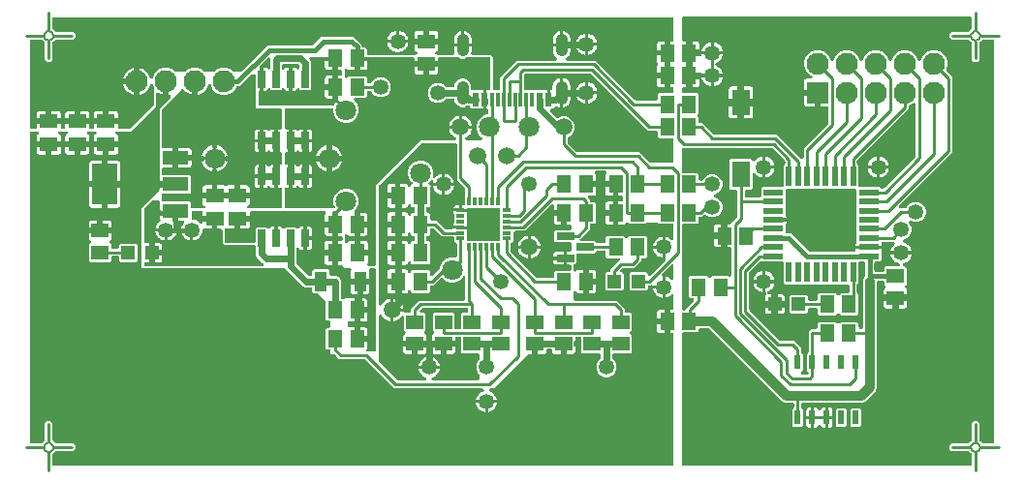
<source format=gbr>
G04 EAGLE Gerber RS-274X export*
G75*
%MOMM*%
%FSLAX34Y34*%
%LPD*%
%INTop Copper*%
%IPPOS*%
%AMOC8*
5,1,8,0,0,1.08239X$1,22.5*%
G01*
%ADD10C,0.200000*%
%ADD11R,1.600000X1.300000*%
%ADD12R,1.200000X1.200000*%
%ADD13R,2.235200X1.219200*%
%ADD14R,2.200000X3.600000*%
%ADD15R,1.500000X1.300000*%
%ADD16R,0.300000X0.750000*%
%ADD17R,0.750000X0.300000*%
%ADD18R,2.850000X2.850000*%
%ADD19C,1.006400*%
%ADD20C,1.050000*%
%ADD21R,0.600000X1.150000*%
%ADD22R,0.300000X1.150000*%
%ADD23R,0.650000X1.500000*%
%ADD24R,1.300000X1.500000*%
%ADD25R,1.300000X1.600000*%
%ADD26R,1.110000X1.730000*%
%ADD27R,1.550000X0.650000*%
%ADD28C,1.800000*%
%ADD29C,1.930400*%
%ADD30R,0.507200X1.761997*%
%ADD31R,1.761997X0.507200*%
%ADD32R,1.600000X2.300000*%
%ADD33R,0.508000X1.270000*%
%ADD34R,1.930400X1.930400*%
%ADD35C,1.350000*%
%ADD36C,0.609600*%
%ADD37C,1.500000*%
%ADD38C,0.250000*%
%ADD39C,0.406400*%
%ADD40C,0.812800*%

G36*
X565125Y3767D02*
X565125Y3767D01*
X565250Y3776D01*
X565281Y3787D01*
X565313Y3791D01*
X565430Y3837D01*
X565549Y3878D01*
X565576Y3896D01*
X565606Y3908D01*
X565707Y3982D01*
X565813Y4051D01*
X565834Y4075D01*
X565860Y4094D01*
X565940Y4192D01*
X566024Y4285D01*
X566039Y4314D01*
X566060Y4339D01*
X566113Y4453D01*
X566171Y4565D01*
X566175Y4590D01*
X566192Y4625D01*
X566248Y4936D01*
X566245Y4975D01*
X566249Y5000D01*
X566249Y118710D01*
X566233Y118835D01*
X566224Y118960D01*
X566213Y118991D01*
X566209Y119023D01*
X566163Y119140D01*
X566122Y119259D01*
X566104Y119286D01*
X566092Y119316D01*
X566018Y119417D01*
X565949Y119523D01*
X565925Y119544D01*
X565906Y119570D01*
X565808Y119650D01*
X565715Y119734D01*
X565686Y119749D01*
X565661Y119770D01*
X565547Y119823D01*
X565436Y119881D01*
X565410Y119885D01*
X565375Y119902D01*
X565064Y119958D01*
X565025Y119955D01*
X565000Y119959D01*
X562999Y119959D01*
X562999Y128750D01*
X562983Y128875D01*
X562974Y129000D01*
X562963Y129031D01*
X562959Y129063D01*
X562913Y129180D01*
X562872Y129299D01*
X562854Y129326D01*
X562842Y129356D01*
X562768Y129457D01*
X562699Y129563D01*
X562675Y129584D01*
X562656Y129610D01*
X562558Y129690D01*
X562465Y129774D01*
X562436Y129789D01*
X562411Y129810D01*
X562297Y129862D01*
X562185Y129921D01*
X562160Y129925D01*
X562125Y129942D01*
X561814Y129997D01*
X561775Y129995D01*
X561750Y129999D01*
X560499Y129999D01*
X560499Y130001D01*
X561750Y130001D01*
X561875Y130017D01*
X562000Y130026D01*
X562031Y130037D01*
X562063Y130041D01*
X562180Y130087D01*
X562299Y130128D01*
X562326Y130146D01*
X562356Y130158D01*
X562457Y130232D01*
X562563Y130301D01*
X562584Y130325D01*
X562610Y130344D01*
X562690Y130442D01*
X562774Y130535D01*
X562789Y130564D01*
X562810Y130589D01*
X562862Y130703D01*
X562921Y130815D01*
X562925Y130840D01*
X562942Y130875D01*
X562998Y131186D01*
X562995Y131225D01*
X562999Y131250D01*
X562999Y140041D01*
X565000Y140041D01*
X565125Y140057D01*
X565250Y140066D01*
X565281Y140076D01*
X565313Y140081D01*
X565430Y140127D01*
X565549Y140168D01*
X565576Y140186D01*
X565606Y140198D01*
X565707Y140272D01*
X565813Y140341D01*
X565834Y140365D01*
X565860Y140384D01*
X565940Y140482D01*
X566024Y140575D01*
X566039Y140604D01*
X566060Y140629D01*
X566113Y140743D01*
X566171Y140854D01*
X566175Y140880D01*
X566192Y140915D01*
X566248Y141226D01*
X566245Y141265D01*
X566249Y141290D01*
X566249Y152594D01*
X566231Y152735D01*
X566217Y152876D01*
X566211Y152891D01*
X566209Y152907D01*
X566157Y153039D01*
X566108Y153172D01*
X566098Y153185D01*
X566092Y153200D01*
X566008Y153315D01*
X565928Y153431D01*
X565915Y153442D01*
X565906Y153455D01*
X565796Y153544D01*
X565688Y153637D01*
X565674Y153644D01*
X565661Y153654D01*
X565532Y153714D01*
X565405Y153776D01*
X565389Y153779D01*
X565375Y153786D01*
X565235Y153811D01*
X565096Y153840D01*
X565080Y153839D01*
X565064Y153842D01*
X564923Y153831D01*
X564781Y153824D01*
X564766Y153819D01*
X564750Y153818D01*
X564615Y153772D01*
X564480Y153730D01*
X564469Y153723D01*
X564451Y153716D01*
X564187Y153543D01*
X564147Y153499D01*
X564117Y153478D01*
X563553Y152913D01*
X562370Y152054D01*
X561066Y151390D01*
X559676Y150938D01*
X558749Y150791D01*
X558749Y160000D01*
X558749Y169209D01*
X559676Y169062D01*
X561066Y168610D01*
X562370Y167946D01*
X563553Y167087D01*
X564117Y166522D01*
X564229Y166436D01*
X564339Y166346D01*
X564353Y166339D01*
X564366Y166329D01*
X564497Y166273D01*
X564625Y166214D01*
X564641Y166211D01*
X564656Y166205D01*
X564797Y166183D01*
X564936Y166158D01*
X564952Y166159D01*
X564968Y166157D01*
X565109Y166171D01*
X565250Y166182D01*
X565266Y166187D01*
X565282Y166189D01*
X565415Y166238D01*
X565549Y166284D01*
X565563Y166293D01*
X565578Y166298D01*
X565694Y166379D01*
X565813Y166457D01*
X565824Y166469D01*
X565837Y166478D01*
X565929Y166585D01*
X566024Y166691D01*
X566032Y166705D01*
X566042Y166717D01*
X566105Y166844D01*
X566171Y166970D01*
X566173Y166983D01*
X566182Y167001D01*
X566246Y167310D01*
X566243Y167369D01*
X566249Y167406D01*
X566249Y178636D01*
X566231Y178776D01*
X566217Y178918D01*
X566211Y178933D01*
X566209Y178949D01*
X566157Y179081D01*
X566108Y179214D01*
X566098Y179227D01*
X566092Y179242D01*
X566008Y179357D01*
X565928Y179473D01*
X565915Y179483D01*
X565906Y179496D01*
X565796Y179586D01*
X565688Y179679D01*
X565674Y179686D01*
X565661Y179696D01*
X565532Y179755D01*
X565405Y179818D01*
X565389Y179821D01*
X565375Y179828D01*
X565235Y179853D01*
X565096Y179882D01*
X565080Y179881D01*
X565064Y179884D01*
X564923Y179873D01*
X564781Y179866D01*
X564766Y179861D01*
X564750Y179860D01*
X564615Y179814D01*
X564480Y179772D01*
X564469Y179764D01*
X564451Y179758D01*
X564187Y179585D01*
X564147Y179541D01*
X564117Y179519D01*
X556021Y171423D01*
X555934Y171311D01*
X555844Y171201D01*
X555837Y171187D01*
X555827Y171174D01*
X555771Y171043D01*
X555712Y170915D01*
X555709Y170899D01*
X555703Y170884D01*
X555681Y170743D01*
X555656Y170604D01*
X555658Y170588D01*
X555655Y170572D01*
X555669Y170431D01*
X555680Y170290D01*
X555685Y170274D01*
X555687Y170258D01*
X555736Y170125D01*
X555782Y169991D01*
X555791Y169977D01*
X555796Y169962D01*
X555877Y169846D01*
X555955Y169727D01*
X555967Y169716D01*
X555976Y169703D01*
X556083Y169611D01*
X556189Y169516D01*
X556203Y169508D01*
X556216Y169498D01*
X556251Y169480D01*
X556251Y161249D01*
X548018Y161249D01*
X547969Y161316D01*
X547887Y161433D01*
X547875Y161444D01*
X547866Y161456D01*
X547756Y161546D01*
X547648Y161639D01*
X547634Y161646D01*
X547621Y161656D01*
X547492Y161715D01*
X547365Y161778D01*
X547349Y161781D01*
X547335Y161788D01*
X547195Y161813D01*
X547056Y161842D01*
X547040Y161841D01*
X547024Y161844D01*
X546883Y161833D01*
X546741Y161826D01*
X546726Y161821D01*
X546710Y161820D01*
X546575Y161774D01*
X546495Y161749D01*
X544750Y161749D01*
X544625Y161733D01*
X544500Y161724D01*
X544469Y161713D01*
X544437Y161709D01*
X544320Y161663D01*
X544201Y161622D01*
X544174Y161604D01*
X544144Y161592D01*
X544043Y161518D01*
X543937Y161449D01*
X543916Y161425D01*
X543890Y161406D01*
X543810Y161308D01*
X543726Y161215D01*
X543711Y161186D01*
X543690Y161161D01*
X543637Y161047D01*
X543579Y160936D01*
X543575Y160910D01*
X543558Y160875D01*
X543502Y160564D01*
X543505Y160525D01*
X543501Y160500D01*
X543501Y158171D01*
X542329Y156999D01*
X528671Y156999D01*
X527499Y158171D01*
X527499Y171829D01*
X528671Y173001D01*
X542329Y173001D01*
X543501Y171829D01*
X543501Y171114D01*
X543519Y170974D01*
X543533Y170832D01*
X543539Y170817D01*
X543541Y170801D01*
X543593Y170669D01*
X543642Y170536D01*
X543652Y170523D01*
X543658Y170508D01*
X543742Y170393D01*
X543822Y170277D01*
X543835Y170267D01*
X543844Y170254D01*
X543954Y170164D01*
X544062Y170071D01*
X544076Y170064D01*
X544089Y170054D01*
X544218Y169995D01*
X544345Y169932D01*
X544361Y169929D01*
X544375Y169922D01*
X544515Y169897D01*
X544654Y169868D01*
X544670Y169869D01*
X544686Y169866D01*
X544827Y169877D01*
X544969Y169884D01*
X544984Y169889D01*
X545000Y169890D01*
X545135Y169936D01*
X545270Y169978D01*
X545281Y169986D01*
X545299Y169992D01*
X545563Y170165D01*
X545603Y170209D01*
X545633Y170231D01*
X558979Y183577D01*
X559066Y183689D01*
X559156Y183799D01*
X559163Y183813D01*
X559173Y183826D01*
X559229Y183957D01*
X559288Y184085D01*
X559291Y184101D01*
X559297Y184116D01*
X559319Y184257D01*
X559344Y184396D01*
X559342Y184412D01*
X559345Y184428D01*
X559331Y184569D01*
X559320Y184710D01*
X559315Y184726D01*
X559313Y184742D01*
X559264Y184875D01*
X559218Y185009D01*
X559209Y185023D01*
X559204Y185038D01*
X559123Y185154D01*
X559045Y185273D01*
X559033Y185284D01*
X559024Y185297D01*
X558917Y185389D01*
X558811Y185484D01*
X558797Y185492D01*
X558784Y185502D01*
X558749Y185520D01*
X558749Y195000D01*
X558749Y204209D01*
X559676Y204062D01*
X561066Y203610D01*
X562370Y202946D01*
X563553Y202087D01*
X564117Y201522D01*
X564229Y201436D01*
X564339Y201346D01*
X564353Y201339D01*
X564366Y201329D01*
X564497Y201273D01*
X564625Y201214D01*
X564641Y201211D01*
X564656Y201205D01*
X564797Y201183D01*
X564936Y201158D01*
X564952Y201159D01*
X564968Y201157D01*
X565109Y201171D01*
X565250Y201182D01*
X565266Y201187D01*
X565282Y201189D01*
X565415Y201238D01*
X565549Y201284D01*
X565563Y201293D01*
X565578Y201298D01*
X565694Y201379D01*
X565813Y201457D01*
X565824Y201469D01*
X565837Y201478D01*
X565929Y201585D01*
X566024Y201691D01*
X566032Y201705D01*
X566042Y201717D01*
X566105Y201844D01*
X566171Y201970D01*
X566173Y201983D01*
X566182Y202001D01*
X566246Y202310D01*
X566243Y202369D01*
X566249Y202406D01*
X566249Y214250D01*
X566233Y214375D01*
X566224Y214500D01*
X566213Y214531D01*
X566209Y214563D01*
X566163Y214680D01*
X566122Y214799D01*
X566104Y214826D01*
X566092Y214856D01*
X566018Y214957D01*
X565949Y215063D01*
X565925Y215084D01*
X565906Y215110D01*
X565808Y215190D01*
X565715Y215274D01*
X565686Y215289D01*
X565661Y215310D01*
X565547Y215363D01*
X565436Y215421D01*
X565410Y215425D01*
X565375Y215442D01*
X565064Y215498D01*
X565025Y215495D01*
X565000Y215499D01*
X553171Y215499D01*
X552787Y215883D01*
X552700Y215951D01*
X552619Y216024D01*
X552576Y216047D01*
X552538Y216076D01*
X552437Y216120D01*
X552339Y216171D01*
X552302Y216178D01*
X552248Y216201D01*
X551936Y216249D01*
X551917Y216247D01*
X551904Y216249D01*
X543096Y216249D01*
X542987Y216235D01*
X542877Y216230D01*
X542831Y216216D01*
X542783Y216209D01*
X542681Y216169D01*
X542576Y216136D01*
X542545Y216114D01*
X542490Y216092D01*
X542236Y215906D01*
X542224Y215891D01*
X542213Y215883D01*
X541829Y215499D01*
X527171Y215499D01*
X526787Y215883D01*
X526700Y215951D01*
X526619Y216024D01*
X526576Y216047D01*
X526538Y216076D01*
X526437Y216120D01*
X526339Y216171D01*
X526302Y216178D01*
X526248Y216201D01*
X525936Y216249D01*
X525917Y216247D01*
X525904Y216249D01*
X525554Y216249D01*
X525532Y216260D01*
X525405Y216322D01*
X525389Y216325D01*
X525375Y216332D01*
X525235Y216357D01*
X525096Y216386D01*
X525080Y216385D01*
X525064Y216388D01*
X524923Y216377D01*
X524781Y216370D01*
X524766Y216365D01*
X524750Y216364D01*
X524615Y216318D01*
X524480Y216276D01*
X524469Y216269D01*
X524451Y216262D01*
X524187Y216089D01*
X524147Y216045D01*
X524117Y216024D01*
X523977Y215883D01*
X523976Y215883D01*
X523560Y215467D01*
X522981Y215132D01*
X522334Y214959D01*
X517999Y214959D01*
X517999Y223750D01*
X517983Y223875D01*
X517974Y224000D01*
X517963Y224031D01*
X517959Y224063D01*
X517913Y224180D01*
X517872Y224299D01*
X517854Y224326D01*
X517842Y224356D01*
X517768Y224457D01*
X517699Y224563D01*
X517675Y224584D01*
X517656Y224610D01*
X517558Y224690D01*
X517465Y224774D01*
X517436Y224789D01*
X517411Y224810D01*
X517297Y224862D01*
X517185Y224921D01*
X517160Y224925D01*
X517125Y224942D01*
X516814Y224997D01*
X516775Y224995D01*
X516750Y224999D01*
X515499Y224999D01*
X515499Y225001D01*
X516750Y225001D01*
X516875Y225017D01*
X517000Y225026D01*
X517031Y225037D01*
X517063Y225041D01*
X517180Y225087D01*
X517299Y225128D01*
X517326Y225146D01*
X517356Y225158D01*
X517457Y225232D01*
X517563Y225301D01*
X517584Y225325D01*
X517610Y225344D01*
X517690Y225442D01*
X517774Y225535D01*
X517789Y225564D01*
X517810Y225589D01*
X517862Y225703D01*
X517921Y225815D01*
X517925Y225840D01*
X517942Y225875D01*
X517998Y226186D01*
X517995Y226225D01*
X517999Y226250D01*
X517999Y235041D01*
X520500Y235041D01*
X520625Y235057D01*
X520750Y235066D01*
X520781Y235076D01*
X520813Y235081D01*
X520930Y235127D01*
X521049Y235168D01*
X521076Y235186D01*
X521106Y235198D01*
X521207Y235272D01*
X521313Y235341D01*
X521334Y235365D01*
X521360Y235384D01*
X521440Y235482D01*
X521524Y235575D01*
X521539Y235604D01*
X521560Y235629D01*
X521613Y235743D01*
X521671Y235854D01*
X521675Y235880D01*
X521692Y235915D01*
X521748Y236226D01*
X521745Y236265D01*
X521749Y236290D01*
X521749Y238710D01*
X521733Y238835D01*
X521724Y238960D01*
X521713Y238991D01*
X521709Y239023D01*
X521663Y239140D01*
X521622Y239259D01*
X521604Y239286D01*
X521592Y239316D01*
X521518Y239417D01*
X521449Y239523D01*
X521425Y239544D01*
X521406Y239570D01*
X521308Y239650D01*
X521215Y239734D01*
X521186Y239749D01*
X521161Y239770D01*
X521047Y239823D01*
X520936Y239881D01*
X520910Y239885D01*
X520875Y239902D01*
X520564Y239958D01*
X520525Y239955D01*
X520500Y239959D01*
X517999Y239959D01*
X517999Y248750D01*
X517983Y248875D01*
X517974Y249000D01*
X517963Y249031D01*
X517959Y249063D01*
X517913Y249180D01*
X517872Y249299D01*
X517854Y249326D01*
X517842Y249356D01*
X517768Y249457D01*
X517699Y249563D01*
X517675Y249584D01*
X517656Y249610D01*
X517558Y249690D01*
X517465Y249774D01*
X517436Y249789D01*
X517411Y249810D01*
X517297Y249862D01*
X517185Y249921D01*
X517160Y249925D01*
X517125Y249942D01*
X516814Y249997D01*
X516775Y249995D01*
X516750Y249999D01*
X515499Y249999D01*
X515499Y251250D01*
X515483Y251375D01*
X515474Y251500D01*
X515463Y251531D01*
X515459Y251563D01*
X515413Y251680D01*
X515372Y251799D01*
X515354Y251826D01*
X515342Y251856D01*
X515268Y251957D01*
X515199Y252063D01*
X515175Y252084D01*
X515156Y252110D01*
X515058Y252190D01*
X514965Y252274D01*
X514936Y252289D01*
X514911Y252310D01*
X514797Y252362D01*
X514685Y252421D01*
X514660Y252425D01*
X514625Y252442D01*
X514314Y252498D01*
X514275Y252495D01*
X514250Y252499D01*
X506459Y252499D01*
X506459Y257834D01*
X506632Y258481D01*
X506967Y259060D01*
X507524Y259617D01*
X507610Y259729D01*
X507700Y259839D01*
X507707Y259853D01*
X507717Y259866D01*
X507773Y259996D01*
X507832Y260125D01*
X507835Y260141D01*
X507841Y260156D01*
X507863Y260297D01*
X507888Y260436D01*
X507887Y260452D01*
X507889Y260468D01*
X507875Y260609D01*
X507864Y260750D01*
X507859Y260766D01*
X507857Y260782D01*
X507808Y260914D01*
X507762Y261049D01*
X507753Y261063D01*
X507748Y261078D01*
X507667Y261194D01*
X507589Y261313D01*
X507577Y261324D01*
X507568Y261337D01*
X507460Y261429D01*
X507355Y261524D01*
X507341Y261532D01*
X507329Y261542D01*
X507201Y261605D01*
X507076Y261671D01*
X507063Y261673D01*
X507045Y261682D01*
X506737Y261746D01*
X506677Y261743D01*
X506640Y261749D01*
X498360Y261749D01*
X498220Y261731D01*
X498078Y261717D01*
X498063Y261711D01*
X498047Y261709D01*
X497915Y261657D01*
X497782Y261608D01*
X497769Y261598D01*
X497754Y261592D01*
X497639Y261508D01*
X497523Y261428D01*
X497512Y261415D01*
X497499Y261406D01*
X497410Y261296D01*
X497317Y261188D01*
X497310Y261174D01*
X497300Y261161D01*
X497240Y261032D01*
X497178Y260905D01*
X497175Y260890D01*
X497168Y260875D01*
X497143Y260735D01*
X497114Y260596D01*
X497115Y260580D01*
X497112Y260564D01*
X497123Y260423D01*
X497130Y260281D01*
X497135Y260266D01*
X497136Y260250D01*
X497182Y260115D01*
X497224Y259980D01*
X497231Y259969D01*
X497238Y259951D01*
X497411Y259687D01*
X497455Y259647D01*
X497476Y259617D01*
X498033Y259060D01*
X498368Y258481D01*
X498541Y257834D01*
X498541Y252499D01*
X490750Y252499D01*
X490625Y252483D01*
X490500Y252474D01*
X490469Y252463D01*
X490437Y252459D01*
X490320Y252413D01*
X490201Y252372D01*
X490174Y252354D01*
X490144Y252342D01*
X490043Y252268D01*
X489937Y252199D01*
X489916Y252175D01*
X489890Y252156D01*
X489810Y252058D01*
X489726Y251965D01*
X489711Y251936D01*
X489690Y251911D01*
X489638Y251797D01*
X489579Y251685D01*
X489575Y251660D01*
X489558Y251625D01*
X489503Y251314D01*
X489504Y251297D01*
X489503Y251289D01*
X489504Y251268D01*
X489501Y251250D01*
X489501Y248750D01*
X489517Y248625D01*
X489526Y248500D01*
X489537Y248469D01*
X489541Y248437D01*
X489587Y248320D01*
X489628Y248201D01*
X489646Y248174D01*
X489658Y248144D01*
X489732Y248043D01*
X489801Y247937D01*
X489825Y247916D01*
X489844Y247890D01*
X489942Y247810D01*
X490035Y247726D01*
X490064Y247711D01*
X490089Y247690D01*
X490203Y247638D01*
X490315Y247579D01*
X490340Y247575D01*
X490375Y247558D01*
X490686Y247502D01*
X490725Y247505D01*
X490750Y247501D01*
X498541Y247501D01*
X498541Y242166D01*
X498368Y241519D01*
X498033Y240940D01*
X497560Y240467D01*
X496981Y240132D01*
X496334Y239959D01*
X492154Y239959D01*
X492014Y239941D01*
X491872Y239927D01*
X491857Y239921D01*
X491841Y239919D01*
X491710Y239867D01*
X491576Y239818D01*
X491563Y239808D01*
X491548Y239802D01*
X491434Y239719D01*
X491317Y239638D01*
X491307Y239625D01*
X491294Y239616D01*
X491204Y239506D01*
X491111Y239398D01*
X491104Y239384D01*
X491094Y239371D01*
X491035Y239242D01*
X490972Y239115D01*
X490969Y239099D01*
X490962Y239085D01*
X490937Y238945D01*
X490908Y238806D01*
X490909Y238790D01*
X490906Y238774D01*
X490917Y238633D01*
X490924Y238491D01*
X490929Y238476D01*
X490930Y238460D01*
X490976Y238325D01*
X491018Y238190D01*
X491026Y238179D01*
X491032Y238161D01*
X491205Y237897D01*
X491249Y237857D01*
X491271Y237827D01*
X492751Y236346D01*
X492751Y235750D01*
X492767Y235625D01*
X492776Y235500D01*
X492787Y235469D01*
X492791Y235437D01*
X492837Y235320D01*
X492878Y235201D01*
X492896Y235174D01*
X492908Y235144D01*
X492982Y235043D01*
X493051Y234937D01*
X493075Y234916D01*
X493094Y234890D01*
X493192Y234810D01*
X493285Y234726D01*
X493314Y234711D01*
X493339Y234690D01*
X493453Y234637D01*
X493564Y234579D01*
X493590Y234575D01*
X493625Y234558D01*
X493936Y234502D01*
X493975Y234505D01*
X494000Y234501D01*
X496829Y234501D01*
X498001Y233329D01*
X498001Y216671D01*
X497213Y215884D01*
X497213Y215883D01*
X496829Y215499D01*
X494000Y215499D01*
X493875Y215483D01*
X493750Y215474D01*
X493719Y215463D01*
X493687Y215459D01*
X493570Y215413D01*
X493451Y215372D01*
X493424Y215354D01*
X493394Y215342D01*
X493293Y215268D01*
X493187Y215199D01*
X493166Y215175D01*
X493140Y215156D01*
X493060Y215058D01*
X492976Y214965D01*
X492961Y214936D01*
X492940Y214911D01*
X492887Y214797D01*
X492829Y214686D01*
X492825Y214660D01*
X492808Y214625D01*
X492752Y214314D01*
X492755Y214275D01*
X492751Y214250D01*
X492751Y210653D01*
X490481Y208383D01*
X484481Y202383D01*
X484394Y202271D01*
X484304Y202161D01*
X484297Y202147D01*
X484287Y202134D01*
X484231Y202003D01*
X484172Y201875D01*
X484169Y201859D01*
X484163Y201844D01*
X484141Y201703D01*
X484116Y201564D01*
X484118Y201548D01*
X484115Y201532D01*
X484129Y201391D01*
X484140Y201250D01*
X484145Y201234D01*
X484147Y201218D01*
X484196Y201085D01*
X484242Y200951D01*
X484251Y200937D01*
X484256Y200922D01*
X484337Y200806D01*
X484415Y200687D01*
X484427Y200676D01*
X484436Y200663D01*
X484543Y200571D01*
X484649Y200476D01*
X484663Y200468D01*
X484676Y200458D01*
X484802Y200395D01*
X484928Y200329D01*
X484941Y200327D01*
X484959Y200318D01*
X485268Y200254D01*
X485327Y200257D01*
X485364Y200251D01*
X497079Y200251D01*
X498377Y198952D01*
X498378Y198951D01*
X498396Y198924D01*
X498408Y198894D01*
X498482Y198793D01*
X498551Y198687D01*
X498575Y198666D01*
X498594Y198640D01*
X498692Y198560D01*
X498785Y198476D01*
X498814Y198461D01*
X498839Y198440D01*
X498953Y198387D01*
X499064Y198329D01*
X499090Y198325D01*
X499125Y198308D01*
X499436Y198252D01*
X499475Y198255D01*
X499500Y198251D01*
X505750Y198251D01*
X505875Y198267D01*
X506000Y198276D01*
X506031Y198287D01*
X506063Y198291D01*
X506180Y198337D01*
X506299Y198378D01*
X506326Y198396D01*
X506356Y198408D01*
X506457Y198482D01*
X506563Y198551D01*
X506584Y198575D01*
X506610Y198594D01*
X506690Y198692D01*
X506774Y198785D01*
X506789Y198814D01*
X506810Y198839D01*
X506863Y198953D01*
X506921Y199064D01*
X506925Y199090D01*
X506942Y199125D01*
X506998Y199436D01*
X506995Y199475D01*
X506999Y199500D01*
X506999Y203329D01*
X508171Y204501D01*
X522829Y204501D01*
X524117Y203213D01*
X524216Y203136D01*
X524312Y203054D01*
X524341Y203039D01*
X524366Y203020D01*
X524482Y202970D01*
X524595Y202914D01*
X524626Y202908D01*
X524656Y202895D01*
X524781Y202876D01*
X524904Y202851D01*
X524936Y202852D01*
X524968Y202847D01*
X525093Y202860D01*
X525219Y202866D01*
X525250Y202876D01*
X525282Y202879D01*
X525400Y202923D01*
X525520Y202960D01*
X525541Y202975D01*
X525578Y202989D01*
X525837Y203169D01*
X525862Y203198D01*
X525883Y203213D01*
X527171Y204501D01*
X541829Y204501D01*
X543001Y203329D01*
X543001Y186671D01*
X541829Y185499D01*
X539000Y185499D01*
X538875Y185483D01*
X538750Y185474D01*
X538719Y185463D01*
X538687Y185459D01*
X538570Y185413D01*
X538451Y185372D01*
X538424Y185354D01*
X538394Y185342D01*
X538293Y185268D01*
X538187Y185199D01*
X538166Y185175D01*
X538140Y185156D01*
X538060Y185058D01*
X537976Y184965D01*
X537961Y184936D01*
X537940Y184911D01*
X537887Y184797D01*
X537829Y184686D01*
X537825Y184660D01*
X537808Y184625D01*
X537752Y184314D01*
X537755Y184275D01*
X537751Y184250D01*
X537751Y183153D01*
X531347Y176749D01*
X521864Y176749D01*
X521755Y176735D01*
X521645Y176730D01*
X521599Y176716D01*
X521551Y176709D01*
X521449Y176669D01*
X521344Y176636D01*
X521313Y176614D01*
X521258Y176592D01*
X521004Y176406D01*
X520991Y176391D01*
X520981Y176383D01*
X519731Y175133D01*
X519644Y175021D01*
X519554Y174911D01*
X519547Y174897D01*
X519537Y174884D01*
X519482Y174754D01*
X519422Y174625D01*
X519419Y174609D01*
X519413Y174594D01*
X519391Y174453D01*
X519366Y174314D01*
X519368Y174298D01*
X519365Y174282D01*
X519379Y174141D01*
X519390Y174000D01*
X519395Y173984D01*
X519397Y173968D01*
X519446Y173836D01*
X519492Y173701D01*
X519501Y173687D01*
X519506Y173672D01*
X519587Y173557D01*
X519665Y173437D01*
X519677Y173426D01*
X519686Y173413D01*
X519793Y173321D01*
X519899Y173226D01*
X519913Y173218D01*
X519925Y173208D01*
X520053Y173145D01*
X520178Y173079D01*
X520191Y173077D01*
X520209Y173068D01*
X520518Y173004D01*
X520577Y173007D01*
X520614Y173001D01*
X521329Y173001D01*
X522501Y171829D01*
X522501Y158171D01*
X521329Y156999D01*
X507671Y156999D01*
X506499Y158171D01*
X506499Y171829D01*
X507671Y173001D01*
X510000Y173001D01*
X510125Y173017D01*
X510250Y173026D01*
X510281Y173037D01*
X510313Y173041D01*
X510430Y173087D01*
X510549Y173128D01*
X510576Y173146D01*
X510606Y173158D01*
X510707Y173232D01*
X510813Y173301D01*
X510834Y173325D01*
X510860Y173344D01*
X510940Y173442D01*
X511024Y173535D01*
X511039Y173564D01*
X511060Y173589D01*
X511113Y173703D01*
X511171Y173814D01*
X511175Y173840D01*
X511192Y173875D01*
X511248Y174186D01*
X511245Y174225D01*
X511249Y174250D01*
X511249Y175847D01*
X518769Y183367D01*
X518856Y183479D01*
X518946Y183589D01*
X518953Y183603D01*
X518963Y183616D01*
X519019Y183747D01*
X519078Y183875D01*
X519081Y183891D01*
X519087Y183906D01*
X519109Y184047D01*
X519134Y184186D01*
X519132Y184202D01*
X519135Y184218D01*
X519121Y184359D01*
X519110Y184500D01*
X519105Y184516D01*
X519103Y184532D01*
X519054Y184664D01*
X519008Y184799D01*
X518999Y184813D01*
X518994Y184828D01*
X518913Y184944D01*
X518835Y185063D01*
X518823Y185074D01*
X518814Y185087D01*
X518707Y185179D01*
X518601Y185274D01*
X518587Y185282D01*
X518574Y185292D01*
X518448Y185355D01*
X518322Y185421D01*
X518309Y185423D01*
X518291Y185432D01*
X517982Y185496D01*
X517923Y185493D01*
X517886Y185499D01*
X508171Y185499D01*
X506999Y186671D01*
X506999Y190500D01*
X506983Y190625D01*
X506974Y190750D01*
X506963Y190781D01*
X506959Y190813D01*
X506913Y190930D01*
X506872Y191049D01*
X506854Y191076D01*
X506842Y191106D01*
X506768Y191207D01*
X506699Y191313D01*
X506675Y191334D01*
X506656Y191360D01*
X506558Y191440D01*
X506465Y191524D01*
X506436Y191539D01*
X506411Y191560D01*
X506297Y191613D01*
X506186Y191671D01*
X506160Y191675D01*
X506125Y191692D01*
X505814Y191748D01*
X505775Y191745D01*
X505750Y191749D01*
X499500Y191749D01*
X499375Y191733D01*
X499250Y191724D01*
X499219Y191713D01*
X499187Y191709D01*
X499070Y191663D01*
X498951Y191622D01*
X498924Y191604D01*
X498894Y191592D01*
X498793Y191518D01*
X498687Y191449D01*
X498666Y191425D01*
X498640Y191406D01*
X498560Y191308D01*
X498476Y191215D01*
X498461Y191186D01*
X498440Y191161D01*
X498397Y191067D01*
X497079Y189749D01*
X482500Y189749D01*
X482375Y189733D01*
X482250Y189724D01*
X482219Y189713D01*
X482187Y189709D01*
X482070Y189663D01*
X481951Y189622D01*
X481924Y189604D01*
X481894Y189592D01*
X481793Y189518D01*
X481687Y189449D01*
X481666Y189425D01*
X481640Y189406D01*
X481560Y189308D01*
X481476Y189215D01*
X481461Y189186D01*
X481440Y189161D01*
X481387Y189047D01*
X481329Y188936D01*
X481325Y188910D01*
X481308Y188875D01*
X481252Y188564D01*
X481255Y188525D01*
X481251Y188500D01*
X481251Y181321D01*
X480079Y180149D01*
X480000Y180149D01*
X479875Y180133D01*
X479750Y180124D01*
X479719Y180113D01*
X479687Y180109D01*
X479570Y180063D01*
X479451Y180022D01*
X479424Y180004D01*
X479394Y179992D01*
X479293Y179918D01*
X479187Y179849D01*
X479166Y179825D01*
X479140Y179806D01*
X479060Y179708D01*
X478976Y179615D01*
X478961Y179586D01*
X478940Y179561D01*
X478887Y179447D01*
X478829Y179336D01*
X478825Y179310D01*
X478808Y179275D01*
X478752Y178964D01*
X478755Y178925D01*
X478751Y178900D01*
X478751Y174860D01*
X478769Y174720D01*
X478783Y174578D01*
X478789Y174563D01*
X478791Y174547D01*
X478843Y174415D01*
X478892Y174282D01*
X478902Y174269D01*
X478908Y174254D01*
X478992Y174139D01*
X479072Y174023D01*
X479085Y174013D01*
X479094Y173999D01*
X479204Y173910D01*
X479312Y173817D01*
X479326Y173810D01*
X479339Y173800D01*
X479468Y173740D01*
X479595Y173678D01*
X479611Y173675D01*
X479625Y173668D01*
X479765Y173643D01*
X479904Y173614D01*
X479920Y173615D01*
X479936Y173612D01*
X480077Y173623D01*
X480219Y173630D01*
X480234Y173635D01*
X480250Y173636D01*
X480385Y173682D01*
X480520Y173724D01*
X480531Y173731D01*
X480549Y173738D01*
X480813Y173911D01*
X480853Y173955D01*
X480883Y173976D01*
X481440Y174533D01*
X482019Y174868D01*
X482666Y175041D01*
X487001Y175041D01*
X487001Y166250D01*
X487017Y166125D01*
X487026Y166000D01*
X487037Y165969D01*
X487041Y165937D01*
X487087Y165820D01*
X487128Y165701D01*
X487146Y165674D01*
X487158Y165644D01*
X487232Y165543D01*
X487301Y165437D01*
X487325Y165416D01*
X487344Y165390D01*
X487442Y165310D01*
X487535Y165226D01*
X487564Y165211D01*
X487589Y165190D01*
X487703Y165138D01*
X487815Y165079D01*
X487840Y165075D01*
X487875Y165058D01*
X488186Y165003D01*
X488225Y165005D01*
X488250Y165001D01*
X489501Y165001D01*
X489501Y164999D01*
X488250Y164999D01*
X488125Y164983D01*
X488000Y164974D01*
X487969Y164963D01*
X487937Y164959D01*
X487820Y164913D01*
X487701Y164872D01*
X487674Y164854D01*
X487644Y164842D01*
X487543Y164768D01*
X487437Y164699D01*
X487416Y164675D01*
X487390Y164656D01*
X487310Y164558D01*
X487226Y164465D01*
X487211Y164436D01*
X487190Y164411D01*
X487138Y164297D01*
X487079Y164185D01*
X487075Y164160D01*
X487058Y164125D01*
X487002Y163814D01*
X487005Y163775D01*
X487001Y163750D01*
X487001Y154959D01*
X482666Y154959D01*
X482019Y155132D01*
X481440Y155467D01*
X480883Y156024D01*
X480771Y156110D01*
X480661Y156200D01*
X480647Y156207D01*
X480634Y156217D01*
X480504Y156273D01*
X480375Y156332D01*
X480359Y156335D01*
X480344Y156341D01*
X480203Y156363D01*
X480064Y156388D01*
X480048Y156387D01*
X480032Y156389D01*
X479891Y156375D01*
X479750Y156364D01*
X479734Y156359D01*
X479718Y156357D01*
X479586Y156308D01*
X479451Y156262D01*
X479437Y156253D01*
X479422Y156248D01*
X479307Y156167D01*
X479187Y156089D01*
X479176Y156077D01*
X479163Y156068D01*
X479071Y155960D01*
X478976Y155855D01*
X478968Y155841D01*
X478958Y155829D01*
X478895Y155701D01*
X478829Y155576D01*
X478827Y155563D01*
X478818Y155545D01*
X478754Y155236D01*
X478757Y155177D01*
X478751Y155140D01*
X478751Y149500D01*
X478767Y149375D01*
X478776Y149250D01*
X478787Y149219D01*
X478791Y149187D01*
X478837Y149070D01*
X478878Y148951D01*
X478896Y148924D01*
X478908Y148894D01*
X478982Y148793D01*
X479051Y148687D01*
X479075Y148666D01*
X479094Y148640D01*
X479192Y148560D01*
X479285Y148476D01*
X479314Y148461D01*
X479339Y148440D01*
X479453Y148387D01*
X479565Y148329D01*
X479590Y148325D01*
X479625Y148308D01*
X479936Y148252D01*
X479975Y148255D01*
X480000Y148251D01*
X516347Y148251D01*
X523251Y141347D01*
X523251Y139250D01*
X523267Y139125D01*
X523276Y139000D01*
X523287Y138969D01*
X523291Y138937D01*
X523337Y138820D01*
X523378Y138701D01*
X523396Y138674D01*
X523408Y138644D01*
X523482Y138543D01*
X523551Y138437D01*
X523575Y138416D01*
X523594Y138390D01*
X523692Y138310D01*
X523785Y138226D01*
X523814Y138211D01*
X523839Y138190D01*
X523953Y138137D01*
X524064Y138079D01*
X524090Y138075D01*
X524125Y138058D01*
X524436Y138002D01*
X524475Y138005D01*
X524500Y138001D01*
X528329Y138001D01*
X529501Y136829D01*
X529501Y122171D01*
X528213Y120883D01*
X528136Y120784D01*
X528054Y120688D01*
X528039Y120659D01*
X528020Y120634D01*
X527970Y120518D01*
X527914Y120405D01*
X527908Y120374D01*
X527895Y120344D01*
X527876Y120219D01*
X527851Y120096D01*
X527852Y120064D01*
X527847Y120032D01*
X527860Y119907D01*
X527866Y119781D01*
X527876Y119750D01*
X527879Y119718D01*
X527923Y119600D01*
X527960Y119480D01*
X527975Y119459D01*
X527989Y119422D01*
X528169Y119163D01*
X528198Y119138D01*
X528213Y119117D01*
X529501Y117829D01*
X529501Y103171D01*
X528329Y101999D01*
X513798Y101999D01*
X513673Y101983D01*
X513548Y101974D01*
X513517Y101963D01*
X513485Y101959D01*
X513368Y101913D01*
X513249Y101872D01*
X513222Y101854D01*
X513192Y101842D01*
X513091Y101768D01*
X512985Y101699D01*
X512964Y101675D01*
X512938Y101656D01*
X512858Y101558D01*
X512774Y101465D01*
X512759Y101436D01*
X512738Y101411D01*
X512685Y101297D01*
X512627Y101186D01*
X512623Y101160D01*
X512606Y101125D01*
X512550Y100814D01*
X512553Y100775D01*
X512549Y100750D01*
X512549Y97844D01*
X512563Y97735D01*
X512568Y97625D01*
X512582Y97579D01*
X512589Y97531D01*
X512629Y97429D01*
X512662Y97324D01*
X512684Y97293D01*
X512706Y97238D01*
X512892Y96984D01*
X512907Y96972D01*
X512915Y96961D01*
X514919Y94957D01*
X516251Y91741D01*
X516251Y88259D01*
X514919Y85043D01*
X512457Y82581D01*
X509241Y81249D01*
X505759Y81249D01*
X502543Y82581D01*
X500081Y85043D01*
X498749Y88259D01*
X498749Y91741D01*
X500081Y94957D01*
X502085Y96961D01*
X502153Y97048D01*
X502226Y97129D01*
X502249Y97172D01*
X502279Y97210D01*
X502322Y97311D01*
X502373Y97409D01*
X502380Y97446D01*
X502403Y97500D01*
X502451Y97812D01*
X502449Y97831D01*
X502451Y97844D01*
X502451Y100750D01*
X502435Y100875D01*
X502426Y101000D01*
X502415Y101031D01*
X502411Y101063D01*
X502365Y101180D01*
X502324Y101299D01*
X502306Y101326D01*
X502294Y101356D01*
X502220Y101457D01*
X502151Y101563D01*
X502127Y101584D01*
X502108Y101610D01*
X502010Y101690D01*
X501917Y101774D01*
X501888Y101789D01*
X501863Y101810D01*
X501749Y101863D01*
X501638Y101921D01*
X501612Y101925D01*
X501577Y101942D01*
X501266Y101998D01*
X501227Y101995D01*
X501202Y101999D01*
X486671Y101999D01*
X485499Y103171D01*
X485499Y115500D01*
X485483Y115625D01*
X485474Y115750D01*
X485463Y115781D01*
X485459Y115813D01*
X485413Y115930D01*
X485372Y116049D01*
X485354Y116076D01*
X485342Y116106D01*
X485268Y116207D01*
X485199Y116313D01*
X485175Y116334D01*
X485156Y116360D01*
X485058Y116440D01*
X484965Y116524D01*
X484936Y116539D01*
X484911Y116560D01*
X484797Y116613D01*
X484686Y116671D01*
X484660Y116675D01*
X484625Y116692D01*
X484314Y116748D01*
X484275Y116745D01*
X484250Y116749D01*
X481290Y116749D01*
X481165Y116733D01*
X481040Y116724D01*
X481009Y116713D01*
X480977Y116709D01*
X480860Y116663D01*
X480741Y116622D01*
X480714Y116604D01*
X480684Y116592D01*
X480583Y116518D01*
X480477Y116449D01*
X480456Y116425D01*
X480430Y116406D01*
X480350Y116308D01*
X480266Y116215D01*
X480251Y116186D01*
X480230Y116161D01*
X480177Y116047D01*
X480119Y115936D01*
X480115Y115910D01*
X480098Y115875D01*
X480042Y115564D01*
X480045Y115525D01*
X480041Y115500D01*
X480041Y112999D01*
X480000Y112999D01*
X479875Y112983D01*
X479750Y112974D01*
X479719Y112963D01*
X479687Y112959D01*
X479570Y112913D01*
X479451Y112872D01*
X479424Y112854D01*
X479394Y112842D01*
X479293Y112768D01*
X479187Y112699D01*
X479166Y112675D01*
X479140Y112656D01*
X479060Y112558D01*
X478976Y112465D01*
X478961Y112436D01*
X478940Y112411D01*
X478887Y112297D01*
X478829Y112185D01*
X478825Y112160D01*
X478808Y112125D01*
X478752Y111814D01*
X478755Y111775D01*
X478751Y111750D01*
X478751Y109250D01*
X478767Y109125D01*
X478776Y109000D01*
X478787Y108969D01*
X478791Y108937D01*
X478837Y108820D01*
X478878Y108701D01*
X478896Y108674D01*
X478908Y108644D01*
X478982Y108543D01*
X479051Y108437D01*
X479075Y108416D01*
X479094Y108390D01*
X479192Y108310D01*
X479285Y108226D01*
X479314Y108211D01*
X479339Y108190D01*
X479453Y108138D01*
X479565Y108079D01*
X479590Y108075D01*
X479625Y108058D01*
X479936Y108002D01*
X479975Y108005D01*
X480000Y108001D01*
X480041Y108001D01*
X480041Y103666D01*
X479868Y103019D01*
X479533Y102440D01*
X479060Y101967D01*
X478481Y101632D01*
X477834Y101459D01*
X472499Y101459D01*
X472499Y105000D01*
X472483Y105125D01*
X472474Y105250D01*
X472463Y105281D01*
X472459Y105313D01*
X472413Y105430D01*
X472372Y105549D01*
X472354Y105576D01*
X472342Y105606D01*
X472268Y105707D01*
X472199Y105813D01*
X472175Y105834D01*
X472156Y105860D01*
X472058Y105940D01*
X471965Y106024D01*
X471936Y106039D01*
X471911Y106060D01*
X471797Y106113D01*
X471685Y106171D01*
X471660Y106175D01*
X471625Y106192D01*
X471314Y106248D01*
X471275Y106245D01*
X471250Y106249D01*
X468750Y106249D01*
X468625Y106233D01*
X468500Y106224D01*
X468469Y106213D01*
X468437Y106209D01*
X468320Y106163D01*
X468201Y106122D01*
X468174Y106104D01*
X468144Y106092D01*
X468043Y106018D01*
X467937Y105949D01*
X467916Y105925D01*
X467890Y105906D01*
X467810Y105808D01*
X467726Y105715D01*
X467711Y105686D01*
X467690Y105661D01*
X467638Y105547D01*
X467579Y105436D01*
X467575Y105410D01*
X467558Y105375D01*
X467502Y105064D01*
X467505Y105025D01*
X467501Y105000D01*
X467501Y101459D01*
X462166Y101459D01*
X461519Y101632D01*
X460940Y101967D01*
X460467Y102440D01*
X460132Y103019D01*
X459959Y103666D01*
X459959Y105000D01*
X459943Y105125D01*
X459934Y105250D01*
X459923Y105281D01*
X459919Y105313D01*
X459873Y105430D01*
X459832Y105549D01*
X459814Y105576D01*
X459802Y105606D01*
X459728Y105707D01*
X459659Y105813D01*
X459635Y105834D01*
X459616Y105860D01*
X459518Y105940D01*
X459425Y106024D01*
X459396Y106039D01*
X459371Y106060D01*
X459257Y106113D01*
X459146Y106171D01*
X459120Y106175D01*
X459085Y106192D01*
X458774Y106248D01*
X458735Y106245D01*
X458710Y106249D01*
X456290Y106249D01*
X456165Y106233D01*
X456040Y106224D01*
X456009Y106213D01*
X455977Y106209D01*
X455860Y106163D01*
X455741Y106122D01*
X455714Y106104D01*
X455684Y106092D01*
X455582Y106018D01*
X455477Y105949D01*
X455456Y105925D01*
X455430Y105906D01*
X455350Y105808D01*
X455266Y105715D01*
X455251Y105686D01*
X455230Y105661D01*
X455177Y105547D01*
X455119Y105435D01*
X455115Y105410D01*
X455098Y105375D01*
X455042Y105064D01*
X455045Y105025D01*
X455041Y105000D01*
X455041Y103666D01*
X454868Y103019D01*
X454533Y102440D01*
X454060Y101967D01*
X453481Y101632D01*
X452834Y101459D01*
X447499Y101459D01*
X447499Y105000D01*
X447483Y105125D01*
X447474Y105250D01*
X447463Y105281D01*
X447459Y105313D01*
X447413Y105430D01*
X447372Y105549D01*
X447354Y105576D01*
X447342Y105606D01*
X447268Y105707D01*
X447199Y105813D01*
X447175Y105834D01*
X447156Y105860D01*
X447058Y105940D01*
X446965Y106024D01*
X446936Y106039D01*
X446911Y106060D01*
X446797Y106113D01*
X446685Y106171D01*
X446660Y106175D01*
X446625Y106192D01*
X446314Y106248D01*
X446275Y106245D01*
X446250Y106249D01*
X445000Y106249D01*
X444891Y106235D01*
X444781Y106230D01*
X444735Y106216D01*
X444687Y106209D01*
X444585Y106169D01*
X444480Y106136D01*
X444449Y106114D01*
X444394Y106092D01*
X444140Y105906D01*
X444128Y105891D01*
X444117Y105883D01*
X442867Y104633D01*
X442800Y104547D01*
X442726Y104465D01*
X442703Y104422D01*
X442674Y104384D01*
X442630Y104283D01*
X442579Y104186D01*
X442573Y104149D01*
X442549Y104094D01*
X442501Y103782D01*
X442503Y103763D01*
X442501Y103750D01*
X442501Y101459D01*
X440210Y101459D01*
X440101Y101445D01*
X439991Y101440D01*
X439945Y101426D01*
X439897Y101419D01*
X439795Y101379D01*
X439690Y101346D01*
X439659Y101324D01*
X439604Y101302D01*
X439350Y101116D01*
X439338Y101101D01*
X439327Y101093D01*
X409483Y71249D01*
X405831Y71249D01*
X405712Y71234D01*
X405592Y71226D01*
X405556Y71214D01*
X405518Y71209D01*
X405407Y71165D01*
X405293Y71127D01*
X405261Y71107D01*
X405225Y71092D01*
X405128Y71021D01*
X405028Y70956D01*
X405002Y70928D01*
X404971Y70906D01*
X404895Y70813D01*
X404814Y70725D01*
X404796Y70691D01*
X404771Y70661D01*
X404721Y70552D01*
X404665Y70447D01*
X404656Y70410D01*
X404640Y70375D01*
X404618Y70257D01*
X404590Y70140D01*
X404590Y70102D01*
X404584Y70064D01*
X404593Y69945D01*
X404594Y69825D01*
X404604Y69788D01*
X404607Y69750D01*
X404646Y69636D01*
X404678Y69520D01*
X404697Y69487D01*
X404709Y69451D01*
X404775Y69351D01*
X404835Y69247D01*
X404861Y69219D01*
X404882Y69187D01*
X404971Y69107D01*
X405055Y69021D01*
X405082Y69007D01*
X405116Y68976D01*
X405396Y68829D01*
X405422Y68824D01*
X405445Y68812D01*
X406066Y68610D01*
X407370Y67946D01*
X408553Y67087D01*
X409587Y66053D01*
X410446Y64870D01*
X411110Y63566D01*
X411562Y62176D01*
X411709Y61249D01*
X402500Y61249D01*
X393291Y61249D01*
X393438Y62176D01*
X393890Y63566D01*
X394554Y64870D01*
X395413Y66053D01*
X396447Y67087D01*
X397630Y67946D01*
X398934Y68610D01*
X399555Y68812D01*
X399663Y68863D01*
X399775Y68908D01*
X399806Y68930D01*
X399840Y68947D01*
X399932Y69023D01*
X400029Y69094D01*
X400053Y69124D01*
X400083Y69148D01*
X400153Y69246D01*
X400229Y69339D01*
X400245Y69373D01*
X400267Y69404D01*
X400310Y69516D01*
X400360Y69625D01*
X400367Y69663D01*
X400381Y69699D01*
X400395Y69818D01*
X400416Y69936D01*
X400413Y69974D01*
X400418Y70012D01*
X400402Y70131D01*
X400393Y70250D01*
X400380Y70287D01*
X400375Y70324D01*
X400330Y70435D01*
X400291Y70549D01*
X400270Y70581D01*
X400255Y70616D01*
X400184Y70712D01*
X400118Y70813D01*
X400089Y70838D01*
X400066Y70869D01*
X399973Y70944D01*
X399884Y71024D01*
X399850Y71042D01*
X399820Y71066D01*
X399711Y71115D01*
X399604Y71171D01*
X399574Y71176D01*
X399532Y71195D01*
X399221Y71248D01*
X399195Y71245D01*
X399169Y71249D01*
X325517Y71249D01*
X325383Y71383D01*
X325297Y71450D01*
X325215Y71524D01*
X325172Y71547D01*
X325134Y71577D01*
X325033Y71620D01*
X324935Y71671D01*
X324899Y71678D01*
X324844Y71701D01*
X324532Y71749D01*
X324513Y71747D01*
X324500Y71749D01*
X321153Y71749D01*
X296269Y96633D01*
X296183Y96701D01*
X296101Y96774D01*
X296058Y96797D01*
X296020Y96827D01*
X295919Y96870D01*
X295822Y96921D01*
X295785Y96928D01*
X295730Y96951D01*
X295418Y96999D01*
X295399Y96997D01*
X295386Y96999D01*
X273903Y96999D01*
X271633Y99269D01*
X270019Y100883D01*
X269933Y100951D01*
X269851Y101024D01*
X269808Y101047D01*
X269770Y101076D01*
X269669Y101120D01*
X269572Y101171D01*
X269535Y101178D01*
X269480Y101201D01*
X269168Y101249D01*
X269149Y101247D01*
X269136Y101249D01*
X266249Y101249D01*
X266249Y104250D01*
X266233Y104375D01*
X266224Y104500D01*
X266213Y104531D01*
X266209Y104563D01*
X266163Y104680D01*
X266122Y104799D01*
X266104Y104826D01*
X266092Y104856D01*
X266018Y104957D01*
X265949Y105063D01*
X265925Y105084D01*
X265906Y105110D01*
X265808Y105190D01*
X265715Y105274D01*
X265686Y105289D01*
X265661Y105310D01*
X265547Y105363D01*
X265436Y105421D01*
X265410Y105425D01*
X265375Y105442D01*
X265064Y105498D01*
X265025Y105495D01*
X265000Y105499D01*
X263171Y105499D01*
X261999Y106671D01*
X261999Y123329D01*
X263171Y124501D01*
X265000Y124501D01*
X265125Y124517D01*
X265250Y124526D01*
X265281Y124537D01*
X265313Y124541D01*
X265430Y124587D01*
X265549Y124628D01*
X265576Y124646D01*
X265606Y124658D01*
X265707Y124732D01*
X265813Y124801D01*
X265834Y124825D01*
X265860Y124844D01*
X265940Y124942D01*
X266024Y125035D01*
X266039Y125064D01*
X266060Y125089D01*
X266113Y125203D01*
X266171Y125314D01*
X266175Y125340D01*
X266192Y125375D01*
X266248Y125686D01*
X266245Y125725D01*
X266249Y125750D01*
X266249Y129250D01*
X266233Y129375D01*
X266224Y129500D01*
X266213Y129531D01*
X266209Y129563D01*
X266163Y129680D01*
X266122Y129799D01*
X266104Y129826D01*
X266092Y129856D01*
X266018Y129957D01*
X265949Y130063D01*
X265925Y130084D01*
X265906Y130110D01*
X265808Y130190D01*
X265715Y130274D01*
X265686Y130289D01*
X265661Y130310D01*
X265547Y130363D01*
X265436Y130421D01*
X265410Y130425D01*
X265375Y130442D01*
X265064Y130498D01*
X265025Y130495D01*
X265000Y130499D01*
X263171Y130499D01*
X261999Y131671D01*
X261999Y146750D01*
X261985Y146859D01*
X261980Y146969D01*
X261966Y147015D01*
X261959Y147063D01*
X261919Y147165D01*
X261886Y147270D01*
X261864Y147301D01*
X261842Y147356D01*
X261656Y147610D01*
X261641Y147622D01*
X261633Y147633D01*
X255283Y153983D01*
X255197Y154051D01*
X255115Y154124D01*
X255072Y154147D01*
X255034Y154177D01*
X254933Y154220D01*
X254835Y154271D01*
X254799Y154278D01*
X254744Y154301D01*
X254432Y154349D01*
X254413Y154347D01*
X254400Y154349D01*
X251571Y154349D01*
X250399Y155521D01*
X250399Y158350D01*
X250385Y158459D01*
X250380Y158569D01*
X250366Y158615D01*
X250359Y158663D01*
X250319Y158765D01*
X250286Y158870D01*
X250264Y158901D01*
X250242Y158956D01*
X250056Y159210D01*
X250041Y159222D01*
X250033Y159233D01*
X249681Y159585D01*
X249595Y159653D01*
X249513Y159726D01*
X249470Y159749D01*
X249432Y159779D01*
X249331Y159822D01*
X249233Y159873D01*
X249197Y159880D01*
X249142Y159903D01*
X248830Y159951D01*
X248811Y159949D01*
X248798Y159951D01*
X243996Y159951D01*
X242140Y160720D01*
X240544Y162316D01*
X226977Y175883D01*
X226890Y175951D01*
X226808Y176024D01*
X226765Y176047D01*
X226727Y176077D01*
X226626Y176120D01*
X226529Y176171D01*
X226492Y176178D01*
X226437Y176201D01*
X226125Y176249D01*
X226106Y176247D01*
X226093Y176249D01*
X101249Y176249D01*
X101249Y229483D01*
X116383Y244617D01*
X116451Y244703D01*
X116524Y244785D01*
X116547Y244828D01*
X116577Y244866D01*
X116620Y244967D01*
X116671Y245065D01*
X116678Y245101D01*
X116701Y245156D01*
X116749Y245468D01*
X116747Y245487D01*
X116749Y245500D01*
X116749Y316347D01*
X126446Y326043D01*
X126459Y326060D01*
X126476Y326075D01*
X126556Y326185D01*
X126639Y326292D01*
X126648Y326313D01*
X126661Y326331D01*
X126709Y326457D01*
X126763Y326582D01*
X126767Y326604D01*
X126775Y326625D01*
X126791Y326760D01*
X126811Y326894D01*
X126809Y326916D01*
X126812Y326938D01*
X126793Y327073D01*
X126779Y327208D01*
X126772Y327229D01*
X126769Y327251D01*
X126717Y327377D01*
X126670Y327504D01*
X126657Y327522D01*
X126649Y327543D01*
X126568Y327652D01*
X126490Y327763D01*
X126473Y327778D01*
X126460Y327795D01*
X126354Y327880D01*
X126251Y327969D01*
X126231Y327979D01*
X126214Y327992D01*
X126089Y328048D01*
X125968Y328108D01*
X125946Y328112D01*
X125926Y328122D01*
X125792Y328144D01*
X125659Y328172D01*
X125637Y328171D01*
X125615Y328174D01*
X125560Y328167D01*
X125344Y328156D01*
X125236Y328123D01*
X125176Y328114D01*
X125155Y328108D01*
X124799Y328051D01*
X124799Y338750D01*
X124783Y338875D01*
X124774Y339000D01*
X124763Y339031D01*
X124759Y339063D01*
X124713Y339180D01*
X124672Y339299D01*
X124654Y339326D01*
X124642Y339356D01*
X124568Y339457D01*
X124499Y339563D01*
X124475Y339584D01*
X124456Y339610D01*
X124358Y339690D01*
X124265Y339774D01*
X124236Y339789D01*
X124211Y339810D01*
X124097Y339862D01*
X123985Y339921D01*
X123960Y339925D01*
X123925Y339942D01*
X123614Y339997D01*
X123575Y339995D01*
X123550Y339999D01*
X121050Y339999D01*
X120925Y339983D01*
X120800Y339974D01*
X120769Y339963D01*
X120737Y339959D01*
X120620Y339913D01*
X120501Y339872D01*
X120474Y339854D01*
X120444Y339842D01*
X120343Y339768D01*
X120237Y339699D01*
X120216Y339675D01*
X120190Y339656D01*
X120110Y339558D01*
X120026Y339465D01*
X120011Y339436D01*
X119990Y339411D01*
X119937Y339297D01*
X119879Y339185D01*
X119875Y339160D01*
X119858Y339125D01*
X119802Y338814D01*
X119805Y338775D01*
X119801Y338750D01*
X119801Y328051D01*
X119445Y328108D01*
X117620Y328701D01*
X115910Y329572D01*
X115734Y329699D01*
X115696Y329720D01*
X115661Y329748D01*
X115558Y329796D01*
X115458Y329851D01*
X115415Y329862D01*
X115375Y329880D01*
X115262Y329901D01*
X115152Y329929D01*
X115108Y329928D01*
X115064Y329936D01*
X114951Y329928D01*
X114836Y329927D01*
X114794Y329916D01*
X114750Y329912D01*
X114642Y329876D01*
X114531Y329847D01*
X114493Y329825D01*
X114451Y329811D01*
X114356Y329748D01*
X114256Y329692D01*
X114224Y329662D01*
X114187Y329637D01*
X114111Y329553D01*
X114029Y329474D01*
X114005Y329436D01*
X113976Y329404D01*
X113923Y329302D01*
X113863Y329205D01*
X113850Y329163D01*
X113829Y329124D01*
X113817Y329059D01*
X113769Y328904D01*
X113763Y328758D01*
X113752Y328701D01*
X113753Y328699D01*
X113751Y328689D01*
X113751Y318017D01*
X91983Y296249D01*
X79518Y296249D01*
X79372Y296231D01*
X79226Y296215D01*
X79215Y296211D01*
X79205Y296209D01*
X79068Y296155D01*
X78931Y296103D01*
X78922Y296096D01*
X78912Y296092D01*
X78793Y296005D01*
X78673Y295920D01*
X78666Y295912D01*
X78657Y295906D01*
X78565Y295792D01*
X78469Y295679D01*
X78465Y295670D01*
X78458Y295661D01*
X78397Y295528D01*
X78333Y295395D01*
X78331Y295385D01*
X78326Y295375D01*
X78300Y295230D01*
X78271Y295086D01*
X78272Y295075D01*
X78270Y295064D01*
X78281Y294917D01*
X78290Y294771D01*
X78293Y294760D01*
X78294Y294750D01*
X78342Y294610D01*
X78386Y294470D01*
X78392Y294461D01*
X78396Y294451D01*
X78477Y294327D01*
X78555Y294204D01*
X78562Y294198D01*
X78569Y294187D01*
X78803Y293976D01*
X78862Y293945D01*
X78893Y293918D01*
X79560Y293533D01*
X80033Y293060D01*
X80368Y292481D01*
X80541Y291834D01*
X80541Y287499D01*
X71250Y287499D01*
X71125Y287483D01*
X71000Y287474D01*
X70969Y287463D01*
X70937Y287459D01*
X70820Y287413D01*
X70701Y287372D01*
X70674Y287354D01*
X70644Y287342D01*
X70543Y287268D01*
X70437Y287199D01*
X70416Y287175D01*
X70390Y287156D01*
X70310Y287058D01*
X70226Y286965D01*
X70211Y286936D01*
X70190Y286911D01*
X70138Y286797D01*
X70079Y286685D01*
X70075Y286660D01*
X70058Y286625D01*
X70003Y286314D01*
X70005Y286275D01*
X70001Y286250D01*
X70001Y284999D01*
X69999Y284999D01*
X69999Y286250D01*
X69983Y286375D01*
X69974Y286500D01*
X69963Y286531D01*
X69959Y286563D01*
X69913Y286680D01*
X69872Y286799D01*
X69854Y286826D01*
X69842Y286856D01*
X69768Y286957D01*
X69699Y287063D01*
X69675Y287084D01*
X69656Y287110D01*
X69558Y287190D01*
X69465Y287274D01*
X69436Y287289D01*
X69411Y287310D01*
X69297Y287362D01*
X69185Y287421D01*
X69160Y287425D01*
X69125Y287442D01*
X68814Y287498D01*
X68775Y287495D01*
X68750Y287499D01*
X59459Y287499D01*
X59459Y291834D01*
X59632Y292481D01*
X59967Y293060D01*
X60440Y293533D01*
X61107Y293918D01*
X61223Y294007D01*
X61343Y294094D01*
X61349Y294103D01*
X61358Y294109D01*
X61449Y294224D01*
X61542Y294339D01*
X61547Y294348D01*
X61553Y294357D01*
X61612Y294491D01*
X61674Y294625D01*
X61676Y294636D01*
X61680Y294646D01*
X61704Y294791D01*
X61730Y294936D01*
X61729Y294946D01*
X61731Y294957D01*
X61717Y295104D01*
X61706Y295250D01*
X61703Y295261D01*
X61702Y295271D01*
X61652Y295410D01*
X61604Y295549D01*
X61598Y295558D01*
X61595Y295568D01*
X61513Y295689D01*
X61431Y295813D01*
X61423Y295820D01*
X61417Y295829D01*
X61307Y295925D01*
X61197Y296024D01*
X61188Y296030D01*
X61180Y296037D01*
X61048Y296103D01*
X60918Y296171D01*
X60909Y296172D01*
X60898Y296178D01*
X60589Y296245D01*
X60523Y296242D01*
X60482Y296249D01*
X54518Y296249D01*
X54372Y296231D01*
X54226Y296215D01*
X54215Y296211D01*
X54205Y296209D01*
X54068Y296155D01*
X53931Y296103D01*
X53922Y296096D01*
X53912Y296092D01*
X53793Y296005D01*
X53673Y295920D01*
X53666Y295912D01*
X53657Y295906D01*
X53565Y295792D01*
X53469Y295679D01*
X53465Y295670D01*
X53458Y295661D01*
X53397Y295528D01*
X53333Y295395D01*
X53331Y295385D01*
X53326Y295375D01*
X53300Y295230D01*
X53271Y295086D01*
X53272Y295075D01*
X53270Y295064D01*
X53281Y294917D01*
X53290Y294771D01*
X53293Y294760D01*
X53294Y294750D01*
X53342Y294610D01*
X53386Y294470D01*
X53392Y294461D01*
X53396Y294451D01*
X53477Y294327D01*
X53555Y294204D01*
X53562Y294198D01*
X53569Y294187D01*
X53803Y293976D01*
X53862Y293945D01*
X53893Y293918D01*
X54560Y293533D01*
X55033Y293060D01*
X55368Y292481D01*
X55541Y291834D01*
X55541Y287499D01*
X46250Y287499D01*
X46125Y287483D01*
X46000Y287474D01*
X45969Y287463D01*
X45937Y287459D01*
X45820Y287413D01*
X45701Y287372D01*
X45674Y287354D01*
X45644Y287342D01*
X45543Y287268D01*
X45437Y287199D01*
X45416Y287175D01*
X45390Y287156D01*
X45310Y287058D01*
X45226Y286965D01*
X45211Y286936D01*
X45190Y286911D01*
X45138Y286797D01*
X45079Y286685D01*
X45075Y286660D01*
X45058Y286625D01*
X45003Y286314D01*
X45005Y286275D01*
X45001Y286250D01*
X45001Y284999D01*
X44999Y284999D01*
X44999Y286250D01*
X44983Y286375D01*
X44974Y286500D01*
X44963Y286531D01*
X44959Y286563D01*
X44913Y286680D01*
X44872Y286799D01*
X44854Y286826D01*
X44842Y286856D01*
X44768Y286957D01*
X44699Y287063D01*
X44675Y287084D01*
X44656Y287110D01*
X44558Y287190D01*
X44465Y287274D01*
X44436Y287289D01*
X44411Y287310D01*
X44297Y287362D01*
X44185Y287421D01*
X44160Y287425D01*
X44125Y287442D01*
X43814Y287498D01*
X43775Y287495D01*
X43750Y287499D01*
X34459Y287499D01*
X34459Y291834D01*
X34632Y292481D01*
X34967Y293060D01*
X35440Y293533D01*
X36107Y293918D01*
X36223Y294007D01*
X36343Y294094D01*
X36349Y294103D01*
X36358Y294109D01*
X36449Y294224D01*
X36542Y294339D01*
X36547Y294348D01*
X36553Y294357D01*
X36612Y294491D01*
X36674Y294625D01*
X36676Y294636D01*
X36680Y294646D01*
X36704Y294791D01*
X36730Y294936D01*
X36729Y294946D01*
X36731Y294957D01*
X36717Y295104D01*
X36706Y295250D01*
X36703Y295261D01*
X36702Y295271D01*
X36652Y295410D01*
X36604Y295549D01*
X36598Y295558D01*
X36595Y295568D01*
X36513Y295689D01*
X36431Y295813D01*
X36423Y295820D01*
X36417Y295829D01*
X36307Y295925D01*
X36197Y296024D01*
X36188Y296030D01*
X36180Y296037D01*
X36048Y296103D01*
X35918Y296171D01*
X35909Y296172D01*
X35898Y296178D01*
X35589Y296245D01*
X35523Y296242D01*
X35482Y296249D01*
X29518Y296249D01*
X29372Y296231D01*
X29226Y296215D01*
X29215Y296211D01*
X29205Y296209D01*
X29068Y296155D01*
X28931Y296103D01*
X28922Y296096D01*
X28912Y296092D01*
X28793Y296005D01*
X28673Y295920D01*
X28666Y295912D01*
X28657Y295906D01*
X28565Y295792D01*
X28469Y295679D01*
X28465Y295670D01*
X28458Y295661D01*
X28397Y295528D01*
X28333Y295395D01*
X28331Y295385D01*
X28326Y295375D01*
X28300Y295230D01*
X28271Y295086D01*
X28272Y295075D01*
X28270Y295064D01*
X28281Y294917D01*
X28290Y294771D01*
X28293Y294760D01*
X28294Y294750D01*
X28342Y294610D01*
X28386Y294470D01*
X28392Y294461D01*
X28396Y294451D01*
X28477Y294327D01*
X28555Y294204D01*
X28562Y294198D01*
X28569Y294187D01*
X28803Y293976D01*
X28862Y293945D01*
X28893Y293918D01*
X29560Y293533D01*
X30033Y293060D01*
X30368Y292481D01*
X30541Y291834D01*
X30541Y287499D01*
X21250Y287499D01*
X21125Y287483D01*
X21000Y287474D01*
X20969Y287463D01*
X20937Y287459D01*
X20820Y287413D01*
X20701Y287372D01*
X20674Y287354D01*
X20644Y287342D01*
X20543Y287268D01*
X20437Y287199D01*
X20416Y287175D01*
X20390Y287156D01*
X20310Y287058D01*
X20226Y286965D01*
X20211Y286936D01*
X20190Y286911D01*
X20138Y286797D01*
X20079Y286685D01*
X20075Y286660D01*
X20058Y286625D01*
X20003Y286314D01*
X20005Y286275D01*
X20001Y286250D01*
X20001Y284999D01*
X19999Y284999D01*
X19999Y286250D01*
X19983Y286375D01*
X19974Y286500D01*
X19963Y286531D01*
X19959Y286563D01*
X19913Y286680D01*
X19872Y286799D01*
X19854Y286826D01*
X19842Y286856D01*
X19768Y286957D01*
X19699Y287063D01*
X19675Y287084D01*
X19656Y287110D01*
X19558Y287190D01*
X19465Y287274D01*
X19436Y287289D01*
X19411Y287310D01*
X19297Y287362D01*
X19185Y287421D01*
X19160Y287425D01*
X19125Y287442D01*
X18814Y287498D01*
X18775Y287495D01*
X18750Y287499D01*
X9459Y287499D01*
X9459Y291834D01*
X9632Y292481D01*
X9967Y293060D01*
X10440Y293533D01*
X11107Y293918D01*
X11223Y294007D01*
X11343Y294094D01*
X11349Y294103D01*
X11358Y294109D01*
X11449Y294224D01*
X11542Y294339D01*
X11547Y294348D01*
X11553Y294357D01*
X11612Y294491D01*
X11674Y294625D01*
X11676Y294636D01*
X11680Y294646D01*
X11704Y294791D01*
X11730Y294936D01*
X11729Y294946D01*
X11731Y294957D01*
X11717Y295104D01*
X11706Y295250D01*
X11703Y295261D01*
X11702Y295271D01*
X11652Y295410D01*
X11604Y295549D01*
X11598Y295558D01*
X11595Y295568D01*
X11513Y295689D01*
X11431Y295813D01*
X11423Y295820D01*
X11417Y295829D01*
X11307Y295925D01*
X11197Y296024D01*
X11188Y296030D01*
X11180Y296037D01*
X11048Y296103D01*
X10918Y296171D01*
X10909Y296172D01*
X10898Y296178D01*
X10589Y296245D01*
X10523Y296242D01*
X10482Y296249D01*
X5000Y296249D01*
X4875Y296233D01*
X4750Y296224D01*
X4719Y296213D01*
X4687Y296209D01*
X4570Y296163D01*
X4451Y296122D01*
X4424Y296104D01*
X4394Y296092D01*
X4293Y296018D01*
X4187Y295949D01*
X4166Y295925D01*
X4140Y295906D01*
X4060Y295808D01*
X3976Y295715D01*
X3961Y295686D01*
X3940Y295661D01*
X3887Y295547D01*
X3829Y295436D01*
X3825Y295410D01*
X3808Y295375D01*
X3752Y295064D01*
X3755Y295025D01*
X3751Y295000D01*
X3751Y140000D01*
X3751Y24500D01*
X3767Y24375D01*
X3776Y24250D01*
X3787Y24219D01*
X3791Y24187D01*
X3837Y24070D01*
X3878Y23951D01*
X3896Y23924D01*
X3908Y23894D01*
X3982Y23793D01*
X4051Y23687D01*
X4075Y23666D01*
X4094Y23640D01*
X4192Y23560D01*
X4285Y23476D01*
X4314Y23461D01*
X4339Y23440D01*
X4453Y23387D01*
X4564Y23329D01*
X4590Y23325D01*
X4625Y23308D01*
X4936Y23252D01*
X4975Y23255D01*
X5000Y23251D01*
X13212Y23251D01*
X13299Y23262D01*
X13388Y23263D01*
X13455Y23282D01*
X13525Y23291D01*
X13607Y23323D01*
X13692Y23347D01*
X13753Y23381D01*
X13818Y23408D01*
X13889Y23460D01*
X13966Y23503D01*
X14016Y23553D01*
X14072Y23594D01*
X14128Y23662D01*
X14191Y23724D01*
X14216Y23769D01*
X14272Y23839D01*
X14378Y24070D01*
X16234Y25418D01*
X16271Y25453D01*
X16313Y25480D01*
X16385Y25561D01*
X16464Y25635D01*
X16491Y25677D01*
X16524Y25714D01*
X16575Y25810D01*
X16632Y25901D01*
X16648Y25949D01*
X16671Y25994D01*
X16683Y26058D01*
X16728Y26202D01*
X16738Y26364D01*
X16749Y26429D01*
X16749Y41347D01*
X18653Y43251D01*
X21347Y43251D01*
X23251Y41347D01*
X23251Y26429D01*
X23257Y26379D01*
X23255Y26329D01*
X23277Y26223D01*
X23291Y26116D01*
X23309Y26070D01*
X23319Y26020D01*
X23367Y25924D01*
X23408Y25823D01*
X23437Y25783D01*
X23459Y25738D01*
X23505Y25690D01*
X23594Y25569D01*
X23720Y25466D01*
X23766Y25418D01*
X25620Y24071D01*
X25637Y24034D01*
X25666Y23951D01*
X25704Y23892D01*
X25734Y23829D01*
X25791Y23761D01*
X25839Y23687D01*
X25891Y23640D01*
X25936Y23586D01*
X26007Y23535D01*
X26073Y23476D01*
X26135Y23443D01*
X26192Y23402D01*
X26274Y23370D01*
X26352Y23329D01*
X26403Y23320D01*
X26486Y23288D01*
X26764Y23255D01*
X26788Y23251D01*
X41347Y23251D01*
X43251Y21347D01*
X43251Y18653D01*
X41347Y16749D01*
X26788Y16749D01*
X26701Y16738D01*
X26612Y16737D01*
X26545Y16718D01*
X26475Y16709D01*
X26393Y16677D01*
X26308Y16653D01*
X26247Y16619D01*
X26182Y16592D01*
X26111Y16540D01*
X26034Y16497D01*
X25984Y16447D01*
X25928Y16406D01*
X25872Y16338D01*
X25809Y16276D01*
X25784Y16231D01*
X25728Y16161D01*
X25622Y15930D01*
X23766Y14582D01*
X23729Y14547D01*
X23687Y14520D01*
X23615Y14439D01*
X23536Y14365D01*
X23509Y14323D01*
X23476Y14286D01*
X23425Y14190D01*
X23368Y14099D01*
X23352Y14051D01*
X23329Y14006D01*
X23317Y13942D01*
X23272Y13798D01*
X23262Y13636D01*
X23251Y13571D01*
X23251Y5000D01*
X23267Y4875D01*
X23276Y4750D01*
X23287Y4719D01*
X23291Y4687D01*
X23337Y4570D01*
X23378Y4451D01*
X23396Y4424D01*
X23408Y4394D01*
X23482Y4293D01*
X23551Y4187D01*
X23575Y4166D01*
X23594Y4140D01*
X23692Y4060D01*
X23785Y3976D01*
X23814Y3961D01*
X23839Y3940D01*
X23953Y3887D01*
X24064Y3829D01*
X24090Y3825D01*
X24125Y3808D01*
X24436Y3752D01*
X24475Y3755D01*
X24500Y3751D01*
X565000Y3751D01*
X565125Y3767D01*
G37*
G36*
X825252Y3528D02*
X825252Y3528D01*
X825278Y3526D01*
X825425Y3548D01*
X825572Y3565D01*
X825597Y3573D01*
X825623Y3577D01*
X825761Y3632D01*
X825900Y3682D01*
X825922Y3696D01*
X825947Y3706D01*
X826068Y3791D01*
X826193Y3871D01*
X826211Y3890D01*
X826233Y3905D01*
X826332Y4015D01*
X826435Y4122D01*
X826449Y4144D01*
X826466Y4164D01*
X826538Y4294D01*
X826614Y4421D01*
X826622Y4446D01*
X826635Y4469D01*
X826675Y4612D01*
X826720Y4753D01*
X826722Y4779D01*
X826730Y4804D01*
X826749Y5048D01*
X826749Y13448D01*
X826741Y13519D01*
X826743Y13591D01*
X826721Y13692D01*
X826709Y13794D01*
X826685Y13862D01*
X826670Y13932D01*
X826627Y14025D01*
X826592Y14122D01*
X826553Y14183D01*
X826523Y14247D01*
X826459Y14328D01*
X826403Y14415D01*
X826351Y14465D01*
X826307Y14521D01*
X826184Y14627D01*
X826152Y14657D01*
X826139Y14665D01*
X826121Y14680D01*
X824360Y15960D01*
X824347Y15978D01*
X824331Y16014D01*
X824248Y16121D01*
X824170Y16233D01*
X824142Y16259D01*
X824118Y16289D01*
X824012Y16375D01*
X823911Y16466D01*
X823878Y16485D01*
X823848Y16509D01*
X823726Y16569D01*
X823606Y16635D01*
X823569Y16645D01*
X823535Y16662D01*
X823402Y16693D01*
X823271Y16730D01*
X823223Y16733D01*
X823195Y16740D01*
X823145Y16740D01*
X823027Y16749D01*
X808653Y16749D01*
X806749Y18653D01*
X806749Y21347D01*
X808653Y23251D01*
X823027Y23251D01*
X823162Y23266D01*
X823298Y23275D01*
X823335Y23286D01*
X823373Y23291D01*
X823501Y23336D01*
X823632Y23376D01*
X823665Y23395D01*
X823702Y23408D01*
X823816Y23482D01*
X823934Y23550D01*
X823962Y23576D01*
X823994Y23597D01*
X824089Y23695D01*
X824188Y23788D01*
X824210Y23820D01*
X824237Y23848D01*
X824306Y23965D01*
X824354Y24035D01*
X826121Y25320D01*
X826174Y25368D01*
X826233Y25409D01*
X826302Y25486D01*
X826378Y25555D01*
X826418Y25615D01*
X826466Y25668D01*
X826516Y25758D01*
X826574Y25843D01*
X826600Y25910D01*
X826635Y25973D01*
X826663Y26072D01*
X826700Y26168D01*
X826710Y26239D01*
X826730Y26308D01*
X826743Y26470D01*
X826749Y26514D01*
X826747Y26529D01*
X826749Y26552D01*
X826749Y41347D01*
X828653Y43251D01*
X831347Y43251D01*
X833251Y41347D01*
X833251Y26552D01*
X833259Y26481D01*
X833257Y26409D01*
X833279Y26308D01*
X833291Y26206D01*
X833315Y26138D01*
X833330Y26068D01*
X833373Y25975D01*
X833408Y25878D01*
X833447Y25817D01*
X833477Y25753D01*
X833541Y25672D01*
X833597Y25585D01*
X833649Y25535D01*
X833693Y25479D01*
X833816Y25373D01*
X833848Y25343D01*
X833861Y25335D01*
X833879Y25320D01*
X835640Y24040D01*
X835653Y24022D01*
X835669Y23986D01*
X835752Y23879D01*
X835830Y23767D01*
X835858Y23741D01*
X835882Y23711D01*
X835988Y23625D01*
X836089Y23534D01*
X836122Y23515D01*
X836152Y23491D01*
X836274Y23431D01*
X836394Y23365D01*
X836431Y23355D01*
X836465Y23338D01*
X836598Y23307D01*
X836729Y23270D01*
X836777Y23267D01*
X836805Y23260D01*
X836855Y23260D01*
X836973Y23251D01*
X844952Y23251D01*
X844978Y23254D01*
X845004Y23252D01*
X845151Y23274D01*
X845298Y23291D01*
X845323Y23299D01*
X845349Y23303D01*
X845487Y23358D01*
X845626Y23408D01*
X845648Y23422D01*
X845673Y23432D01*
X845794Y23517D01*
X845919Y23597D01*
X845937Y23616D01*
X845959Y23631D01*
X846058Y23741D01*
X846161Y23848D01*
X846175Y23870D01*
X846192Y23890D01*
X846264Y24020D01*
X846340Y24147D01*
X846348Y24172D01*
X846361Y24195D01*
X846401Y24338D01*
X846446Y24479D01*
X846448Y24505D01*
X846456Y24530D01*
X846475Y24774D01*
X846475Y375226D01*
X846474Y375240D01*
X846474Y375250D01*
X846473Y375260D01*
X846474Y375278D01*
X846452Y375425D01*
X846435Y375572D01*
X846427Y375597D01*
X846423Y375623D01*
X846368Y375761D01*
X846318Y375900D01*
X846304Y375922D01*
X846294Y375947D01*
X846209Y376068D01*
X846129Y376193D01*
X846110Y376211D01*
X846095Y376233D01*
X845985Y376332D01*
X845878Y376435D01*
X845856Y376449D01*
X845836Y376466D01*
X845706Y376538D01*
X845579Y376614D01*
X845554Y376622D01*
X845531Y376635D01*
X845388Y376675D01*
X845247Y376720D01*
X845221Y376722D01*
X845196Y376730D01*
X844952Y376749D01*
X836973Y376749D01*
X836838Y376734D01*
X836702Y376725D01*
X836665Y376714D01*
X836627Y376709D01*
X836499Y376664D01*
X836368Y376624D01*
X836335Y376605D01*
X836298Y376592D01*
X836184Y376518D01*
X836066Y376450D01*
X836038Y376424D01*
X836006Y376403D01*
X835911Y376305D01*
X835812Y376212D01*
X835790Y376180D01*
X835763Y376152D01*
X835694Y376035D01*
X835646Y375965D01*
X833879Y374680D01*
X833826Y374632D01*
X833767Y374591D01*
X833698Y374514D01*
X833622Y374445D01*
X833582Y374385D01*
X833534Y374332D01*
X833484Y374242D01*
X833426Y374157D01*
X833400Y374090D01*
X833365Y374027D01*
X833337Y373928D01*
X833300Y373832D01*
X833290Y373761D01*
X833270Y373692D01*
X833257Y373530D01*
X833251Y373486D01*
X833253Y373471D01*
X833251Y373448D01*
X833251Y358653D01*
X831347Y356749D01*
X828653Y356749D01*
X826749Y358653D01*
X826749Y373448D01*
X826741Y373519D01*
X826743Y373591D01*
X826721Y373692D01*
X826709Y373794D01*
X826685Y373862D01*
X826670Y373932D01*
X826627Y374025D01*
X826592Y374122D01*
X826553Y374183D01*
X826523Y374247D01*
X826459Y374328D01*
X826403Y374415D01*
X826351Y374465D01*
X826307Y374521D01*
X826184Y374627D01*
X826152Y374657D01*
X826139Y374665D01*
X826121Y374680D01*
X824360Y375960D01*
X824347Y375978D01*
X824331Y376014D01*
X824248Y376121D01*
X824170Y376233D01*
X824142Y376259D01*
X824118Y376289D01*
X824012Y376375D01*
X823911Y376466D01*
X823878Y376485D01*
X823848Y376509D01*
X823726Y376569D01*
X823606Y376635D01*
X823569Y376645D01*
X823535Y376662D01*
X823402Y376693D01*
X823271Y376730D01*
X823223Y376733D01*
X823195Y376740D01*
X823145Y376740D01*
X823027Y376749D01*
X808653Y376749D01*
X806749Y378653D01*
X806749Y381347D01*
X808653Y383251D01*
X823027Y383251D01*
X823162Y383266D01*
X823298Y383275D01*
X823335Y383286D01*
X823373Y383291D01*
X823501Y383336D01*
X823632Y383376D01*
X823665Y383395D01*
X823702Y383408D01*
X823816Y383482D01*
X823934Y383550D01*
X823962Y383576D01*
X823994Y383597D01*
X824089Y383695D01*
X824188Y383788D01*
X824210Y383820D01*
X824237Y383848D01*
X824306Y383965D01*
X824354Y384035D01*
X826121Y385320D01*
X826174Y385368D01*
X826233Y385409D01*
X826302Y385486D01*
X826378Y385555D01*
X826418Y385615D01*
X826466Y385668D01*
X826516Y385758D01*
X826574Y385843D01*
X826600Y385910D01*
X826635Y385973D01*
X826663Y386072D01*
X826700Y386168D01*
X826710Y386239D01*
X826730Y386308D01*
X826743Y386470D01*
X826749Y386513D01*
X826747Y386529D01*
X826749Y386552D01*
X826749Y394952D01*
X826746Y394978D01*
X826748Y395004D01*
X826726Y395151D01*
X826709Y395298D01*
X826701Y395323D01*
X826697Y395349D01*
X826642Y395487D01*
X826592Y395626D01*
X826578Y395648D01*
X826568Y395673D01*
X826483Y395794D01*
X826403Y395919D01*
X826384Y395937D01*
X826369Y395959D01*
X826259Y396058D01*
X826152Y396161D01*
X826130Y396175D01*
X826110Y396192D01*
X825980Y396264D01*
X825853Y396340D01*
X825828Y396348D01*
X825805Y396361D01*
X825662Y396401D01*
X825521Y396446D01*
X825495Y396448D01*
X825470Y396456D01*
X825226Y396475D01*
X575000Y396475D01*
X574974Y396472D01*
X574948Y396474D01*
X574801Y396452D01*
X574654Y396435D01*
X574629Y396427D01*
X574603Y396423D01*
X574465Y396368D01*
X574326Y396318D01*
X574304Y396304D01*
X574279Y396294D01*
X574158Y396209D01*
X574033Y396129D01*
X574015Y396110D01*
X573993Y396095D01*
X573894Y395985D01*
X573791Y395878D01*
X573777Y395856D01*
X573760Y395836D01*
X573688Y395706D01*
X573612Y395579D01*
X573604Y395554D01*
X573591Y395531D01*
X573551Y395388D01*
X573506Y395247D01*
X573504Y395221D01*
X573496Y395196D01*
X573477Y394952D01*
X573477Y376564D01*
X573480Y376538D01*
X573478Y376512D01*
X573500Y376365D01*
X573517Y376218D01*
X573525Y376193D01*
X573529Y376167D01*
X573584Y376029D01*
X573634Y375890D01*
X573648Y375868D01*
X573658Y375843D01*
X573743Y375722D01*
X573823Y375597D01*
X573842Y375579D01*
X573857Y375557D01*
X573967Y375458D01*
X574074Y375355D01*
X574096Y375341D01*
X574116Y375324D01*
X574246Y375252D01*
X574373Y375176D01*
X574398Y375168D01*
X574421Y375155D01*
X574564Y375115D01*
X574705Y375070D01*
X574731Y375068D01*
X574756Y375060D01*
X575000Y375041D01*
X576453Y375041D01*
X576453Y366524D01*
X576456Y366498D01*
X576454Y366472D01*
X576476Y366325D01*
X576493Y366178D01*
X576501Y366153D01*
X576505Y366127D01*
X576560Y365989D01*
X576610Y365850D01*
X576624Y365828D01*
X576634Y365803D01*
X576719Y365682D01*
X576799Y365557D01*
X576818Y365539D01*
X576833Y365517D01*
X576943Y365418D01*
X577050Y365315D01*
X577072Y365301D01*
X577092Y365284D01*
X577222Y365212D01*
X577349Y365136D01*
X577374Y365128D01*
X577397Y365115D01*
X577540Y365075D01*
X577681Y365030D01*
X577707Y365028D01*
X577732Y365020D01*
X577976Y365001D01*
X579501Y365001D01*
X579501Y364999D01*
X577976Y364999D01*
X577950Y364996D01*
X577924Y364998D01*
X577777Y364976D01*
X577630Y364959D01*
X577605Y364950D01*
X577579Y364947D01*
X577441Y364892D01*
X577302Y364842D01*
X577280Y364828D01*
X577255Y364818D01*
X577134Y364733D01*
X577009Y364653D01*
X576991Y364634D01*
X576969Y364619D01*
X576870Y364509D01*
X576767Y364402D01*
X576753Y364380D01*
X576736Y364360D01*
X576664Y364230D01*
X576588Y364103D01*
X576580Y364078D01*
X576567Y364055D01*
X576527Y363912D01*
X576482Y363771D01*
X576480Y363745D01*
X576472Y363720D01*
X576453Y363476D01*
X576453Y346524D01*
X576456Y346498D01*
X576454Y346472D01*
X576476Y346325D01*
X576493Y346178D01*
X576501Y346153D01*
X576505Y346127D01*
X576560Y345989D01*
X576610Y345850D01*
X576624Y345828D01*
X576634Y345803D01*
X576719Y345682D01*
X576799Y345557D01*
X576818Y345539D01*
X576833Y345517D01*
X576943Y345418D01*
X577050Y345315D01*
X577072Y345301D01*
X577092Y345284D01*
X577222Y345212D01*
X577349Y345136D01*
X577374Y345128D01*
X577397Y345115D01*
X577540Y345075D01*
X577681Y345030D01*
X577707Y345028D01*
X577732Y345020D01*
X577976Y345001D01*
X579501Y345001D01*
X579501Y344999D01*
X577976Y344999D01*
X577950Y344996D01*
X577924Y344998D01*
X577777Y344976D01*
X577630Y344959D01*
X577605Y344950D01*
X577579Y344947D01*
X577441Y344892D01*
X577302Y344842D01*
X577280Y344828D01*
X577255Y344818D01*
X577134Y344733D01*
X577009Y344653D01*
X576991Y344634D01*
X576969Y344619D01*
X576870Y344509D01*
X576767Y344402D01*
X576753Y344380D01*
X576736Y344360D01*
X576664Y344230D01*
X576588Y344103D01*
X576580Y344078D01*
X576567Y344055D01*
X576527Y343912D01*
X576482Y343771D01*
X576480Y343745D01*
X576472Y343720D01*
X576453Y343476D01*
X576453Y334959D01*
X575000Y334959D01*
X574974Y334956D01*
X574948Y334958D01*
X574801Y334936D01*
X574654Y334919D01*
X574629Y334911D01*
X574603Y334907D01*
X574465Y334852D01*
X574326Y334802D01*
X574304Y334788D01*
X574279Y334778D01*
X574158Y334693D01*
X574033Y334613D01*
X574015Y334594D01*
X573993Y334579D01*
X573894Y334469D01*
X573791Y334362D01*
X573777Y334340D01*
X573760Y334320D01*
X573688Y334190D01*
X573612Y334063D01*
X573604Y334038D01*
X573591Y334015D01*
X573551Y333872D01*
X573506Y333731D01*
X573504Y333705D01*
X573496Y333680D01*
X573477Y333436D01*
X573477Y331024D01*
X573480Y330998D01*
X573478Y330972D01*
X573500Y330825D01*
X573517Y330678D01*
X573525Y330653D01*
X573529Y330627D01*
X573584Y330489D01*
X573634Y330350D01*
X573648Y330328D01*
X573658Y330303D01*
X573743Y330182D01*
X573823Y330057D01*
X573842Y330039D01*
X573857Y330017D01*
X573967Y329918D01*
X574074Y329815D01*
X574096Y329801D01*
X574116Y329784D01*
X574246Y329712D01*
X574373Y329636D01*
X574398Y329628D01*
X574421Y329615D01*
X574564Y329575D01*
X574705Y329530D01*
X574731Y329528D01*
X574756Y329520D01*
X575000Y329501D01*
X586829Y329501D01*
X588001Y328329D01*
X588001Y311671D01*
X587407Y311077D01*
X587390Y311057D01*
X587370Y311040D01*
X587282Y310920D01*
X587190Y310804D01*
X587179Y310780D01*
X587163Y310759D01*
X587104Y310623D01*
X587041Y310489D01*
X587036Y310463D01*
X587025Y310439D01*
X586999Y310293D01*
X586968Y310148D01*
X586968Y310122D01*
X586963Y310096D01*
X586971Y309948D01*
X586974Y309800D01*
X586980Y309774D01*
X586981Y309748D01*
X587022Y309606D01*
X587059Y309462D01*
X587071Y309438D01*
X587078Y309413D01*
X587150Y309284D01*
X587218Y309152D01*
X587235Y309132D01*
X587248Y309109D01*
X587407Y308923D01*
X588001Y308329D01*
X588001Y304774D01*
X588004Y304748D01*
X588002Y304722D01*
X588024Y304575D01*
X588041Y304428D01*
X588049Y304403D01*
X588053Y304377D01*
X588108Y304239D01*
X588158Y304100D01*
X588172Y304078D01*
X588182Y304053D01*
X588267Y303932D01*
X588347Y303807D01*
X588366Y303789D01*
X588381Y303767D01*
X588491Y303668D01*
X588598Y303565D01*
X588620Y303551D01*
X588640Y303534D01*
X588770Y303462D01*
X588897Y303386D01*
X588922Y303378D01*
X588945Y303365D01*
X589088Y303325D01*
X589229Y303280D01*
X589255Y303278D01*
X589280Y303270D01*
X589524Y303251D01*
X591347Y303251D01*
X600900Y293697D01*
X600999Y293618D01*
X601093Y293534D01*
X601136Y293510D01*
X601173Y293480D01*
X601288Y293426D01*
X601398Y293365D01*
X601445Y293352D01*
X601488Y293331D01*
X601612Y293305D01*
X601734Y293270D01*
X601794Y293265D01*
X601829Y293258D01*
X601877Y293259D01*
X601977Y293251D01*
X656347Y293251D01*
X675900Y273697D01*
X677149Y272448D01*
X677228Y272386D01*
X677300Y272316D01*
X677364Y272278D01*
X677422Y272232D01*
X677513Y272189D01*
X677599Y272137D01*
X677670Y272115D01*
X677737Y272083D01*
X677835Y272062D01*
X677931Y272031D01*
X678005Y272025D01*
X678078Y272009D01*
X678178Y272011D01*
X678278Y272003D01*
X678352Y272014D01*
X678426Y272015D01*
X678523Y272040D01*
X678623Y272055D01*
X678692Y272082D01*
X678764Y272100D01*
X678853Y272146D01*
X678947Y272183D01*
X679008Y272226D01*
X679074Y272260D01*
X679150Y272325D01*
X679233Y272382D01*
X679283Y272438D01*
X679339Y272486D01*
X679399Y272567D01*
X679466Y272641D01*
X679502Y272706D01*
X679547Y272766D01*
X679586Y272858D01*
X679635Y272946D01*
X679655Y273018D01*
X679685Y273086D01*
X679702Y273185D01*
X679730Y273282D01*
X679738Y273382D01*
X679746Y273429D01*
X679744Y273465D01*
X679749Y273525D01*
X679749Y281122D01*
X701153Y302525D01*
X701227Y302618D01*
X701285Y302679D01*
X701294Y302694D01*
X701316Y302718D01*
X701340Y302761D01*
X701370Y302798D01*
X701418Y302901D01*
X701464Y302978D01*
X701470Y302997D01*
X701485Y303023D01*
X701498Y303070D01*
X701519Y303113D01*
X701541Y303219D01*
X701570Y303310D01*
X701572Y303332D01*
X701580Y303359D01*
X701585Y303419D01*
X701592Y303454D01*
X701591Y303502D01*
X701599Y303602D01*
X701599Y316484D01*
X701596Y316510D01*
X701598Y316536D01*
X701576Y316683D01*
X701559Y316830D01*
X701551Y316855D01*
X701547Y316881D01*
X701492Y317019D01*
X701442Y317158D01*
X701428Y317180D01*
X701418Y317205D01*
X701333Y317326D01*
X701253Y317451D01*
X701234Y317469D01*
X701219Y317491D01*
X701109Y317590D01*
X701002Y317693D01*
X700980Y317707D01*
X700960Y317724D01*
X700830Y317796D01*
X700703Y317872D01*
X700678Y317880D01*
X700655Y317893D01*
X700512Y317933D01*
X700371Y317978D01*
X700345Y317980D01*
X700320Y317988D01*
X700076Y318007D01*
X694689Y318007D01*
X694689Y329184D01*
X694686Y329210D01*
X694688Y329236D01*
X694666Y329383D01*
X694649Y329530D01*
X694641Y329555D01*
X694637Y329581D01*
X694582Y329718D01*
X694532Y329858D01*
X694518Y329880D01*
X694508Y329905D01*
X694423Y330026D01*
X694343Y330151D01*
X694324Y330169D01*
X694309Y330191D01*
X694199Y330290D01*
X694092Y330393D01*
X694070Y330407D01*
X694050Y330424D01*
X693920Y330496D01*
X693793Y330572D01*
X693768Y330580D01*
X693745Y330593D01*
X693602Y330633D01*
X693461Y330678D01*
X693435Y330680D01*
X693410Y330687D01*
X693166Y330707D01*
X692657Y330707D01*
X692657Y331216D01*
X692654Y331242D01*
X692656Y331268D01*
X692634Y331415D01*
X692617Y331562D01*
X692608Y331587D01*
X692604Y331613D01*
X692550Y331751D01*
X692500Y331890D01*
X692485Y331912D01*
X692476Y331937D01*
X692391Y332058D01*
X692311Y332183D01*
X692292Y332201D01*
X692277Y332223D01*
X692167Y332322D01*
X692060Y332425D01*
X692037Y332439D01*
X692018Y332456D01*
X691888Y332528D01*
X691761Y332604D01*
X691736Y332612D01*
X691713Y332625D01*
X691570Y332665D01*
X691429Y332710D01*
X691403Y332712D01*
X691378Y332720D01*
X691134Y332739D01*
X679957Y332739D01*
X679957Y340187D01*
X680130Y340833D01*
X680465Y341412D01*
X680938Y341885D01*
X681517Y342220D01*
X682163Y342393D01*
X685927Y342393D01*
X685977Y342398D01*
X686028Y342396D01*
X686150Y342418D01*
X686273Y342433D01*
X686321Y342450D01*
X686370Y342459D01*
X686484Y342508D01*
X686602Y342550D01*
X686644Y342577D01*
X686690Y342598D01*
X686790Y342672D01*
X686894Y342739D01*
X686929Y342775D01*
X686970Y342805D01*
X687050Y342900D01*
X687137Y342990D01*
X687162Y343033D01*
X687195Y343071D01*
X687252Y343182D01*
X687315Y343289D01*
X687331Y343337D01*
X687354Y343382D01*
X687384Y343502D01*
X687422Y343621D01*
X687426Y343671D01*
X687438Y343720D01*
X687440Y343844D01*
X687450Y343968D01*
X687442Y344018D01*
X687443Y344068D01*
X687416Y344190D01*
X687398Y344313D01*
X687379Y344360D01*
X687369Y344409D01*
X687315Y344521D01*
X687269Y344637D01*
X687240Y344678D01*
X687219Y344724D01*
X687141Y344821D01*
X687070Y344923D01*
X687033Y344957D01*
X687001Y344996D01*
X686904Y345073D01*
X686811Y345156D01*
X686767Y345181D01*
X686728Y345212D01*
X686510Y345323D01*
X685549Y345721D01*
X682271Y348999D01*
X680497Y353282D01*
X680497Y357918D01*
X682271Y362201D01*
X685549Y365479D01*
X689832Y367253D01*
X694468Y367253D01*
X698751Y365479D01*
X702029Y362201D01*
X703443Y358787D01*
X703491Y358699D01*
X703531Y358607D01*
X703576Y358547D01*
X703612Y358482D01*
X703679Y358408D01*
X703739Y358327D01*
X703796Y358279D01*
X703846Y358224D01*
X703929Y358167D01*
X704005Y358102D01*
X704072Y358068D01*
X704133Y358026D01*
X704226Y357989D01*
X704316Y357944D01*
X704388Y357926D01*
X704457Y357898D01*
X704557Y357884D01*
X704654Y357859D01*
X704728Y357858D01*
X704802Y357847D01*
X704902Y357856D01*
X705002Y357854D01*
X705075Y357870D01*
X705149Y357876D01*
X705245Y357907D01*
X705343Y357929D01*
X705410Y357961D01*
X705481Y357983D01*
X705567Y358035D01*
X705658Y358078D01*
X705716Y358125D01*
X705779Y358163D01*
X705852Y358233D01*
X705930Y358296D01*
X705976Y358354D01*
X706029Y358406D01*
X706084Y358491D01*
X706146Y358569D01*
X706192Y358659D01*
X706218Y358699D01*
X706230Y358733D01*
X706257Y358787D01*
X707671Y362201D01*
X710949Y365479D01*
X715232Y367253D01*
X719868Y367253D01*
X724151Y365479D01*
X727429Y362201D01*
X728843Y358787D01*
X728891Y358699D01*
X728931Y358607D01*
X728976Y358547D01*
X729012Y358482D01*
X729079Y358408D01*
X729139Y358327D01*
X729196Y358279D01*
X729246Y358224D01*
X729329Y358167D01*
X729405Y358102D01*
X729472Y358068D01*
X729533Y358026D01*
X729626Y357989D01*
X729716Y357944D01*
X729788Y357926D01*
X729857Y357898D01*
X729957Y357884D01*
X730054Y357859D01*
X730128Y357858D01*
X730202Y357847D01*
X730302Y357856D01*
X730402Y357854D01*
X730475Y357870D01*
X730549Y357876D01*
X730645Y357907D01*
X730743Y357929D01*
X730810Y357961D01*
X730881Y357983D01*
X730967Y358035D01*
X731058Y358078D01*
X731116Y358125D01*
X731179Y358163D01*
X731252Y358233D01*
X731330Y358296D01*
X731376Y358354D01*
X731429Y358406D01*
X731484Y358491D01*
X731546Y358569D01*
X731592Y358659D01*
X731618Y358699D01*
X731630Y358733D01*
X731657Y358787D01*
X733071Y362201D01*
X736349Y365479D01*
X740632Y367253D01*
X745268Y367253D01*
X749551Y365479D01*
X752829Y362201D01*
X754243Y358787D01*
X754291Y358699D01*
X754331Y358607D01*
X754376Y358547D01*
X754412Y358482D01*
X754479Y358408D01*
X754539Y358327D01*
X754596Y358279D01*
X754646Y358224D01*
X754729Y358167D01*
X754805Y358102D01*
X754872Y358068D01*
X754933Y358026D01*
X755026Y357989D01*
X755116Y357944D01*
X755188Y357926D01*
X755257Y357898D01*
X755357Y357884D01*
X755454Y357859D01*
X755528Y357858D01*
X755602Y357847D01*
X755702Y357856D01*
X755802Y357854D01*
X755875Y357870D01*
X755949Y357876D01*
X756045Y357907D01*
X756143Y357929D01*
X756210Y357961D01*
X756281Y357983D01*
X756367Y358035D01*
X756458Y358078D01*
X756516Y358125D01*
X756579Y358163D01*
X756652Y358233D01*
X756730Y358296D01*
X756776Y358354D01*
X756829Y358406D01*
X756884Y358491D01*
X756946Y358569D01*
X756992Y358659D01*
X757018Y358699D01*
X757030Y358733D01*
X757057Y358787D01*
X758471Y362201D01*
X761749Y365479D01*
X766032Y367253D01*
X770668Y367253D01*
X774951Y365479D01*
X778229Y362201D01*
X779643Y358787D01*
X779691Y358699D01*
X779731Y358607D01*
X779776Y358547D01*
X779812Y358482D01*
X779879Y358408D01*
X779939Y358327D01*
X779996Y358279D01*
X780046Y358224D01*
X780129Y358167D01*
X780205Y358102D01*
X780272Y358068D01*
X780333Y358026D01*
X780426Y357989D01*
X780516Y357944D01*
X780588Y357926D01*
X780657Y357898D01*
X780757Y357884D01*
X780854Y357859D01*
X780928Y357858D01*
X781002Y357847D01*
X781102Y357856D01*
X781202Y357854D01*
X781275Y357870D01*
X781349Y357876D01*
X781445Y357907D01*
X781543Y357929D01*
X781610Y357961D01*
X781681Y357983D01*
X781767Y358035D01*
X781858Y358078D01*
X781916Y358125D01*
X781979Y358163D01*
X782052Y358233D01*
X782130Y358296D01*
X782176Y358354D01*
X782229Y358406D01*
X782284Y358491D01*
X782346Y358569D01*
X782392Y358659D01*
X782418Y358699D01*
X782430Y358733D01*
X782457Y358787D01*
X783871Y362201D01*
X787149Y365479D01*
X791432Y367253D01*
X796068Y367253D01*
X800351Y365479D01*
X803629Y362201D01*
X805403Y357918D01*
X805403Y353282D01*
X804405Y350872D01*
X804384Y350799D01*
X804353Y350729D01*
X804336Y350632D01*
X804309Y350537D01*
X804305Y350461D01*
X804292Y350386D01*
X804297Y350287D01*
X804292Y350189D01*
X804306Y350114D01*
X804310Y350038D01*
X804337Y349943D01*
X804355Y349846D01*
X804385Y349776D01*
X804406Y349703D01*
X804454Y349617D01*
X804493Y349527D01*
X804539Y349465D01*
X804576Y349399D01*
X804673Y349285D01*
X804701Y349247D01*
X804716Y349235D01*
X804735Y349212D01*
X809701Y344247D01*
X809701Y278053D01*
X807350Y275703D01*
X763339Y231692D01*
X763277Y231613D01*
X763207Y231541D01*
X763168Y231477D01*
X763122Y231419D01*
X763079Y231328D01*
X763028Y231242D01*
X763005Y231171D01*
X762973Y231104D01*
X762952Y231005D01*
X762922Y230910D01*
X762916Y230835D01*
X762900Y230763D01*
X762902Y230663D01*
X762894Y230562D01*
X762905Y230489D01*
X762906Y230414D01*
X762930Y230317D01*
X762945Y230218D01*
X762973Y230149D01*
X762991Y230076D01*
X763037Y229987D01*
X763074Y229894D01*
X763116Y229833D01*
X763151Y229767D01*
X763216Y229690D01*
X763273Y229608D01*
X763328Y229558D01*
X763376Y229501D01*
X763457Y229442D01*
X763532Y229374D01*
X763597Y229338D01*
X763657Y229294D01*
X763749Y229254D01*
X763837Y229206D01*
X763909Y229186D01*
X763977Y229156D01*
X764075Y229138D01*
X764172Y229111D01*
X764272Y229103D01*
X764320Y229094D01*
X764355Y229096D01*
X764416Y229091D01*
X768557Y229091D01*
X768633Y229100D01*
X768709Y229099D01*
X768806Y229120D01*
X768903Y229131D01*
X768975Y229157D01*
X769050Y229173D01*
X769139Y229216D01*
X769231Y229249D01*
X769296Y229290D01*
X769365Y229323D01*
X769441Y229384D01*
X769524Y229438D01*
X769577Y229493D01*
X769637Y229540D01*
X769698Y229618D01*
X769766Y229688D01*
X769806Y229754D01*
X769853Y229814D01*
X769921Y229947D01*
X769945Y229987D01*
X769951Y230006D01*
X769964Y230032D01*
X770282Y230798D01*
X772743Y233259D01*
X775959Y234591D01*
X779441Y234591D01*
X782657Y233259D01*
X785118Y230798D01*
X786451Y227581D01*
X786451Y224100D01*
X785118Y220884D01*
X782657Y218422D01*
X779441Y217090D01*
X775959Y217090D01*
X773965Y217916D01*
X773917Y217930D01*
X773871Y217951D01*
X773749Y217978D01*
X773630Y218012D01*
X773580Y218014D01*
X773530Y218025D01*
X773406Y218023D01*
X773282Y218029D01*
X773232Y218020D01*
X773182Y218019D01*
X773061Y217988D01*
X772939Y217966D01*
X772893Y217946D01*
X772844Y217934D01*
X772734Y217877D01*
X772619Y217827D01*
X772579Y217797D01*
X772534Y217774D01*
X772440Y217693D01*
X772340Y217619D01*
X772307Y217581D01*
X772269Y217548D01*
X772195Y217448D01*
X772115Y217353D01*
X772092Y217308D01*
X772062Y217268D01*
X772012Y217154D01*
X771956Y217043D01*
X771944Y216994D01*
X771924Y216948D01*
X771902Y216825D01*
X771872Y216705D01*
X771871Y216655D01*
X771862Y216605D01*
X771868Y216481D01*
X771867Y216356D01*
X771877Y216307D01*
X771880Y216257D01*
X771914Y216137D01*
X771941Y216016D01*
X771963Y215970D01*
X771976Y215922D01*
X772037Y215813D01*
X772091Y215701D01*
X772122Y215662D01*
X772147Y215618D01*
X772305Y215432D01*
X772599Y215138D01*
X773931Y211921D01*
X773931Y208440D01*
X772599Y205224D01*
X770138Y202762D01*
X767644Y201729D01*
X767504Y201652D01*
X767363Y201577D01*
X767352Y201567D01*
X767339Y201560D01*
X767221Y201453D01*
X767101Y201347D01*
X767092Y201336D01*
X767081Y201326D01*
X766990Y201194D01*
X766897Y201064D01*
X766891Y201051D01*
X766883Y201039D01*
X766824Y200890D01*
X766763Y200743D01*
X766761Y200728D01*
X766755Y200715D01*
X766732Y200557D01*
X766706Y200399D01*
X766707Y200385D01*
X766704Y200370D01*
X766718Y200211D01*
X766728Y200051D01*
X766732Y200037D01*
X766733Y200023D01*
X766782Y199871D01*
X766829Y199718D01*
X766836Y199705D01*
X766840Y199691D01*
X766923Y199554D01*
X767003Y199416D01*
X767013Y199405D01*
X767020Y199393D01*
X767131Y199278D01*
X767241Y199161D01*
X767253Y199153D01*
X767263Y199143D01*
X767397Y199056D01*
X767530Y198967D01*
X767546Y198961D01*
X767556Y198954D01*
X767593Y198941D01*
X767756Y198873D01*
X768566Y198610D01*
X769869Y197946D01*
X771053Y197087D01*
X772087Y196053D01*
X772946Y194869D01*
X773610Y193566D01*
X774062Y192176D01*
X774165Y191523D01*
X765000Y191523D01*
X755835Y191523D01*
X755938Y192176D01*
X756390Y193566D01*
X757054Y194869D01*
X757913Y196052D01*
X759010Y197149D01*
X759072Y197228D01*
X759142Y197300D01*
X759180Y197364D01*
X759226Y197422D01*
X759269Y197513D01*
X759321Y197599D01*
X759344Y197670D01*
X759375Y197737D01*
X759397Y197835D01*
X759427Y197931D01*
X759433Y198005D01*
X759449Y198078D01*
X759447Y198178D01*
X759455Y198278D01*
X759444Y198352D01*
X759443Y198426D01*
X759418Y198523D01*
X759403Y198623D01*
X759376Y198692D01*
X759358Y198764D01*
X759312Y198853D01*
X759275Y198947D01*
X759232Y199008D01*
X759198Y199074D01*
X759133Y199150D01*
X759076Y199233D01*
X759021Y199283D01*
X758972Y199339D01*
X758892Y199399D01*
X758817Y199466D01*
X758752Y199502D01*
X758692Y199547D01*
X758600Y199586D01*
X758512Y199635D01*
X758440Y199655D01*
X758372Y199685D01*
X758273Y199702D01*
X758177Y199730D01*
X758077Y199738D01*
X758029Y199746D01*
X757993Y199744D01*
X757933Y199749D01*
X749522Y199749D01*
X749472Y199743D01*
X749421Y199746D01*
X749299Y199724D01*
X749176Y199709D01*
X749128Y199692D01*
X749078Y199683D01*
X748965Y199634D01*
X748848Y199592D01*
X748805Y199564D01*
X748758Y199544D01*
X748659Y199470D01*
X748555Y199403D01*
X748520Y199366D01*
X748479Y199336D01*
X748399Y199241D01*
X748313Y199152D01*
X748287Y199108D01*
X748254Y199069D01*
X748198Y198959D01*
X748134Y198853D01*
X748119Y198805D01*
X748095Y198759D01*
X748066Y198639D01*
X748028Y198521D01*
X748024Y198470D01*
X748012Y198421D01*
X748010Y198297D01*
X748000Y198174D01*
X748008Y198123D01*
X748007Y198072D01*
X748041Y197888D01*
X748041Y196523D01*
X736690Y196523D01*
X725339Y196523D01*
X725339Y197871D01*
X725512Y198517D01*
X725675Y198799D01*
X725716Y198892D01*
X725765Y198981D01*
X725785Y199051D01*
X725814Y199118D01*
X725832Y199218D01*
X725860Y199316D01*
X725868Y199414D01*
X725876Y199461D01*
X725874Y199498D01*
X725879Y199560D01*
X725879Y206897D01*
X725881Y206904D01*
X725879Y206929D01*
X725879Y206996D01*
X725879Y206999D01*
X725879Y207004D01*
X725879Y214897D01*
X725881Y214904D01*
X725879Y214929D01*
X725879Y214996D01*
X725879Y214999D01*
X725879Y215004D01*
X725879Y222897D01*
X725881Y222904D01*
X725879Y222929D01*
X725879Y222996D01*
X725879Y222999D01*
X725879Y223004D01*
X725879Y230897D01*
X725881Y230904D01*
X725879Y230929D01*
X725879Y230996D01*
X725879Y230999D01*
X725879Y231004D01*
X725879Y238897D01*
X725881Y238904D01*
X725879Y238929D01*
X725879Y238996D01*
X725879Y238999D01*
X725879Y239004D01*
X725879Y244356D01*
X725876Y244382D01*
X725878Y244408D01*
X725856Y244555D01*
X725839Y244702D01*
X725831Y244727D01*
X725827Y244753D01*
X725772Y244891D01*
X725722Y245030D01*
X725708Y245052D01*
X725698Y245077D01*
X725613Y245198D01*
X725533Y245323D01*
X725514Y245341D01*
X725499Y245363D01*
X725389Y245462D01*
X725282Y245565D01*
X725260Y245579D01*
X725240Y245596D01*
X725110Y245668D01*
X724983Y245744D01*
X724958Y245752D01*
X724935Y245765D01*
X724792Y245805D01*
X724651Y245850D01*
X724625Y245853D01*
X724600Y245860D01*
X724356Y245879D01*
X719103Y245879D01*
X719096Y245881D01*
X719071Y245879D01*
X719004Y245879D01*
X719001Y245879D01*
X718996Y245879D01*
X711103Y245879D01*
X711096Y245881D01*
X711071Y245879D01*
X711004Y245879D01*
X711001Y245879D01*
X710996Y245879D01*
X703103Y245879D01*
X703096Y245881D01*
X703071Y245879D01*
X703004Y245879D01*
X703001Y245879D01*
X702996Y245879D01*
X695103Y245879D01*
X695096Y245881D01*
X695071Y245879D01*
X695004Y245879D01*
X695001Y245879D01*
X694996Y245879D01*
X687103Y245879D01*
X687096Y245881D01*
X687071Y245879D01*
X687004Y245879D01*
X687001Y245879D01*
X686996Y245879D01*
X679103Y245879D01*
X679096Y245881D01*
X679071Y245879D01*
X679004Y245879D01*
X679001Y245879D01*
X678996Y245879D01*
X671100Y245879D01*
X671091Y245881D01*
X671062Y245879D01*
X671004Y245879D01*
X671001Y245879D01*
X670996Y245879D01*
X665644Y245879D01*
X665618Y245876D01*
X665592Y245878D01*
X665445Y245856D01*
X665298Y245839D01*
X665273Y245831D01*
X665247Y245827D01*
X665109Y245772D01*
X664970Y245722D01*
X664948Y245708D01*
X664923Y245698D01*
X664802Y245613D01*
X664677Y245533D01*
X664659Y245514D01*
X664637Y245499D01*
X664538Y245389D01*
X664435Y245282D01*
X664421Y245260D01*
X664404Y245240D01*
X664332Y245110D01*
X664256Y244983D01*
X664248Y244958D01*
X664235Y244935D01*
X664195Y244792D01*
X664150Y244651D01*
X664147Y244625D01*
X664140Y244600D01*
X664121Y244356D01*
X664121Y239103D01*
X664119Y239096D01*
X664121Y239071D01*
X664121Y239004D01*
X664121Y239001D01*
X664121Y238996D01*
X664121Y231103D01*
X664119Y231096D01*
X664121Y231071D01*
X664121Y231004D01*
X664121Y231001D01*
X664121Y230996D01*
X664121Y223560D01*
X664132Y223459D01*
X664134Y223357D01*
X664152Y223286D01*
X664161Y223214D01*
X664195Y223118D01*
X664220Y223019D01*
X664262Y222931D01*
X664278Y222886D01*
X664298Y222855D01*
X664325Y222799D01*
X664488Y222517D01*
X664661Y221871D01*
X664661Y220523D01*
X653310Y220523D01*
X653284Y220520D01*
X653258Y220522D01*
X653111Y220500D01*
X652964Y220484D01*
X652939Y220475D01*
X652913Y220471D01*
X652776Y220416D01*
X652636Y220366D01*
X652614Y220352D01*
X652590Y220342D01*
X652468Y220258D01*
X652343Y220177D01*
X652325Y220158D01*
X652303Y220143D01*
X652204Y220033D01*
X652101Y219926D01*
X652088Y219904D01*
X652070Y219884D01*
X651998Y219754D01*
X651922Y219627D01*
X651914Y219602D01*
X651901Y219579D01*
X651861Y219436D01*
X651816Y219295D01*
X651814Y219269D01*
X651807Y219244D01*
X651787Y219000D01*
X651790Y218974D01*
X651788Y218948D01*
X651810Y218801D01*
X651827Y218654D01*
X651836Y218629D01*
X651840Y218603D01*
X651894Y218465D01*
X651944Y218326D01*
X651959Y218303D01*
X651968Y218279D01*
X652053Y218158D01*
X652133Y218033D01*
X652152Y218014D01*
X652167Y217993D01*
X652277Y217894D01*
X652384Y217791D01*
X652407Y217777D01*
X652426Y217759D01*
X652556Y217688D01*
X652683Y217612D01*
X652708Y217604D01*
X652731Y217591D01*
X652874Y217551D01*
X653015Y217505D01*
X653041Y217503D01*
X653067Y217496D01*
X653310Y217477D01*
X664661Y217477D01*
X664661Y216129D01*
X664488Y215483D01*
X664325Y215201D01*
X664284Y215108D01*
X664235Y215019D01*
X664215Y214949D01*
X664186Y214882D01*
X664168Y214782D01*
X664140Y214684D01*
X664132Y214586D01*
X664124Y214539D01*
X664126Y214502D01*
X664121Y214440D01*
X664121Y208556D01*
X664124Y208530D01*
X664122Y208504D01*
X664144Y208357D01*
X664161Y208210D01*
X664169Y208185D01*
X664173Y208159D01*
X664228Y208021D01*
X664278Y207882D01*
X664292Y207860D01*
X664302Y207835D01*
X664387Y207714D01*
X664467Y207589D01*
X664486Y207571D01*
X664501Y207549D01*
X664611Y207450D01*
X664718Y207347D01*
X664740Y207333D01*
X664760Y207316D01*
X664890Y207244D01*
X665017Y207168D01*
X665042Y207160D01*
X665065Y207147D01*
X665208Y207107D01*
X665349Y207062D01*
X665375Y207060D01*
X665400Y207052D01*
X665644Y207033D01*
X668670Y207033D01*
X684224Y191479D01*
X684323Y191400D01*
X684417Y191316D01*
X684459Y191292D01*
X684497Y191262D01*
X684611Y191208D01*
X684722Y191147D01*
X684769Y191134D01*
X684812Y191113D01*
X684936Y191087D01*
X685058Y191052D01*
X685118Y191047D01*
X685153Y191040D01*
X685201Y191041D01*
X685301Y191033D01*
X723816Y191033D01*
X723842Y191036D01*
X723868Y191034D01*
X724015Y191056D01*
X724162Y191073D01*
X724187Y191081D01*
X724213Y191085D01*
X724351Y191140D01*
X724490Y191190D01*
X724512Y191204D01*
X724537Y191214D01*
X724658Y191299D01*
X724783Y191379D01*
X724801Y191398D01*
X724823Y191413D01*
X724922Y191522D01*
X725025Y191630D01*
X725039Y191652D01*
X725056Y191672D01*
X725128Y191802D01*
X725204Y191929D01*
X725212Y191954D01*
X725225Y191977D01*
X725265Y192120D01*
X725310Y192261D01*
X725313Y192287D01*
X725320Y192312D01*
X725339Y192556D01*
X725339Y193477D01*
X736690Y193477D01*
X748041Y193477D01*
X748041Y192129D01*
X747868Y191483D01*
X747705Y191201D01*
X747664Y191108D01*
X747615Y191019D01*
X747595Y190949D01*
X747566Y190882D01*
X747548Y190782D01*
X747520Y190684D01*
X747512Y190586D01*
X747504Y190539D01*
X747506Y190502D01*
X747501Y190440D01*
X747501Y183635D01*
X746329Y182463D01*
X743056Y182463D01*
X743030Y182460D01*
X743004Y182462D01*
X742857Y182440D01*
X742710Y182423D01*
X742685Y182415D01*
X742659Y182411D01*
X742521Y182356D01*
X742382Y182306D01*
X742360Y182292D01*
X742335Y182282D01*
X742214Y182197D01*
X742089Y182117D01*
X742071Y182098D01*
X742049Y182083D01*
X741950Y181973D01*
X741847Y181866D01*
X741833Y181844D01*
X741816Y181824D01*
X741744Y181694D01*
X741668Y181567D01*
X741660Y181542D01*
X741647Y181519D01*
X741607Y181376D01*
X741562Y181235D01*
X741560Y181209D01*
X741552Y181184D01*
X741533Y180940D01*
X741533Y175056D01*
X741536Y175030D01*
X741534Y175004D01*
X741556Y174857D01*
X741573Y174710D01*
X741581Y174685D01*
X741585Y174659D01*
X741640Y174521D01*
X741690Y174382D01*
X741704Y174360D01*
X741714Y174335D01*
X741799Y174214D01*
X741879Y174089D01*
X741898Y174071D01*
X741913Y174049D01*
X742023Y173950D01*
X742130Y173847D01*
X742152Y173833D01*
X742172Y173816D01*
X742302Y173744D01*
X742429Y173668D01*
X742454Y173660D01*
X742477Y173647D01*
X742620Y173607D01*
X742761Y173562D01*
X742787Y173560D01*
X742812Y173552D01*
X743056Y173533D01*
X748976Y173533D01*
X749002Y173536D01*
X749028Y173534D01*
X749175Y173556D01*
X749322Y173573D01*
X749347Y173581D01*
X749373Y173585D01*
X749511Y173640D01*
X749650Y173690D01*
X749672Y173704D01*
X749697Y173714D01*
X749818Y173799D01*
X749943Y173879D01*
X749961Y173898D01*
X749983Y173913D01*
X750082Y174023D01*
X750185Y174130D01*
X750199Y174152D01*
X750216Y174172D01*
X750288Y174302D01*
X750364Y174429D01*
X750372Y174454D01*
X750385Y174477D01*
X750425Y174620D01*
X750470Y174761D01*
X750472Y174787D01*
X750480Y174812D01*
X750499Y175056D01*
X750499Y176829D01*
X751671Y178001D01*
X762247Y178001D01*
X762356Y178013D01*
X762466Y178017D01*
X762529Y178033D01*
X762593Y178041D01*
X762697Y178078D01*
X762803Y178106D01*
X762860Y178136D01*
X762921Y178158D01*
X763014Y178218D01*
X763111Y178269D01*
X763160Y178312D01*
X763214Y178347D01*
X763291Y178426D01*
X763374Y178499D01*
X763411Y178551D01*
X763456Y178598D01*
X763513Y178692D01*
X763577Y178781D01*
X763602Y178841D01*
X763635Y178897D01*
X763669Y179002D01*
X763711Y179103D01*
X763722Y179167D01*
X763741Y179229D01*
X763750Y179338D01*
X763768Y179447D01*
X763764Y179512D01*
X763769Y179576D01*
X763753Y179685D01*
X763746Y179795D01*
X763727Y179857D01*
X763718Y179921D01*
X763677Y180023D01*
X763645Y180128D01*
X763613Y180185D01*
X763589Y180245D01*
X763526Y180335D01*
X763471Y180430D01*
X763427Y180478D01*
X763390Y180531D01*
X763309Y180604D01*
X763233Y180685D01*
X763179Y180721D01*
X763131Y180764D01*
X763035Y180818D01*
X762944Y180879D01*
X762865Y180911D01*
X762826Y180933D01*
X762787Y180944D01*
X762718Y180973D01*
X761434Y181390D01*
X760131Y182054D01*
X758947Y182913D01*
X757913Y183947D01*
X757054Y185131D01*
X756390Y186434D01*
X755938Y187824D01*
X755835Y188477D01*
X765000Y188477D01*
X774165Y188477D01*
X774062Y187824D01*
X773610Y186434D01*
X772946Y185131D01*
X772087Y183947D01*
X771053Y182913D01*
X769869Y182054D01*
X768566Y181390D01*
X767282Y180973D01*
X767182Y180927D01*
X767079Y180890D01*
X767024Y180855D01*
X766965Y180828D01*
X766878Y180761D01*
X766786Y180701D01*
X766741Y180654D01*
X766690Y180615D01*
X766620Y180529D01*
X766544Y180450D01*
X766510Y180395D01*
X766469Y180344D01*
X766421Y180246D01*
X766365Y180151D01*
X766345Y180089D01*
X766317Y180031D01*
X766292Y179924D01*
X766259Y179819D01*
X766253Y179755D01*
X766239Y179691D01*
X766239Y179581D01*
X766231Y179472D01*
X766240Y179408D01*
X766240Y179343D01*
X766266Y179236D01*
X766282Y179127D01*
X766306Y179067D01*
X766321Y179004D01*
X766370Y178906D01*
X766411Y178803D01*
X766448Y178750D01*
X766477Y178692D01*
X766547Y178607D01*
X766610Y178517D01*
X766658Y178474D01*
X766699Y178424D01*
X766787Y178357D01*
X766869Y178284D01*
X766925Y178252D01*
X766977Y178213D01*
X767077Y178168D01*
X767174Y178115D01*
X767236Y178098D01*
X767295Y178071D01*
X767403Y178050D01*
X767509Y178020D01*
X767594Y178014D01*
X767637Y178005D01*
X767679Y178007D01*
X767753Y178001D01*
X768329Y178001D01*
X769501Y176829D01*
X769501Y162171D01*
X768754Y161424D01*
X768722Y161384D01*
X768684Y161350D01*
X768614Y161248D01*
X768537Y161151D01*
X768515Y161105D01*
X768486Y161063D01*
X768441Y160948D01*
X768388Y160836D01*
X768377Y160786D01*
X768359Y160739D01*
X768341Y160616D01*
X768315Y160495D01*
X768316Y160444D01*
X768308Y160394D01*
X768319Y160270D01*
X768321Y160147D01*
X768333Y160097D01*
X768337Y160047D01*
X768376Y159929D01*
X768406Y159809D01*
X768429Y159764D01*
X768445Y159715D01*
X768509Y159609D01*
X768565Y159499D01*
X768598Y159460D01*
X768625Y159417D01*
X768711Y159328D01*
X768791Y159234D01*
X768832Y159203D01*
X768868Y159167D01*
X769057Y159036D01*
X769533Y158560D01*
X769868Y157981D01*
X770041Y157335D01*
X770041Y153547D01*
X761524Y153547D01*
X761498Y153544D01*
X761472Y153546D01*
X761325Y153524D01*
X761178Y153507D01*
X761153Y153498D01*
X761127Y153495D01*
X760989Y153440D01*
X760850Y153390D01*
X760828Y153376D01*
X760803Y153366D01*
X760682Y153281D01*
X760557Y153201D01*
X760539Y153182D01*
X760517Y153167D01*
X760418Y153057D01*
X760315Y152950D01*
X760301Y152928D01*
X760284Y152908D01*
X760212Y152778D01*
X760136Y152651D01*
X760128Y152626D01*
X760115Y152603D01*
X760075Y152460D01*
X760030Y152319D01*
X760028Y152293D01*
X760020Y152268D01*
X760001Y152024D01*
X760001Y150499D01*
X759999Y150499D01*
X759999Y152024D01*
X759996Y152050D01*
X759998Y152076D01*
X759976Y152223D01*
X759959Y152370D01*
X759950Y152395D01*
X759947Y152421D01*
X759892Y152559D01*
X759842Y152698D01*
X759828Y152720D01*
X759818Y152745D01*
X759733Y152866D01*
X759653Y152991D01*
X759634Y153009D01*
X759619Y153031D01*
X759509Y153130D01*
X759402Y153233D01*
X759380Y153247D01*
X759360Y153264D01*
X759230Y153336D01*
X759103Y153412D01*
X759078Y153420D01*
X759055Y153433D01*
X758912Y153473D01*
X758771Y153518D01*
X758745Y153520D01*
X758720Y153528D01*
X758476Y153547D01*
X749959Y153547D01*
X749959Y157335D01*
X750132Y157981D01*
X750467Y158560D01*
X750946Y159039D01*
X750972Y159058D01*
X751017Y159082D01*
X751111Y159162D01*
X751211Y159236D01*
X751244Y159274D01*
X751283Y159308D01*
X751356Y159407D01*
X751436Y159501D01*
X751460Y159547D01*
X751490Y159588D01*
X751539Y159701D01*
X751595Y159811D01*
X751608Y159861D01*
X751628Y159908D01*
X751650Y160029D01*
X751680Y160150D01*
X751680Y160201D01*
X751690Y160251D01*
X751683Y160374D01*
X751685Y160498D01*
X751674Y160548D01*
X751672Y160599D01*
X751637Y160718D01*
X751611Y160839D01*
X751589Y160885D01*
X751575Y160934D01*
X751515Y161042D01*
X751462Y161153D01*
X751430Y161193D01*
X751405Y161238D01*
X751246Y161424D01*
X750499Y162171D01*
X750499Y163944D01*
X750496Y163970D01*
X750498Y163996D01*
X750476Y164143D01*
X750459Y164290D01*
X750451Y164315D01*
X750447Y164341D01*
X750392Y164479D01*
X750342Y164618D01*
X750328Y164640D01*
X750318Y164665D01*
X750233Y164786D01*
X750153Y164911D01*
X750134Y164929D01*
X750119Y164951D01*
X750009Y165050D01*
X749902Y165153D01*
X749880Y165167D01*
X749860Y165184D01*
X749730Y165256D01*
X749603Y165332D01*
X749578Y165340D01*
X749555Y165353D01*
X749412Y165393D01*
X749271Y165438D01*
X749245Y165440D01*
X749220Y165448D01*
X748976Y165467D01*
X745088Y165467D01*
X745062Y165464D01*
X745036Y165466D01*
X744889Y165444D01*
X744742Y165427D01*
X744717Y165419D01*
X744691Y165415D01*
X744553Y165360D01*
X744414Y165310D01*
X744392Y165296D01*
X744367Y165286D01*
X744246Y165201D01*
X744121Y165121D01*
X744103Y165102D01*
X744081Y165087D01*
X743982Y164977D01*
X743879Y164870D01*
X743865Y164848D01*
X743848Y164828D01*
X743776Y164698D01*
X743700Y164571D01*
X743692Y164546D01*
X743679Y164523D01*
X743639Y164380D01*
X743594Y164239D01*
X743592Y164213D01*
X743584Y164188D01*
X743565Y163944D01*
X743565Y71294D01*
X742641Y69065D01*
X733435Y59859D01*
X731206Y58935D01*
X679374Y58935D01*
X679348Y58932D01*
X679322Y58934D01*
X679175Y58912D01*
X679028Y58895D01*
X679003Y58887D01*
X678977Y58883D01*
X678839Y58828D01*
X678700Y58778D01*
X678678Y58764D01*
X678653Y58754D01*
X678532Y58669D01*
X678407Y58589D01*
X678389Y58570D01*
X678367Y58555D01*
X678268Y58445D01*
X678165Y58338D01*
X678151Y58316D01*
X678134Y58296D01*
X678062Y58166D01*
X677986Y58039D01*
X677978Y58014D01*
X677965Y57991D01*
X677925Y57848D01*
X677880Y57707D01*
X677878Y57681D01*
X677870Y57656D01*
X677851Y57412D01*
X677851Y54970D01*
X677865Y54844D01*
X677872Y54718D01*
X677885Y54671D01*
X677891Y54623D01*
X677933Y54505D01*
X677968Y54383D01*
X677992Y54341D01*
X678008Y54295D01*
X678077Y54189D01*
X678138Y54079D01*
X678178Y54033D01*
X678197Y54003D01*
X678232Y53969D01*
X678297Y53893D01*
X679141Y53049D01*
X679141Y38691D01*
X677969Y37519D01*
X671231Y37519D01*
X670059Y38691D01*
X670059Y53049D01*
X670903Y53893D01*
X670982Y53992D01*
X671066Y54085D01*
X671090Y54128D01*
X671120Y54166D01*
X671174Y54280D01*
X671235Y54391D01*
X671248Y54437D01*
X671269Y54481D01*
X671295Y54604D01*
X671330Y54726D01*
X671335Y54787D01*
X671342Y54821D01*
X671341Y54869D01*
X671349Y54970D01*
X671349Y57412D01*
X671346Y57438D01*
X671348Y57464D01*
X671326Y57611D01*
X671309Y57758D01*
X671301Y57783D01*
X671297Y57809D01*
X671242Y57947D01*
X671192Y58086D01*
X671178Y58108D01*
X671168Y58133D01*
X671083Y58254D01*
X671003Y58379D01*
X670984Y58397D01*
X670969Y58419D01*
X670859Y58518D01*
X670752Y58621D01*
X670730Y58635D01*
X670710Y58652D01*
X670580Y58724D01*
X670453Y58800D01*
X670428Y58808D01*
X670405Y58821D01*
X670262Y58861D01*
X670121Y58906D01*
X670095Y58908D01*
X670070Y58916D01*
X669826Y58935D01*
X663794Y58935D01*
X661565Y59859D01*
X597934Y123489D01*
X597835Y123568D01*
X597741Y123652D01*
X597699Y123676D01*
X597661Y123706D01*
X597547Y123760D01*
X597436Y123821D01*
X597390Y123834D01*
X597346Y123855D01*
X597223Y123881D01*
X597101Y123916D01*
X597040Y123921D01*
X597005Y123928D01*
X596957Y123927D01*
X596857Y123935D01*
X589524Y123935D01*
X589498Y123932D01*
X589472Y123934D01*
X589325Y123912D01*
X589178Y123895D01*
X589153Y123887D01*
X589127Y123883D01*
X588989Y123828D01*
X588850Y123778D01*
X588828Y123764D01*
X588803Y123754D01*
X588682Y123669D01*
X588557Y123589D01*
X588539Y123570D01*
X588517Y123555D01*
X588418Y123445D01*
X588315Y123338D01*
X588301Y123316D01*
X588284Y123296D01*
X588212Y123166D01*
X588136Y123039D01*
X588128Y123014D01*
X588115Y122991D01*
X588075Y122848D01*
X588030Y122707D01*
X588028Y122681D01*
X588020Y122656D01*
X588001Y122412D01*
X588001Y121671D01*
X586829Y120499D01*
X575000Y120499D01*
X574974Y120496D01*
X574948Y120498D01*
X574801Y120476D01*
X574654Y120459D01*
X574629Y120451D01*
X574603Y120447D01*
X574465Y120392D01*
X574326Y120342D01*
X574304Y120328D01*
X574279Y120318D01*
X574158Y120233D01*
X574033Y120153D01*
X574015Y120134D01*
X573993Y120119D01*
X573894Y120009D01*
X573791Y119902D01*
X573777Y119880D01*
X573760Y119860D01*
X573688Y119730D01*
X573612Y119603D01*
X573604Y119578D01*
X573591Y119555D01*
X573551Y119412D01*
X573506Y119271D01*
X573504Y119245D01*
X573496Y119220D01*
X573477Y118976D01*
X573477Y5048D01*
X573480Y5022D01*
X573478Y4996D01*
X573500Y4849D01*
X573517Y4702D01*
X573525Y4677D01*
X573529Y4651D01*
X573584Y4513D01*
X573634Y4374D01*
X573648Y4352D01*
X573658Y4327D01*
X573743Y4206D01*
X573823Y4081D01*
X573842Y4063D01*
X573857Y4041D01*
X573967Y3942D01*
X574074Y3839D01*
X574096Y3825D01*
X574116Y3808D01*
X574246Y3736D01*
X574373Y3660D01*
X574398Y3652D01*
X574421Y3639D01*
X574564Y3599D01*
X574705Y3554D01*
X574731Y3552D01*
X574756Y3544D01*
X575000Y3525D01*
X825226Y3525D01*
X825252Y3528D01*
G37*
G36*
X8335Y298267D02*
X8335Y298267D01*
X8460Y298276D01*
X8491Y298287D01*
X8523Y298291D01*
X8640Y298337D01*
X8759Y298378D01*
X8786Y298396D01*
X8816Y298408D01*
X8917Y298482D01*
X9023Y298551D01*
X9044Y298575D01*
X9070Y298594D01*
X9150Y298692D01*
X9234Y298785D01*
X9249Y298814D01*
X9270Y298839D01*
X9323Y298953D01*
X9381Y299064D01*
X9385Y299090D01*
X9402Y299125D01*
X9458Y299436D01*
X9455Y299475D01*
X9459Y299500D01*
X9459Y302501D01*
X18750Y302501D01*
X18875Y302517D01*
X19000Y302526D01*
X19031Y302537D01*
X19063Y302541D01*
X19180Y302587D01*
X19299Y302628D01*
X19326Y302646D01*
X19356Y302658D01*
X19457Y302732D01*
X19563Y302801D01*
X19584Y302825D01*
X19610Y302844D01*
X19690Y302942D01*
X19774Y303035D01*
X19789Y303064D01*
X19810Y303089D01*
X19862Y303203D01*
X19921Y303315D01*
X19925Y303340D01*
X19942Y303375D01*
X19997Y303686D01*
X19995Y303725D01*
X19999Y303750D01*
X19999Y305001D01*
X20001Y305001D01*
X20001Y303750D01*
X20017Y303625D01*
X20026Y303500D01*
X20037Y303469D01*
X20041Y303437D01*
X20087Y303320D01*
X20128Y303201D01*
X20146Y303174D01*
X20158Y303144D01*
X20232Y303043D01*
X20301Y302937D01*
X20325Y302916D01*
X20344Y302890D01*
X20442Y302810D01*
X20535Y302726D01*
X20564Y302711D01*
X20589Y302690D01*
X20703Y302638D01*
X20815Y302579D01*
X20840Y302575D01*
X20875Y302558D01*
X21186Y302502D01*
X21225Y302505D01*
X21250Y302501D01*
X30541Y302501D01*
X30541Y299500D01*
X30557Y299375D01*
X30566Y299250D01*
X30577Y299219D01*
X30581Y299187D01*
X30627Y299070D01*
X30668Y298951D01*
X30686Y298924D01*
X30698Y298894D01*
X30772Y298793D01*
X30841Y298687D01*
X30865Y298666D01*
X30884Y298640D01*
X30982Y298560D01*
X31075Y298476D01*
X31104Y298461D01*
X31129Y298440D01*
X31243Y298387D01*
X31354Y298329D01*
X31380Y298325D01*
X31415Y298308D01*
X31726Y298252D01*
X31765Y298255D01*
X31790Y298251D01*
X33210Y298251D01*
X33335Y298267D01*
X33460Y298276D01*
X33491Y298287D01*
X33523Y298291D01*
X33640Y298337D01*
X33759Y298378D01*
X33786Y298396D01*
X33816Y298408D01*
X33917Y298482D01*
X34023Y298551D01*
X34044Y298575D01*
X34070Y298594D01*
X34150Y298692D01*
X34234Y298785D01*
X34249Y298814D01*
X34270Y298839D01*
X34323Y298953D01*
X34381Y299064D01*
X34385Y299090D01*
X34402Y299125D01*
X34458Y299436D01*
X34455Y299475D01*
X34459Y299500D01*
X34459Y302501D01*
X43750Y302501D01*
X43875Y302517D01*
X44000Y302526D01*
X44031Y302537D01*
X44063Y302541D01*
X44180Y302587D01*
X44299Y302628D01*
X44326Y302646D01*
X44356Y302658D01*
X44457Y302732D01*
X44563Y302801D01*
X44584Y302825D01*
X44610Y302844D01*
X44690Y302942D01*
X44774Y303035D01*
X44789Y303064D01*
X44810Y303089D01*
X44862Y303203D01*
X44921Y303315D01*
X44925Y303340D01*
X44942Y303375D01*
X44997Y303686D01*
X44995Y303725D01*
X44999Y303750D01*
X44999Y305001D01*
X45001Y305001D01*
X45001Y303750D01*
X45017Y303625D01*
X45026Y303500D01*
X45037Y303469D01*
X45041Y303437D01*
X45087Y303320D01*
X45128Y303201D01*
X45146Y303174D01*
X45158Y303144D01*
X45232Y303043D01*
X45301Y302937D01*
X45325Y302916D01*
X45344Y302890D01*
X45442Y302810D01*
X45535Y302726D01*
X45564Y302711D01*
X45589Y302690D01*
X45703Y302638D01*
X45815Y302579D01*
X45840Y302575D01*
X45875Y302558D01*
X46186Y302502D01*
X46225Y302505D01*
X46250Y302501D01*
X55541Y302501D01*
X55541Y299500D01*
X55557Y299375D01*
X55566Y299250D01*
X55577Y299219D01*
X55581Y299187D01*
X55627Y299070D01*
X55668Y298951D01*
X55686Y298924D01*
X55698Y298894D01*
X55772Y298793D01*
X55841Y298687D01*
X55865Y298666D01*
X55884Y298640D01*
X55982Y298560D01*
X56075Y298476D01*
X56104Y298461D01*
X56129Y298440D01*
X56243Y298387D01*
X56354Y298329D01*
X56380Y298325D01*
X56415Y298308D01*
X56726Y298252D01*
X56765Y298255D01*
X56790Y298251D01*
X58210Y298251D01*
X58335Y298267D01*
X58460Y298276D01*
X58491Y298287D01*
X58523Y298291D01*
X58640Y298337D01*
X58759Y298378D01*
X58786Y298396D01*
X58816Y298408D01*
X58917Y298482D01*
X59023Y298551D01*
X59044Y298575D01*
X59070Y298594D01*
X59150Y298692D01*
X59234Y298785D01*
X59249Y298814D01*
X59270Y298839D01*
X59323Y298953D01*
X59381Y299064D01*
X59385Y299090D01*
X59402Y299125D01*
X59458Y299436D01*
X59455Y299475D01*
X59459Y299500D01*
X59459Y302501D01*
X68750Y302501D01*
X68875Y302517D01*
X69000Y302526D01*
X69031Y302537D01*
X69063Y302541D01*
X69180Y302587D01*
X69299Y302628D01*
X69326Y302646D01*
X69356Y302658D01*
X69457Y302732D01*
X69563Y302801D01*
X69584Y302825D01*
X69610Y302844D01*
X69690Y302942D01*
X69774Y303035D01*
X69789Y303064D01*
X69810Y303089D01*
X69862Y303203D01*
X69921Y303315D01*
X69925Y303340D01*
X69942Y303375D01*
X69997Y303686D01*
X69995Y303725D01*
X69999Y303750D01*
X69999Y305001D01*
X70001Y305001D01*
X70001Y303750D01*
X70017Y303625D01*
X70026Y303500D01*
X70037Y303469D01*
X70041Y303437D01*
X70087Y303320D01*
X70128Y303201D01*
X70146Y303174D01*
X70158Y303144D01*
X70232Y303043D01*
X70301Y302937D01*
X70325Y302916D01*
X70344Y302890D01*
X70442Y302810D01*
X70535Y302726D01*
X70564Y302711D01*
X70589Y302690D01*
X70703Y302638D01*
X70815Y302579D01*
X70840Y302575D01*
X70875Y302558D01*
X71186Y302502D01*
X71225Y302505D01*
X71250Y302501D01*
X80541Y302501D01*
X80541Y299500D01*
X80557Y299375D01*
X80566Y299250D01*
X80577Y299219D01*
X80581Y299187D01*
X80627Y299070D01*
X80668Y298951D01*
X80686Y298924D01*
X80698Y298894D01*
X80772Y298793D01*
X80841Y298687D01*
X80865Y298666D01*
X80884Y298640D01*
X80982Y298560D01*
X81075Y298476D01*
X81104Y298461D01*
X81129Y298440D01*
X81243Y298387D01*
X81354Y298329D01*
X81380Y298325D01*
X81415Y298308D01*
X81726Y298252D01*
X81765Y298255D01*
X81790Y298251D01*
X90636Y298251D01*
X90745Y298265D01*
X90855Y298270D01*
X90901Y298284D01*
X90949Y298291D01*
X91051Y298331D01*
X91156Y298364D01*
X91187Y298386D01*
X91242Y298408D01*
X91496Y298594D01*
X91509Y298609D01*
X91519Y298617D01*
X111383Y318481D01*
X111451Y318567D01*
X111524Y318649D01*
X111547Y318692D01*
X111577Y318730D01*
X111620Y318831D01*
X111671Y318928D01*
X111678Y318965D01*
X111701Y319020D01*
X111749Y319332D01*
X111747Y319351D01*
X111749Y319364D01*
X111749Y334773D01*
X111746Y334796D01*
X111748Y334819D01*
X111736Y334874D01*
X111709Y335086D01*
X111667Y335192D01*
X111654Y335251D01*
X111002Y336827D01*
X110985Y336856D01*
X110975Y336887D01*
X110907Y336992D01*
X110845Y337101D01*
X110822Y337125D01*
X110804Y337152D01*
X110712Y337237D01*
X110625Y337327D01*
X110596Y337344D01*
X110572Y337366D01*
X110462Y337425D01*
X110355Y337490D01*
X110323Y337500D01*
X110294Y337515D01*
X110173Y337545D01*
X110053Y337581D01*
X110020Y337582D01*
X109987Y337590D01*
X109862Y337588D01*
X109738Y337593D01*
X109705Y337586D01*
X109672Y337586D01*
X109551Y337553D01*
X109429Y337526D01*
X109400Y337511D01*
X109368Y337502D01*
X109259Y337440D01*
X109148Y337384D01*
X109123Y337362D01*
X109094Y337345D01*
X109005Y337258D01*
X108911Y337175D01*
X108892Y337148D01*
X108868Y337125D01*
X108838Y337069D01*
X108734Y336914D01*
X108689Y336791D01*
X108659Y336735D01*
X108200Y335320D01*
X107328Y333610D01*
X106200Y332057D01*
X104843Y330700D01*
X103290Y329572D01*
X101580Y328701D01*
X99755Y328108D01*
X99399Y328051D01*
X99399Y338750D01*
X99383Y338875D01*
X99374Y339000D01*
X99363Y339031D01*
X99359Y339063D01*
X99313Y339180D01*
X99272Y339299D01*
X99254Y339326D01*
X99242Y339356D01*
X99168Y339457D01*
X99099Y339563D01*
X99075Y339584D01*
X99056Y339610D01*
X98958Y339690D01*
X98865Y339774D01*
X98836Y339789D01*
X98811Y339810D01*
X98697Y339862D01*
X98585Y339921D01*
X98560Y339925D01*
X98525Y339942D01*
X98214Y339997D01*
X98175Y339995D01*
X98150Y339999D01*
X96899Y339999D01*
X96899Y340001D01*
X98150Y340001D01*
X98275Y340017D01*
X98400Y340026D01*
X98431Y340037D01*
X98463Y340041D01*
X98580Y340087D01*
X98699Y340128D01*
X98726Y340146D01*
X98756Y340158D01*
X98857Y340232D01*
X98963Y340301D01*
X98984Y340325D01*
X99010Y340344D01*
X99090Y340442D01*
X99174Y340535D01*
X99189Y340564D01*
X99210Y340589D01*
X99262Y340703D01*
X99321Y340815D01*
X99325Y340840D01*
X99342Y340875D01*
X99398Y341186D01*
X99395Y341225D01*
X99399Y341250D01*
X99399Y351949D01*
X99755Y351893D01*
X101580Y351299D01*
X103290Y350428D01*
X104843Y349300D01*
X106200Y347943D01*
X107328Y346390D01*
X108200Y344680D01*
X108659Y343265D01*
X108673Y343235D01*
X108681Y343203D01*
X108741Y343093D01*
X108794Y342980D01*
X108815Y342954D01*
X108831Y342925D01*
X108916Y342834D01*
X108996Y342737D01*
X109023Y342718D01*
X109045Y342694D01*
X109150Y342626D01*
X109252Y342553D01*
X109283Y342541D01*
X109311Y342523D01*
X109430Y342484D01*
X109546Y342439D01*
X109579Y342435D01*
X109610Y342425D01*
X109735Y342417D01*
X109859Y342402D01*
X109892Y342407D01*
X109925Y342404D01*
X110048Y342428D01*
X110172Y342445D01*
X110203Y342457D01*
X110235Y342464D01*
X110348Y342517D01*
X110464Y342565D01*
X110490Y342584D01*
X110520Y342599D01*
X110616Y342679D01*
X110716Y342754D01*
X110737Y342779D01*
X110762Y342801D01*
X110797Y342854D01*
X110913Y343000D01*
X110967Y343119D01*
X111002Y343173D01*
X111654Y344749D01*
X111660Y344771D01*
X111671Y344791D01*
X111681Y344847D01*
X111737Y345053D01*
X111739Y345168D01*
X111749Y345227D01*
X111749Y346347D01*
X113668Y348265D01*
X113773Y348270D01*
X113819Y348284D01*
X113867Y348291D01*
X113969Y348331D01*
X114074Y348364D01*
X114105Y348386D01*
X114160Y348408D01*
X114414Y348594D01*
X114426Y348609D01*
X114437Y348617D01*
X115699Y349879D01*
X119982Y351653D01*
X124618Y351653D01*
X128901Y349879D01*
X130163Y348617D01*
X130250Y348549D01*
X130331Y348476D01*
X130374Y348453D01*
X130412Y348423D01*
X130513Y348380D01*
X130611Y348329D01*
X130648Y348322D01*
X130702Y348299D01*
X131014Y348251D01*
X131033Y348253D01*
X131046Y348251D01*
X138954Y348251D01*
X139063Y348265D01*
X139173Y348270D01*
X139219Y348284D01*
X139267Y348291D01*
X139369Y348331D01*
X139474Y348364D01*
X139505Y348386D01*
X139560Y348408D01*
X139814Y348594D01*
X139826Y348609D01*
X139837Y348617D01*
X141099Y349879D01*
X145382Y351653D01*
X150018Y351653D01*
X154301Y349879D01*
X155563Y348617D01*
X155650Y348549D01*
X155731Y348476D01*
X155774Y348453D01*
X155812Y348424D01*
X155913Y348380D01*
X156011Y348329D01*
X156048Y348322D01*
X156102Y348299D01*
X156414Y348251D01*
X156433Y348253D01*
X156446Y348251D01*
X164354Y348251D01*
X164463Y348265D01*
X164573Y348270D01*
X164619Y348284D01*
X164667Y348291D01*
X164769Y348331D01*
X164874Y348364D01*
X164905Y348386D01*
X164960Y348408D01*
X165214Y348594D01*
X165226Y348609D01*
X165237Y348617D01*
X166499Y349879D01*
X170782Y351653D01*
X175418Y351653D01*
X179701Y349879D01*
X180963Y348617D01*
X181050Y348549D01*
X181131Y348476D01*
X181174Y348453D01*
X181212Y348424D01*
X181313Y348380D01*
X181411Y348329D01*
X181448Y348322D01*
X181502Y348299D01*
X181814Y348251D01*
X181833Y348253D01*
X181846Y348251D01*
X187030Y348251D01*
X187139Y348265D01*
X187249Y348270D01*
X187295Y348284D01*
X187343Y348291D01*
X187445Y348331D01*
X187550Y348364D01*
X187581Y348386D01*
X187636Y348408D01*
X187890Y348594D01*
X187903Y348609D01*
X187913Y348617D01*
X210830Y371533D01*
X250312Y371533D01*
X250421Y371547D01*
X250531Y371552D01*
X250577Y371566D01*
X250625Y371573D01*
X250727Y371613D01*
X250832Y371646D01*
X250863Y371668D01*
X250918Y371690D01*
X251172Y371876D01*
X251185Y371891D01*
X251195Y371899D01*
X258330Y379033D01*
X286670Y379033D01*
X293533Y372170D01*
X293533Y370750D01*
X293549Y370625D01*
X293558Y370500D01*
X293569Y370469D01*
X293573Y370437D01*
X293619Y370320D01*
X293660Y370201D01*
X293678Y370174D01*
X293690Y370144D01*
X293764Y370043D01*
X293833Y369937D01*
X293857Y369916D01*
X293876Y369890D01*
X293974Y369810D01*
X294067Y369726D01*
X294096Y369711D01*
X294121Y369690D01*
X294235Y369637D01*
X294346Y369579D01*
X294372Y369575D01*
X294407Y369558D01*
X294718Y369502D01*
X294757Y369505D01*
X294782Y369501D01*
X296829Y369501D01*
X298001Y368329D01*
X298001Y364500D01*
X298017Y364375D01*
X298026Y364250D01*
X298037Y364219D01*
X298041Y364187D01*
X298087Y364070D01*
X298128Y363951D01*
X298146Y363924D01*
X298158Y363894D01*
X298232Y363793D01*
X298301Y363687D01*
X298325Y363666D01*
X298344Y363640D01*
X298442Y363560D01*
X298535Y363476D01*
X298564Y363461D01*
X298589Y363440D01*
X298703Y363387D01*
X298814Y363329D01*
X298840Y363325D01*
X298875Y363308D01*
X299186Y363252D01*
X299225Y363255D01*
X299250Y363251D01*
X323918Y363251D01*
X323978Y363258D01*
X324038Y363257D01*
X324134Y363278D01*
X324231Y363291D01*
X324287Y363313D01*
X324346Y363326D01*
X324433Y363371D01*
X324524Y363408D01*
X324573Y363443D01*
X324626Y363471D01*
X324699Y363536D01*
X324779Y363594D01*
X324817Y363641D01*
X324862Y363681D01*
X324916Y363763D01*
X324978Y363839D01*
X325001Y363888D01*
X325013Y363869D01*
X325059Y363782D01*
X325100Y363738D01*
X325133Y363687D01*
X325206Y363621D01*
X325272Y363549D01*
X325322Y363516D01*
X325367Y363476D01*
X325454Y363430D01*
X325536Y363376D01*
X325593Y363357D01*
X325646Y363329D01*
X325709Y363318D01*
X325835Y363275D01*
X325959Y363273D01*
X326082Y363251D01*
X340404Y363251D01*
X340513Y363265D01*
X340623Y363270D01*
X340669Y363284D01*
X340717Y363291D01*
X340819Y363331D01*
X340924Y363364D01*
X340955Y363386D01*
X341010Y363408D01*
X341137Y363501D01*
X341352Y363501D01*
X341502Y363520D01*
X341655Y363538D01*
X341660Y363540D01*
X341665Y363541D01*
X341807Y363597D01*
X341949Y363652D01*
X341953Y363656D01*
X341958Y363658D01*
X342082Y363748D01*
X342205Y363837D01*
X342208Y363841D01*
X342212Y363844D01*
X342308Y363962D01*
X342406Y364080D01*
X342408Y364084D01*
X342412Y364089D01*
X342476Y364228D01*
X342540Y364365D01*
X342541Y364370D01*
X342544Y364375D01*
X342571Y364526D01*
X342599Y364675D01*
X342599Y364680D01*
X342600Y364686D01*
X342588Y364838D01*
X342578Y364990D01*
X342576Y364995D01*
X342576Y365000D01*
X342527Y365145D01*
X342479Y365289D01*
X342476Y365294D01*
X342474Y365299D01*
X342390Y365427D01*
X342308Y365555D01*
X342304Y365558D01*
X342301Y365563D01*
X342187Y365665D01*
X342076Y365768D01*
X342072Y365770D01*
X342067Y365774D01*
X341787Y365921D01*
X341729Y365931D01*
X341675Y365957D01*
X341019Y366132D01*
X340440Y366467D01*
X339967Y366940D01*
X339632Y367519D01*
X339459Y368166D01*
X339459Y372501D01*
X348750Y372501D01*
X348875Y372517D01*
X349000Y372526D01*
X349031Y372537D01*
X349063Y372541D01*
X349180Y372587D01*
X349299Y372628D01*
X349326Y372646D01*
X349356Y372658D01*
X349457Y372732D01*
X349563Y372801D01*
X349584Y372825D01*
X349610Y372844D01*
X349690Y372942D01*
X349774Y373035D01*
X349789Y373064D01*
X349810Y373089D01*
X349862Y373203D01*
X349921Y373315D01*
X349925Y373340D01*
X349942Y373375D01*
X349997Y373686D01*
X349995Y373725D01*
X349999Y373750D01*
X349999Y375001D01*
X350001Y375001D01*
X350001Y373750D01*
X350017Y373625D01*
X350026Y373500D01*
X350037Y373469D01*
X350041Y373437D01*
X350087Y373320D01*
X350128Y373201D01*
X350146Y373174D01*
X350158Y373144D01*
X350232Y373043D01*
X350301Y372937D01*
X350325Y372916D01*
X350344Y372890D01*
X350442Y372810D01*
X350535Y372726D01*
X350564Y372711D01*
X350589Y372690D01*
X350703Y372638D01*
X350815Y372579D01*
X350840Y372575D01*
X350875Y372558D01*
X351186Y372502D01*
X351225Y372505D01*
X351250Y372501D01*
X360541Y372501D01*
X360541Y368166D01*
X360368Y367519D01*
X360033Y366940D01*
X359560Y366467D01*
X358981Y366132D01*
X358325Y365957D01*
X358185Y365899D01*
X358042Y365842D01*
X358038Y365839D01*
X358033Y365837D01*
X357912Y365747D01*
X357788Y365656D01*
X357784Y365652D01*
X357780Y365648D01*
X357685Y365530D01*
X357588Y365411D01*
X357586Y365406D01*
X357583Y365402D01*
X357520Y365264D01*
X357456Y365125D01*
X357455Y365119D01*
X357453Y365115D01*
X357427Y364964D01*
X357400Y364814D01*
X357401Y364809D01*
X357400Y364804D01*
X357413Y364652D01*
X357424Y364500D01*
X357426Y364495D01*
X357426Y364489D01*
X357476Y364347D01*
X357526Y364201D01*
X357529Y364196D01*
X357531Y364191D01*
X357615Y364065D01*
X357699Y363937D01*
X357703Y363934D01*
X357706Y363929D01*
X357820Y363828D01*
X357933Y363726D01*
X357938Y363723D01*
X357942Y363719D01*
X358078Y363650D01*
X358213Y363579D01*
X358217Y363578D01*
X358223Y363575D01*
X358530Y363506D01*
X358590Y363511D01*
X358648Y363501D01*
X358853Y363501D01*
X358881Y363476D01*
X358924Y363453D01*
X358962Y363424D01*
X359063Y363380D01*
X359161Y363329D01*
X359198Y363322D01*
X359252Y363299D01*
X359564Y363251D01*
X359583Y363253D01*
X359596Y363251D01*
X373261Y363251D01*
X373351Y363262D01*
X373442Y363264D01*
X373507Y363282D01*
X373574Y363291D01*
X373658Y363324D01*
X373746Y363348D01*
X373804Y363382D01*
X373867Y363408D01*
X373940Y363461D01*
X374019Y363507D01*
X374067Y363554D01*
X374122Y363594D01*
X374179Y363664D01*
X374243Y363728D01*
X374278Y363786D01*
X374321Y363839D01*
X374359Y363921D01*
X374406Y363999D01*
X374425Y364064D01*
X374453Y364125D01*
X374469Y364214D01*
X374495Y364301D01*
X374494Y364351D01*
X374509Y364436D01*
X374487Y364729D01*
X374487Y364744D01*
X374227Y366047D01*
X374227Y370326D01*
X381550Y370326D01*
X381675Y370342D01*
X381800Y370351D01*
X381819Y370357D01*
X381986Y370327D01*
X382025Y370330D01*
X382050Y370326D01*
X389373Y370326D01*
X389373Y366047D01*
X389113Y364744D01*
X389107Y364653D01*
X389091Y364564D01*
X389096Y364497D01*
X389091Y364429D01*
X389108Y364340D01*
X389115Y364250D01*
X389137Y364185D01*
X389149Y364119D01*
X389187Y364037D01*
X389217Y363951D01*
X389254Y363894D01*
X389282Y363833D01*
X389340Y363763D01*
X389390Y363687D01*
X389440Y363642D01*
X389483Y363590D01*
X389557Y363536D01*
X389624Y363476D01*
X389684Y363444D01*
X389739Y363404D01*
X389823Y363371D01*
X389903Y363329D01*
X389953Y363320D01*
X390032Y363289D01*
X390324Y363253D01*
X390339Y363251D01*
X406347Y363251D01*
X408251Y361347D01*
X408251Y333275D01*
X408267Y333150D01*
X408276Y333025D01*
X408287Y332994D01*
X408291Y332962D01*
X408337Y332845D01*
X408378Y332726D01*
X408396Y332699D01*
X408408Y332669D01*
X408482Y332568D01*
X408551Y332462D01*
X408575Y332441D01*
X408594Y332415D01*
X408692Y332335D01*
X408785Y332251D01*
X408814Y332236D01*
X408839Y332215D01*
X408953Y332162D01*
X409064Y332104D01*
X409090Y332100D01*
X409125Y332083D01*
X409436Y332027D01*
X409475Y332030D01*
X409500Y332026D01*
X413000Y332026D01*
X413125Y332042D01*
X413250Y332051D01*
X413281Y332062D01*
X413313Y332066D01*
X413430Y332112D01*
X413549Y332153D01*
X413576Y332171D01*
X413606Y332183D01*
X413707Y332257D01*
X413813Y332326D01*
X413834Y332350D01*
X413860Y332369D01*
X413940Y332467D01*
X414024Y332560D01*
X414039Y332589D01*
X414060Y332614D01*
X414113Y332728D01*
X414171Y332839D01*
X414175Y332865D01*
X414192Y332900D01*
X414248Y333211D01*
X414245Y333250D01*
X414249Y333275D01*
X414249Y343847D01*
X428653Y358251D01*
X463236Y358251D01*
X463341Y358264D01*
X463448Y358269D01*
X463497Y358284D01*
X463549Y358291D01*
X463648Y358330D01*
X463749Y358361D01*
X463793Y358388D01*
X463842Y358408D01*
X463928Y358471D01*
X464018Y358526D01*
X464054Y358564D01*
X464096Y358594D01*
X464163Y358677D01*
X464237Y358753D01*
X464263Y358799D01*
X464295Y358839D01*
X464340Y358935D01*
X464392Y359028D01*
X464406Y359078D01*
X464427Y359125D01*
X464446Y359230D01*
X464474Y359333D01*
X464474Y359385D01*
X464483Y359436D01*
X464475Y359542D01*
X464476Y359649D01*
X464463Y359699D01*
X464460Y359750D01*
X464425Y359851D01*
X464399Y359955D01*
X464374Y360000D01*
X464358Y360049D01*
X464299Y360138D01*
X464248Y360232D01*
X464220Y360259D01*
X464184Y360313D01*
X463951Y360524D01*
X463937Y360531D01*
X463930Y360539D01*
X463373Y360911D01*
X462318Y361966D01*
X461489Y363206D01*
X460918Y364584D01*
X460627Y366047D01*
X460627Y370326D01*
X467950Y370326D01*
X468075Y370342D01*
X468200Y370351D01*
X468219Y370357D01*
X468386Y370327D01*
X468425Y370330D01*
X468450Y370326D01*
X475773Y370326D01*
X475773Y366047D01*
X475482Y364584D01*
X474911Y363206D01*
X474082Y361966D01*
X473027Y360911D01*
X472470Y360539D01*
X472390Y360469D01*
X472304Y360406D01*
X472271Y360366D01*
X472232Y360332D01*
X472172Y360244D01*
X472105Y360161D01*
X472083Y360114D01*
X472054Y360072D01*
X472017Y359972D01*
X471973Y359875D01*
X471963Y359824D01*
X471946Y359775D01*
X471936Y359669D01*
X471917Y359564D01*
X471921Y359513D01*
X471916Y359461D01*
X471932Y359356D01*
X471940Y359250D01*
X471957Y359201D01*
X471965Y359149D01*
X472008Y359052D01*
X472042Y358951D01*
X472071Y358908D01*
X472091Y358860D01*
X472157Y358776D01*
X472216Y358687D01*
X472254Y358653D01*
X472286Y358612D01*
X472370Y358547D01*
X472449Y358476D01*
X472495Y358451D01*
X472536Y358420D01*
X472634Y358379D01*
X472729Y358329D01*
X472768Y358322D01*
X472827Y358297D01*
X473139Y358251D01*
X473154Y358253D01*
X473164Y358251D01*
X497711Y358251D01*
X499981Y355981D01*
X532345Y323617D01*
X532431Y323549D01*
X532513Y323476D01*
X532556Y323453D01*
X532594Y323423D01*
X532695Y323380D01*
X532792Y323329D01*
X532829Y323322D01*
X532884Y323299D01*
X533196Y323251D01*
X533215Y323253D01*
X533228Y323251D01*
X550750Y323251D01*
X550875Y323267D01*
X551000Y323276D01*
X551031Y323287D01*
X551063Y323291D01*
X551180Y323337D01*
X551299Y323378D01*
X551326Y323396D01*
X551356Y323408D01*
X551457Y323482D01*
X551563Y323551D01*
X551584Y323575D01*
X551610Y323594D01*
X551690Y323692D01*
X551774Y323785D01*
X551789Y323814D01*
X551810Y323839D01*
X551863Y323953D01*
X551921Y324064D01*
X551925Y324090D01*
X551942Y324125D01*
X551998Y324436D01*
X551995Y324475D01*
X551999Y324500D01*
X551999Y328329D01*
X553171Y329501D01*
X565000Y329501D01*
X565125Y329517D01*
X565250Y329526D01*
X565281Y329537D01*
X565313Y329541D01*
X565430Y329587D01*
X565549Y329628D01*
X565576Y329646D01*
X565606Y329658D01*
X565707Y329732D01*
X565813Y329801D01*
X565834Y329825D01*
X565860Y329844D01*
X565940Y329942D01*
X566024Y330035D01*
X566039Y330064D01*
X566060Y330089D01*
X566113Y330203D01*
X566171Y330314D01*
X566175Y330340D01*
X566192Y330375D01*
X566248Y330686D01*
X566245Y330725D01*
X566249Y330750D01*
X566249Y333710D01*
X566233Y333835D01*
X566224Y333960D01*
X566213Y333991D01*
X566209Y334023D01*
X566163Y334140D01*
X566122Y334259D01*
X566104Y334286D01*
X566092Y334316D01*
X566018Y334417D01*
X565949Y334523D01*
X565925Y334544D01*
X565906Y334570D01*
X565808Y334650D01*
X565715Y334734D01*
X565686Y334749D01*
X565661Y334770D01*
X565547Y334823D01*
X565436Y334881D01*
X565410Y334885D01*
X565375Y334902D01*
X565064Y334958D01*
X565025Y334955D01*
X565000Y334959D01*
X562999Y334959D01*
X562999Y343750D01*
X562983Y343875D01*
X562974Y344000D01*
X562963Y344031D01*
X562959Y344063D01*
X562913Y344180D01*
X562872Y344299D01*
X562854Y344326D01*
X562842Y344356D01*
X562768Y344457D01*
X562699Y344563D01*
X562675Y344584D01*
X562656Y344610D01*
X562558Y344690D01*
X562465Y344774D01*
X562436Y344789D01*
X562411Y344810D01*
X562297Y344862D01*
X562185Y344921D01*
X562160Y344925D01*
X562125Y344942D01*
X561814Y344997D01*
X561775Y344995D01*
X561750Y344999D01*
X560499Y344999D01*
X560499Y345001D01*
X561750Y345001D01*
X561875Y345017D01*
X562000Y345026D01*
X562031Y345037D01*
X562063Y345041D01*
X562180Y345087D01*
X562299Y345128D01*
X562326Y345146D01*
X562356Y345158D01*
X562457Y345232D01*
X562563Y345301D01*
X562584Y345325D01*
X562610Y345344D01*
X562690Y345442D01*
X562774Y345535D01*
X562789Y345564D01*
X562810Y345589D01*
X562862Y345703D01*
X562921Y345815D01*
X562925Y345840D01*
X562942Y345875D01*
X562998Y346186D01*
X562995Y346225D01*
X562999Y346250D01*
X562999Y363750D01*
X562983Y363875D01*
X562974Y364000D01*
X562963Y364031D01*
X562959Y364063D01*
X562913Y364180D01*
X562872Y364299D01*
X562854Y364326D01*
X562842Y364356D01*
X562768Y364457D01*
X562699Y364563D01*
X562675Y364584D01*
X562656Y364610D01*
X562558Y364690D01*
X562465Y364774D01*
X562436Y364789D01*
X562411Y364810D01*
X562297Y364862D01*
X562185Y364921D01*
X562160Y364925D01*
X562125Y364942D01*
X561814Y364997D01*
X561775Y364995D01*
X561750Y364999D01*
X560499Y364999D01*
X560499Y365001D01*
X561750Y365001D01*
X561875Y365017D01*
X562000Y365026D01*
X562031Y365037D01*
X562063Y365041D01*
X562180Y365087D01*
X562299Y365128D01*
X562326Y365146D01*
X562356Y365158D01*
X562457Y365232D01*
X562563Y365301D01*
X562584Y365325D01*
X562610Y365344D01*
X562690Y365442D01*
X562774Y365535D01*
X562789Y365564D01*
X562810Y365589D01*
X562862Y365703D01*
X562921Y365815D01*
X562925Y365840D01*
X562942Y365875D01*
X562998Y366186D01*
X562995Y366225D01*
X562999Y366250D01*
X562999Y375041D01*
X565000Y375041D01*
X565125Y375057D01*
X565250Y375066D01*
X565281Y375076D01*
X565313Y375081D01*
X565430Y375127D01*
X565549Y375168D01*
X565576Y375186D01*
X565606Y375198D01*
X565707Y375272D01*
X565813Y375341D01*
X565834Y375365D01*
X565860Y375384D01*
X565940Y375482D01*
X566024Y375575D01*
X566039Y375604D01*
X566060Y375629D01*
X566113Y375743D01*
X566171Y375854D01*
X566175Y375880D01*
X566192Y375915D01*
X566248Y376226D01*
X566245Y376265D01*
X566249Y376290D01*
X566249Y395000D01*
X566233Y395125D01*
X566224Y395250D01*
X566213Y395281D01*
X566209Y395313D01*
X566163Y395430D01*
X566122Y395549D01*
X566104Y395576D01*
X566092Y395606D01*
X566018Y395707D01*
X565949Y395813D01*
X565925Y395834D01*
X565906Y395860D01*
X565808Y395940D01*
X565715Y396024D01*
X565686Y396039D01*
X565661Y396060D01*
X565547Y396113D01*
X565436Y396171D01*
X565410Y396175D01*
X565375Y396192D01*
X565064Y396248D01*
X565025Y396245D01*
X565000Y396249D01*
X24500Y396249D01*
X24375Y396233D01*
X24250Y396224D01*
X24219Y396213D01*
X24187Y396209D01*
X24070Y396163D01*
X23951Y396122D01*
X23924Y396104D01*
X23894Y396092D01*
X23793Y396018D01*
X23687Y395949D01*
X23666Y395925D01*
X23640Y395906D01*
X23560Y395808D01*
X23476Y395715D01*
X23461Y395686D01*
X23440Y395661D01*
X23387Y395547D01*
X23329Y395436D01*
X23325Y395410D01*
X23308Y395375D01*
X23252Y395064D01*
X23255Y395025D01*
X23251Y395000D01*
X23251Y386429D01*
X23257Y386379D01*
X23255Y386329D01*
X23277Y386223D01*
X23291Y386116D01*
X23309Y386070D01*
X23319Y386020D01*
X23367Y385924D01*
X23408Y385823D01*
X23437Y385783D01*
X23459Y385738D01*
X23505Y385690D01*
X23594Y385569D01*
X23720Y385466D01*
X23766Y385418D01*
X25620Y384071D01*
X25637Y384034D01*
X25666Y383951D01*
X25704Y383892D01*
X25734Y383829D01*
X25791Y383761D01*
X25839Y383687D01*
X25891Y383640D01*
X25936Y383586D01*
X26007Y383535D01*
X26073Y383476D01*
X26135Y383443D01*
X26192Y383402D01*
X26274Y383370D01*
X26352Y383329D01*
X26403Y383320D01*
X26486Y383288D01*
X26764Y383255D01*
X26788Y383251D01*
X41347Y383251D01*
X43251Y381347D01*
X43251Y378653D01*
X41347Y376749D01*
X26788Y376749D01*
X26701Y376738D01*
X26612Y376737D01*
X26545Y376718D01*
X26475Y376709D01*
X26393Y376677D01*
X26308Y376653D01*
X26247Y376619D01*
X26182Y376592D01*
X26111Y376540D01*
X26034Y376497D01*
X25984Y376447D01*
X25928Y376406D01*
X25872Y376338D01*
X25809Y376276D01*
X25784Y376231D01*
X25728Y376161D01*
X25622Y375930D01*
X23766Y374582D01*
X23729Y374547D01*
X23687Y374520D01*
X23615Y374439D01*
X23536Y374365D01*
X23509Y374323D01*
X23476Y374286D01*
X23425Y374190D01*
X23368Y374099D01*
X23352Y374051D01*
X23329Y374006D01*
X23317Y373942D01*
X23272Y373798D01*
X23262Y373636D01*
X23251Y373571D01*
X23251Y358653D01*
X21347Y356749D01*
X18653Y356749D01*
X16749Y358653D01*
X16749Y373571D01*
X16743Y373621D01*
X16745Y373671D01*
X16723Y373776D01*
X16709Y373884D01*
X16691Y373930D01*
X16681Y373980D01*
X16633Y374076D01*
X16592Y374177D01*
X16563Y374217D01*
X16541Y374262D01*
X16495Y374310D01*
X16406Y374431D01*
X16280Y374534D01*
X16234Y374582D01*
X14380Y375929D01*
X14363Y375966D01*
X14334Y376049D01*
X14296Y376108D01*
X14266Y376171D01*
X14209Y376239D01*
X14161Y376313D01*
X14109Y376360D01*
X14064Y376414D01*
X13993Y376465D01*
X13927Y376524D01*
X13865Y376557D01*
X13808Y376598D01*
X13726Y376630D01*
X13648Y376671D01*
X13597Y376680D01*
X13514Y376712D01*
X13236Y376745D01*
X13212Y376749D01*
X5000Y376749D01*
X4875Y376733D01*
X4750Y376724D01*
X4719Y376713D01*
X4687Y376709D01*
X4570Y376663D01*
X4451Y376622D01*
X4424Y376604D01*
X4394Y376592D01*
X4293Y376518D01*
X4187Y376449D01*
X4166Y376425D01*
X4140Y376406D01*
X4060Y376308D01*
X3976Y376215D01*
X3961Y376186D01*
X3940Y376161D01*
X3887Y376047D01*
X3829Y375936D01*
X3825Y375910D01*
X3808Y375875D01*
X3752Y375564D01*
X3755Y375525D01*
X3751Y375500D01*
X3751Y299500D01*
X3767Y299375D01*
X3776Y299250D01*
X3787Y299219D01*
X3791Y299187D01*
X3837Y299070D01*
X3878Y298951D01*
X3896Y298924D01*
X3908Y298894D01*
X3982Y298793D01*
X4051Y298687D01*
X4075Y298666D01*
X4094Y298640D01*
X4192Y298560D01*
X4285Y298476D01*
X4314Y298461D01*
X4339Y298440D01*
X4453Y298387D01*
X4564Y298329D01*
X4590Y298325D01*
X4625Y298308D01*
X4936Y298252D01*
X4975Y298255D01*
X5000Y298251D01*
X8210Y298251D01*
X8335Y298267D01*
G37*
G36*
X305125Y178767D02*
X305125Y178767D01*
X305250Y178776D01*
X305281Y178787D01*
X305313Y178791D01*
X305430Y178837D01*
X305549Y178878D01*
X305576Y178896D01*
X305606Y178908D01*
X305707Y178982D01*
X305813Y179051D01*
X305834Y179075D01*
X305860Y179094D01*
X305940Y179192D01*
X306024Y179285D01*
X306039Y179314D01*
X306060Y179339D01*
X306113Y179453D01*
X306171Y179565D01*
X306175Y179590D01*
X306192Y179625D01*
X306248Y179936D01*
X306245Y179975D01*
X306249Y180000D01*
X306249Y249483D01*
X345517Y288751D01*
X374758Y288751D01*
X374780Y288754D01*
X374802Y288752D01*
X374936Y288773D01*
X375071Y288791D01*
X375091Y288799D01*
X375113Y288802D01*
X375237Y288857D01*
X375364Y288908D01*
X375382Y288921D01*
X375402Y288930D01*
X375508Y289014D01*
X375618Y289094D01*
X375632Y289111D01*
X375650Y289125D01*
X375732Y289233D01*
X375818Y289339D01*
X375827Y289359D01*
X375840Y289376D01*
X375893Y289502D01*
X375950Y289625D01*
X375953Y289647D01*
X375962Y289668D01*
X375981Y289802D01*
X376005Y289936D01*
X376004Y289958D01*
X376007Y289980D01*
X375992Y290115D01*
X375982Y290250D01*
X375975Y290271D01*
X375972Y290293D01*
X375924Y290420D01*
X375880Y290549D01*
X375868Y290568D01*
X375860Y290588D01*
X375781Y290699D01*
X375707Y290813D01*
X375690Y290828D01*
X375677Y290846D01*
X375633Y290879D01*
X375473Y291024D01*
X375373Y291077D01*
X375325Y291113D01*
X374737Y291412D01*
X373459Y292341D01*
X372341Y293459D01*
X371412Y294738D01*
X370695Y296146D01*
X370207Y297649D01*
X370032Y298751D01*
X380000Y298751D01*
X389968Y298751D01*
X389793Y297649D01*
X389305Y296146D01*
X388588Y294738D01*
X387659Y293459D01*
X386541Y292341D01*
X385263Y291412D01*
X384675Y291113D01*
X384657Y291101D01*
X384636Y291092D01*
X384526Y291012D01*
X384414Y290936D01*
X384400Y290919D01*
X384382Y290906D01*
X384296Y290800D01*
X384206Y290698D01*
X384196Y290679D01*
X384182Y290661D01*
X384126Y290538D01*
X384064Y290417D01*
X384060Y290395D01*
X384050Y290375D01*
X384026Y290241D01*
X383998Y290108D01*
X383999Y290086D01*
X383995Y290064D01*
X384005Y289929D01*
X384010Y289793D01*
X384017Y289772D01*
X384018Y289750D01*
X384062Y289621D01*
X384101Y289491D01*
X384113Y289472D01*
X384120Y289451D01*
X384195Y289337D01*
X384265Y289221D01*
X384281Y289206D01*
X384293Y289187D01*
X384394Y289096D01*
X384492Y289001D01*
X384511Y288990D01*
X384527Y288976D01*
X384648Y288913D01*
X384766Y288845D01*
X384787Y288839D01*
X384807Y288829D01*
X384861Y288819D01*
X385070Y288763D01*
X385183Y288761D01*
X385242Y288751D01*
X397676Y288751D01*
X397816Y288769D01*
X397958Y288783D01*
X397973Y288789D01*
X397989Y288791D01*
X398120Y288843D01*
X398254Y288892D01*
X398267Y288902D01*
X398282Y288908D01*
X398396Y288992D01*
X398513Y289072D01*
X398523Y289085D01*
X398536Y289094D01*
X398626Y289204D01*
X398718Y289312D01*
X398725Y289326D01*
X398736Y289339D01*
X398795Y289467D01*
X398858Y289595D01*
X398861Y289611D01*
X398868Y289625D01*
X398893Y289765D01*
X398921Y289904D01*
X398921Y289920D01*
X398923Y289936D01*
X398913Y290077D01*
X398906Y290219D01*
X398901Y290234D01*
X398900Y290250D01*
X398854Y290385D01*
X398812Y290520D01*
X398804Y290531D01*
X398798Y290549D01*
X398625Y290813D01*
X398581Y290853D01*
X398559Y290883D01*
X395674Y293769D01*
X393999Y297812D01*
X393999Y302188D01*
X395674Y306231D01*
X398769Y309326D01*
X402812Y311001D01*
X403000Y311001D01*
X403125Y311017D01*
X403250Y311026D01*
X403281Y311037D01*
X403313Y311041D01*
X403430Y311087D01*
X403549Y311128D01*
X403576Y311146D01*
X403606Y311158D01*
X403707Y311232D01*
X403813Y311301D01*
X403834Y311325D01*
X403860Y311344D01*
X403940Y311442D01*
X404024Y311535D01*
X404039Y311564D01*
X404060Y311589D01*
X404113Y311703D01*
X404171Y311814D01*
X404175Y311840D01*
X404192Y311875D01*
X404248Y312186D01*
X404245Y312225D01*
X404249Y312250D01*
X404249Y314735D01*
X404233Y314860D01*
X404224Y314985D01*
X404213Y315016D01*
X404209Y315048D01*
X404163Y315165D01*
X404122Y315284D01*
X404104Y315311D01*
X404092Y315341D01*
X404018Y315442D01*
X403949Y315548D01*
X403925Y315569D01*
X403906Y315595D01*
X403808Y315675D01*
X403715Y315759D01*
X403686Y315774D01*
X403661Y315795D01*
X403547Y315848D01*
X403436Y315906D01*
X403410Y315910D01*
X403375Y315927D01*
X403064Y315983D01*
X403025Y315980D01*
X403000Y315984D01*
X402499Y315984D01*
X402499Y324025D01*
X402483Y324150D01*
X402474Y324275D01*
X402468Y324294D01*
X402498Y324461D01*
X402495Y324500D01*
X402499Y324525D01*
X402499Y332566D01*
X404335Y332566D01*
X404677Y332474D01*
X404807Y332456D01*
X404936Y332433D01*
X404963Y332435D01*
X404989Y332432D01*
X405120Y332447D01*
X405250Y332457D01*
X405276Y332465D01*
X405303Y332469D01*
X405425Y332516D01*
X405549Y332559D01*
X405572Y332573D01*
X405597Y332583D01*
X405703Y332660D01*
X405813Y332732D01*
X405831Y332752D01*
X405853Y332768D01*
X405936Y332868D01*
X406024Y332966D01*
X406037Y332990D01*
X406054Y333010D01*
X406110Y333129D01*
X406171Y333245D01*
X406175Y333267D01*
X406188Y333296D01*
X406247Y333606D01*
X406244Y333651D01*
X406249Y333681D01*
X406249Y360000D01*
X406233Y360125D01*
X406224Y360250D01*
X406213Y360281D01*
X406209Y360313D01*
X406163Y360430D01*
X406122Y360549D01*
X406104Y360576D01*
X406092Y360606D01*
X406018Y360707D01*
X405949Y360813D01*
X405925Y360834D01*
X405906Y360860D01*
X405808Y360940D01*
X405715Y361024D01*
X405686Y361039D01*
X405661Y361060D01*
X405547Y361113D01*
X405436Y361171D01*
X405410Y361175D01*
X405375Y361192D01*
X405064Y361248D01*
X405025Y361245D01*
X405000Y361249D01*
X386719Y361249D01*
X386610Y361235D01*
X386501Y361230D01*
X386455Y361216D01*
X386407Y361209D01*
X386304Y361169D01*
X386199Y361136D01*
X386169Y361114D01*
X386113Y361092D01*
X385859Y360906D01*
X385847Y360891D01*
X385836Y360883D01*
X385784Y360831D01*
X383199Y359760D01*
X380401Y359760D01*
X377816Y360831D01*
X377764Y360883D01*
X377677Y360950D01*
X377595Y361024D01*
X377553Y361047D01*
X377514Y361076D01*
X377413Y361120D01*
X377316Y361171D01*
X377279Y361178D01*
X377225Y361201D01*
X376913Y361249D01*
X376894Y361247D01*
X376881Y361249D01*
X361790Y361249D01*
X361665Y361233D01*
X361540Y361224D01*
X361509Y361213D01*
X361477Y361209D01*
X361360Y361163D01*
X361241Y361122D01*
X361214Y361104D01*
X361184Y361092D01*
X361083Y361018D01*
X360977Y360949D01*
X360956Y360925D01*
X360930Y360906D01*
X360850Y360808D01*
X360766Y360715D01*
X360751Y360686D01*
X360730Y360661D01*
X360677Y360547D01*
X360619Y360436D01*
X360615Y360410D01*
X360598Y360375D01*
X360542Y360064D01*
X360545Y360025D01*
X360541Y360000D01*
X360541Y357499D01*
X351250Y357499D01*
X351125Y357483D01*
X351000Y357474D01*
X350969Y357463D01*
X350937Y357459D01*
X350820Y357413D01*
X350701Y357372D01*
X350674Y357354D01*
X350644Y357342D01*
X350543Y357268D01*
X350437Y357199D01*
X350416Y357175D01*
X350390Y357156D01*
X350310Y357058D01*
X350226Y356965D01*
X350211Y356936D01*
X350190Y356911D01*
X350138Y356797D01*
X350079Y356685D01*
X350075Y356660D01*
X350058Y356625D01*
X350003Y356314D01*
X350005Y356275D01*
X350001Y356250D01*
X350001Y354999D01*
X349999Y354999D01*
X349999Y356250D01*
X349983Y356375D01*
X349974Y356500D01*
X349963Y356531D01*
X349959Y356563D01*
X349913Y356680D01*
X349872Y356799D01*
X349854Y356826D01*
X349842Y356856D01*
X349768Y356957D01*
X349699Y357063D01*
X349675Y357084D01*
X349656Y357110D01*
X349558Y357190D01*
X349465Y357274D01*
X349436Y357289D01*
X349411Y357310D01*
X349297Y357362D01*
X349185Y357421D01*
X349160Y357425D01*
X349125Y357442D01*
X348814Y357498D01*
X348775Y357495D01*
X348750Y357499D01*
X339459Y357499D01*
X339459Y360000D01*
X339443Y360125D01*
X339434Y360250D01*
X339423Y360281D01*
X339419Y360313D01*
X339373Y360430D01*
X339332Y360549D01*
X339314Y360576D01*
X339302Y360606D01*
X339228Y360707D01*
X339159Y360813D01*
X339135Y360834D01*
X339116Y360860D01*
X339018Y360940D01*
X338925Y361024D01*
X338896Y361039D01*
X338871Y361060D01*
X338757Y361113D01*
X338646Y361171D01*
X338620Y361175D01*
X338585Y361192D01*
X338274Y361248D01*
X338235Y361245D01*
X338210Y361249D01*
X290750Y361249D01*
X290625Y361233D01*
X290500Y361224D01*
X290469Y361213D01*
X290437Y361209D01*
X290320Y361163D01*
X290201Y361122D01*
X290174Y361104D01*
X290144Y361092D01*
X290043Y361018D01*
X289937Y360949D01*
X289916Y360925D01*
X289890Y360906D01*
X289810Y360808D01*
X289726Y360715D01*
X289711Y360686D01*
X289690Y360661D01*
X289638Y360547D01*
X289579Y360436D01*
X289575Y360410D01*
X289558Y360375D01*
X289503Y360064D01*
X289505Y360025D01*
X289501Y360000D01*
X289501Y359999D01*
X288250Y359999D01*
X288125Y359983D01*
X288000Y359974D01*
X287969Y359963D01*
X287937Y359959D01*
X287820Y359913D01*
X287701Y359872D01*
X287674Y359854D01*
X287644Y359842D01*
X287543Y359768D01*
X287437Y359699D01*
X287416Y359675D01*
X287390Y359656D01*
X287310Y359558D01*
X287226Y359465D01*
X287211Y359436D01*
X287190Y359411D01*
X287138Y359297D01*
X287079Y359185D01*
X287075Y359160D01*
X287058Y359125D01*
X287002Y358814D01*
X287005Y358775D01*
X287001Y358750D01*
X287001Y349959D01*
X282666Y349959D01*
X282019Y350132D01*
X281440Y350467D01*
X280883Y351024D01*
X280771Y351110D01*
X280661Y351200D01*
X280647Y351207D01*
X280634Y351217D01*
X280504Y351273D01*
X280375Y351332D01*
X280359Y351335D01*
X280344Y351341D01*
X280203Y351363D01*
X280064Y351388D01*
X280048Y351387D01*
X280032Y351389D01*
X279891Y351375D01*
X279750Y351364D01*
X279734Y351359D01*
X279718Y351357D01*
X279586Y351308D01*
X279451Y351262D01*
X279437Y351253D01*
X279422Y351248D01*
X279307Y351167D01*
X279187Y351089D01*
X279176Y351077D01*
X279163Y351068D01*
X279071Y350960D01*
X278976Y350855D01*
X278968Y350841D01*
X278958Y350829D01*
X278895Y350701D01*
X278829Y350576D01*
X278827Y350563D01*
X278818Y350545D01*
X278754Y350236D01*
X278757Y350177D01*
X278751Y350140D01*
X278751Y344096D01*
X278769Y343956D01*
X278783Y343814D01*
X278789Y343799D01*
X278791Y343783D01*
X278843Y343652D01*
X278892Y343518D01*
X278902Y343505D01*
X278908Y343490D01*
X278991Y343376D01*
X279072Y343259D01*
X279085Y343249D01*
X279094Y343236D01*
X279204Y343146D01*
X279312Y343054D01*
X279326Y343047D01*
X279339Y343036D01*
X279468Y342977D01*
X279595Y342914D01*
X279611Y342911D01*
X279625Y342904D01*
X279765Y342879D01*
X279904Y342851D01*
X279920Y342851D01*
X279936Y342849D01*
X280077Y342859D01*
X280219Y342866D01*
X280234Y342871D01*
X280250Y342872D01*
X280385Y342918D01*
X280520Y342960D01*
X280531Y342968D01*
X280549Y342974D01*
X280813Y343147D01*
X280853Y343191D01*
X280883Y343213D01*
X282171Y344501D01*
X296829Y344501D01*
X298001Y343329D01*
X298001Y339500D01*
X298017Y339375D01*
X298026Y339250D01*
X298037Y339219D01*
X298041Y339187D01*
X298087Y339070D01*
X298128Y338951D01*
X298146Y338924D01*
X298158Y338894D01*
X298232Y338793D01*
X298301Y338687D01*
X298325Y338666D01*
X298344Y338640D01*
X298442Y338560D01*
X298535Y338476D01*
X298564Y338461D01*
X298589Y338440D01*
X298703Y338387D01*
X298814Y338329D01*
X298840Y338325D01*
X298875Y338308D01*
X299186Y338252D01*
X299225Y338255D01*
X299250Y338251D01*
X301040Y338251D01*
X301079Y338256D01*
X301118Y338253D01*
X301235Y338276D01*
X301353Y338291D01*
X301389Y338305D01*
X301428Y338312D01*
X301535Y338363D01*
X301646Y338408D01*
X301678Y338431D01*
X301713Y338447D01*
X301804Y338524D01*
X301900Y338594D01*
X301925Y338624D01*
X301955Y338650D01*
X301990Y338705D01*
X302100Y338839D01*
X302159Y338967D01*
X302194Y339022D01*
X302581Y339957D01*
X305043Y342419D01*
X308259Y343751D01*
X311741Y343751D01*
X314957Y342419D01*
X317419Y339957D01*
X318751Y336741D01*
X318751Y333259D01*
X317419Y330043D01*
X314957Y327581D01*
X311741Y326249D01*
X308259Y326249D01*
X305043Y327581D01*
X302581Y330043D01*
X302194Y330978D01*
X302175Y331012D01*
X302162Y331049D01*
X302097Y331149D01*
X302038Y331252D01*
X302010Y331280D01*
X301989Y331313D01*
X301900Y331393D01*
X301817Y331478D01*
X301784Y331498D01*
X301755Y331524D01*
X301649Y331580D01*
X301548Y331641D01*
X301510Y331653D01*
X301476Y331671D01*
X301411Y331682D01*
X301245Y331732D01*
X301104Y331738D01*
X301040Y331749D01*
X299250Y331749D01*
X299125Y331733D01*
X299000Y331724D01*
X298969Y331713D01*
X298937Y331709D01*
X298820Y331663D01*
X298701Y331622D01*
X298674Y331604D01*
X298644Y331592D01*
X298543Y331518D01*
X298437Y331449D01*
X298416Y331425D01*
X298390Y331406D01*
X298310Y331308D01*
X298226Y331215D01*
X298211Y331186D01*
X298190Y331161D01*
X298137Y331047D01*
X298079Y330936D01*
X298075Y330910D01*
X298058Y330875D01*
X298002Y330564D01*
X298005Y330525D01*
X298001Y330500D01*
X298001Y326671D01*
X296829Y325499D01*
X288074Y325499D01*
X287934Y325481D01*
X287792Y325467D01*
X287777Y325461D01*
X287761Y325459D01*
X287629Y325407D01*
X287496Y325358D01*
X287483Y325348D01*
X287468Y325342D01*
X287353Y325258D01*
X287237Y325178D01*
X287227Y325165D01*
X287214Y325156D01*
X287124Y325046D01*
X287032Y324938D01*
X287025Y324924D01*
X287014Y324911D01*
X286955Y324782D01*
X286892Y324655D01*
X286889Y324639D01*
X286882Y324625D01*
X286857Y324485D01*
X286829Y324346D01*
X286829Y324330D01*
X286826Y324314D01*
X286837Y324173D01*
X286844Y324031D01*
X286849Y324016D01*
X286850Y324000D01*
X286896Y323865D01*
X286938Y323730D01*
X286946Y323719D01*
X286952Y323701D01*
X287125Y323437D01*
X287169Y323397D01*
X287191Y323367D01*
X289326Y321231D01*
X291001Y317188D01*
X291001Y312812D01*
X289326Y308769D01*
X286231Y305674D01*
X282188Y303999D01*
X277812Y303999D01*
X273769Y305674D01*
X270674Y308769D01*
X268999Y312812D01*
X268999Y315000D01*
X268983Y315125D01*
X268974Y315250D01*
X268963Y315281D01*
X268959Y315313D01*
X268913Y315430D01*
X268872Y315549D01*
X268854Y315576D01*
X268842Y315606D01*
X268768Y315707D01*
X268699Y315813D01*
X268675Y315834D01*
X268656Y315860D01*
X268558Y315940D01*
X268465Y316024D01*
X268436Y316039D01*
X268411Y316060D01*
X268297Y316113D01*
X268186Y316171D01*
X268160Y316175D01*
X268125Y316192D01*
X267814Y316248D01*
X267775Y316245D01*
X267750Y316249D01*
X227500Y316249D01*
X227375Y316233D01*
X227250Y316224D01*
X227219Y316213D01*
X227187Y316209D01*
X227070Y316163D01*
X226951Y316122D01*
X226924Y316104D01*
X226894Y316092D01*
X226793Y316018D01*
X226687Y315949D01*
X226666Y315925D01*
X226640Y315906D01*
X226560Y315808D01*
X226476Y315715D01*
X226461Y315686D01*
X226440Y315661D01*
X226387Y315547D01*
X226329Y315436D01*
X226325Y315410D01*
X226308Y315375D01*
X226252Y315064D01*
X226255Y315025D01*
X226251Y315000D01*
X226251Y299263D01*
X226267Y299133D01*
X226278Y299002D01*
X226287Y298977D01*
X226291Y298950D01*
X226339Y298828D01*
X226383Y298704D01*
X226398Y298682D01*
X226408Y298657D01*
X226485Y298551D01*
X226558Y298442D01*
X226578Y298424D01*
X226594Y298403D01*
X226696Y298320D01*
X226794Y298232D01*
X226818Y298220D01*
X226839Y298203D01*
X226958Y298148D01*
X227075Y298088D01*
X227101Y298082D01*
X227125Y298071D01*
X227255Y298048D01*
X227382Y298019D01*
X227404Y298021D01*
X227436Y298015D01*
X227750Y298039D01*
X227755Y298041D01*
X229726Y298041D01*
X229726Y288375D01*
X229742Y288250D01*
X229751Y288125D01*
X229761Y288094D01*
X229766Y288062D01*
X229787Y288008D01*
X229783Y288000D01*
X229727Y287689D01*
X229730Y287650D01*
X229726Y287625D01*
X229726Y277959D01*
X227709Y277959D01*
X227694Y277961D01*
X227564Y277985D01*
X227538Y277983D01*
X227511Y277986D01*
X227381Y277971D01*
X227250Y277961D01*
X227224Y277952D01*
X227198Y277949D01*
X227076Y277902D01*
X226951Y277859D01*
X226929Y277845D01*
X226904Y277835D01*
X226797Y277758D01*
X226687Y277686D01*
X226669Y277666D01*
X226648Y277650D01*
X226564Y277550D01*
X226476Y277452D01*
X226463Y277428D01*
X226446Y277408D01*
X226390Y277289D01*
X226329Y277173D01*
X226325Y277151D01*
X226312Y277122D01*
X226253Y276812D01*
X226256Y276767D01*
X226251Y276737D01*
X226251Y268263D01*
X226267Y268133D01*
X226278Y268002D01*
X226287Y267977D01*
X226291Y267950D01*
X226339Y267828D01*
X226383Y267704D01*
X226398Y267682D01*
X226408Y267657D01*
X226485Y267551D01*
X226558Y267442D01*
X226578Y267424D01*
X226594Y267403D01*
X226696Y267320D01*
X226794Y267232D01*
X226818Y267220D01*
X226839Y267203D01*
X226958Y267148D01*
X227075Y267088D01*
X227101Y267082D01*
X227125Y267071D01*
X227255Y267048D01*
X227382Y267019D01*
X227404Y267021D01*
X227436Y267015D01*
X227750Y267039D01*
X227755Y267041D01*
X229726Y267041D01*
X229726Y257375D01*
X229742Y257250D01*
X229751Y257125D01*
X229761Y257094D01*
X229766Y257062D01*
X229787Y257008D01*
X229783Y257000D01*
X229727Y256689D01*
X229730Y256650D01*
X229726Y256625D01*
X229726Y246959D01*
X227709Y246959D01*
X227693Y246961D01*
X227564Y246985D01*
X227537Y246983D01*
X227511Y246986D01*
X227380Y246971D01*
X227250Y246961D01*
X227224Y246952D01*
X227197Y246949D01*
X227075Y246902D01*
X226951Y246859D01*
X226928Y246844D01*
X226903Y246835D01*
X226797Y246758D01*
X226687Y246686D01*
X226669Y246666D01*
X226647Y246650D01*
X226564Y246549D01*
X226476Y246452D01*
X226463Y246428D01*
X226446Y246407D01*
X226390Y246289D01*
X226329Y246173D01*
X226325Y246151D01*
X226312Y246122D01*
X226253Y245812D01*
X226256Y245766D01*
X226251Y245737D01*
X226251Y230000D01*
X226267Y229875D01*
X226276Y229750D01*
X226287Y229719D01*
X226291Y229687D01*
X226337Y229570D01*
X226378Y229451D01*
X226396Y229424D01*
X226408Y229394D01*
X226482Y229293D01*
X226551Y229187D01*
X226575Y229166D01*
X226594Y229140D01*
X226692Y229060D01*
X226785Y228976D01*
X226814Y228961D01*
X226839Y228940D01*
X226953Y228887D01*
X227065Y228829D01*
X227090Y228825D01*
X227125Y228808D01*
X227436Y228752D01*
X227475Y228755D01*
X227500Y228751D01*
X268812Y228751D01*
X268867Y228758D01*
X268922Y228756D01*
X269022Y228778D01*
X269125Y228791D01*
X269176Y228811D01*
X269230Y228823D01*
X269322Y228869D01*
X269418Y228908D01*
X269462Y228940D01*
X269511Y228965D01*
X269589Y229033D01*
X269672Y229094D01*
X269707Y229137D01*
X269748Y229173D01*
X269806Y229259D01*
X269872Y229339D01*
X269895Y229389D01*
X269926Y229434D01*
X269960Y229531D01*
X270004Y229625D01*
X270013Y229680D01*
X270032Y229732D01*
X270041Y229834D01*
X270059Y229936D01*
X270055Y229991D01*
X270060Y230046D01*
X270046Y230109D01*
X270036Y230250D01*
X269980Y230414D01*
X269966Y230478D01*
X268999Y232812D01*
X268999Y237188D01*
X270674Y241231D01*
X273769Y244326D01*
X277812Y246001D01*
X282188Y246001D01*
X286231Y244326D01*
X289326Y241231D01*
X291001Y237188D01*
X291001Y232812D01*
X289326Y228769D01*
X287367Y226809D01*
X287300Y226723D01*
X287226Y226641D01*
X287203Y226598D01*
X287174Y226560D01*
X287130Y226459D01*
X287079Y226361D01*
X287073Y226325D01*
X287049Y226270D01*
X287001Y225958D01*
X287003Y225939D01*
X287001Y225926D01*
X287001Y216250D01*
X287017Y216125D01*
X287026Y216000D01*
X287037Y215969D01*
X287041Y215937D01*
X287087Y215820D01*
X287128Y215701D01*
X287146Y215674D01*
X287158Y215644D01*
X287232Y215543D01*
X287301Y215437D01*
X287325Y215416D01*
X287344Y215390D01*
X287442Y215310D01*
X287535Y215226D01*
X287564Y215211D01*
X287589Y215190D01*
X287703Y215138D01*
X287815Y215079D01*
X287840Y215075D01*
X287875Y215058D01*
X288186Y215003D01*
X288225Y215005D01*
X288250Y215001D01*
X289501Y215001D01*
X289501Y214999D01*
X288250Y214999D01*
X288125Y214983D01*
X288000Y214974D01*
X287969Y214963D01*
X287937Y214959D01*
X287820Y214913D01*
X287701Y214872D01*
X287674Y214854D01*
X287644Y214842D01*
X287543Y214768D01*
X287437Y214699D01*
X287416Y214675D01*
X287390Y214656D01*
X287310Y214558D01*
X287226Y214465D01*
X287211Y214436D01*
X287190Y214411D01*
X287138Y214297D01*
X287079Y214185D01*
X287075Y214160D01*
X287058Y214125D01*
X287002Y213814D01*
X287004Y213800D01*
X287002Y213794D01*
X287004Y213769D01*
X287001Y213750D01*
X287001Y204959D01*
X282666Y204959D01*
X282019Y205132D01*
X281440Y205467D01*
X280883Y206024D01*
X280771Y206110D01*
X280661Y206200D01*
X280647Y206207D01*
X280634Y206217D01*
X280504Y206273D01*
X280375Y206332D01*
X280359Y206335D01*
X280344Y206341D01*
X280203Y206363D01*
X280064Y206388D01*
X280048Y206387D01*
X280032Y206389D01*
X279891Y206375D01*
X279750Y206364D01*
X279734Y206359D01*
X279718Y206357D01*
X279586Y206308D01*
X279451Y206262D01*
X279437Y206253D01*
X279422Y206248D01*
X279307Y206167D01*
X279187Y206089D01*
X279176Y206077D01*
X279163Y206068D01*
X279071Y205960D01*
X278976Y205855D01*
X278968Y205841D01*
X278958Y205829D01*
X278895Y205701D01*
X278829Y205576D01*
X278827Y205563D01*
X278818Y205545D01*
X278754Y205236D01*
X278757Y205177D01*
X278751Y205140D01*
X278751Y199518D01*
X278769Y199372D01*
X278785Y199226D01*
X278789Y199215D01*
X278791Y199205D01*
X278845Y199068D01*
X278897Y198931D01*
X278904Y198922D01*
X278908Y198912D01*
X278995Y198793D01*
X279080Y198673D01*
X279088Y198666D01*
X279094Y198657D01*
X279208Y198564D01*
X279321Y198469D01*
X279330Y198465D01*
X279339Y198458D01*
X279473Y198396D01*
X279605Y198333D01*
X279615Y198331D01*
X279625Y198326D01*
X279770Y198300D01*
X279914Y198271D01*
X279925Y198272D01*
X279936Y198270D01*
X280083Y198281D01*
X280229Y198290D01*
X280240Y198293D01*
X280250Y198294D01*
X280390Y198342D01*
X280530Y198386D01*
X280539Y198392D01*
X280549Y198396D01*
X280673Y198477D01*
X280796Y198555D01*
X280802Y198562D01*
X280813Y198569D01*
X281024Y198803D01*
X281055Y198862D01*
X281082Y198893D01*
X281467Y199560D01*
X281940Y200033D01*
X282519Y200368D01*
X283166Y200541D01*
X287501Y200541D01*
X287501Y191250D01*
X287517Y191125D01*
X287526Y191000D01*
X287537Y190969D01*
X287541Y190937D01*
X287587Y190820D01*
X287628Y190701D01*
X287646Y190674D01*
X287658Y190644D01*
X287732Y190543D01*
X287801Y190437D01*
X287825Y190416D01*
X287844Y190390D01*
X287942Y190310D01*
X288035Y190226D01*
X288064Y190211D01*
X288089Y190190D01*
X288203Y190138D01*
X288315Y190079D01*
X288340Y190075D01*
X288375Y190058D01*
X288686Y190003D01*
X288725Y190005D01*
X288750Y190001D01*
X290001Y190001D01*
X290001Y188750D01*
X290017Y188625D01*
X290026Y188500D01*
X290037Y188469D01*
X290041Y188437D01*
X290087Y188320D01*
X290128Y188201D01*
X290146Y188174D01*
X290158Y188144D01*
X290232Y188043D01*
X290301Y187937D01*
X290325Y187916D01*
X290344Y187890D01*
X290442Y187810D01*
X290535Y187726D01*
X290564Y187711D01*
X290589Y187690D01*
X290703Y187638D01*
X290815Y187579D01*
X290840Y187575D01*
X290875Y187558D01*
X291186Y187502D01*
X291225Y187505D01*
X291250Y187501D01*
X299041Y187501D01*
X299041Y181666D01*
X298868Y181019D01*
X298640Y180625D01*
X298587Y180499D01*
X298530Y180375D01*
X298526Y180354D01*
X298518Y180334D01*
X298498Y180199D01*
X298474Y180064D01*
X298476Y180043D01*
X298473Y180021D01*
X298487Y179886D01*
X298498Y179750D01*
X298505Y179729D01*
X298507Y179708D01*
X298555Y179580D01*
X298599Y179451D01*
X298611Y179433D01*
X298619Y179413D01*
X298698Y179302D01*
X298773Y179187D01*
X298789Y179173D01*
X298801Y179155D01*
X298905Y179067D01*
X299007Y178976D01*
X299026Y178966D01*
X299042Y178952D01*
X299165Y178893D01*
X299286Y178829D01*
X299303Y178826D01*
X299326Y178815D01*
X299636Y178754D01*
X299688Y178757D01*
X299722Y178751D01*
X305000Y178751D01*
X305125Y178767D01*
G37*
G36*
X349288Y78766D02*
X349288Y78766D01*
X349408Y78774D01*
X349444Y78786D01*
X349482Y78791D01*
X349593Y78835D01*
X349707Y78873D01*
X349739Y78893D01*
X349775Y78908D01*
X349872Y78979D01*
X349972Y79044D01*
X349998Y79072D01*
X350029Y79094D01*
X350105Y79187D01*
X350186Y79275D01*
X350204Y79309D01*
X350229Y79339D01*
X350279Y79448D01*
X350335Y79553D01*
X350345Y79591D01*
X350360Y79625D01*
X350382Y79743D01*
X350410Y79860D01*
X350410Y79898D01*
X350416Y79936D01*
X350407Y80055D01*
X350406Y80175D01*
X350396Y80212D01*
X350393Y80250D01*
X350354Y80364D01*
X350322Y80480D01*
X350303Y80513D01*
X350291Y80549D01*
X350225Y80650D01*
X350165Y80753D01*
X350139Y80781D01*
X350118Y80813D01*
X350029Y80893D01*
X349945Y80979D01*
X349918Y80993D01*
X349884Y81024D01*
X349604Y81171D01*
X349578Y81176D01*
X349555Y81188D01*
X348934Y81390D01*
X347630Y82054D01*
X346447Y82913D01*
X345413Y83947D01*
X344554Y85130D01*
X343890Y86434D01*
X343438Y87824D01*
X343291Y88751D01*
X352500Y88751D01*
X361709Y88751D01*
X361562Y87824D01*
X361110Y86434D01*
X360446Y85130D01*
X359587Y83947D01*
X358553Y82913D01*
X357370Y82054D01*
X356066Y81390D01*
X355445Y81188D01*
X355337Y81137D01*
X355225Y81092D01*
X355194Y81070D01*
X355160Y81054D01*
X355068Y80977D01*
X354971Y80906D01*
X354947Y80876D01*
X354917Y80852D01*
X354847Y80754D01*
X354771Y80661D01*
X354755Y80627D01*
X354733Y80596D01*
X354690Y80484D01*
X354640Y80375D01*
X354633Y80337D01*
X354619Y80302D01*
X354605Y80182D01*
X354584Y80064D01*
X354587Y80026D01*
X354582Y79988D01*
X354598Y79869D01*
X354607Y79750D01*
X354620Y79713D01*
X354625Y79676D01*
X354670Y79565D01*
X354709Y79451D01*
X354730Y79419D01*
X354745Y79384D01*
X354816Y79288D01*
X354882Y79187D01*
X354911Y79162D01*
X354934Y79131D01*
X355027Y79056D01*
X355116Y78976D01*
X355150Y78958D01*
X355180Y78934D01*
X355290Y78885D01*
X355396Y78829D01*
X355425Y78824D01*
X355468Y78805D01*
X355779Y78752D01*
X355805Y78755D01*
X355831Y78751D01*
X395000Y78751D01*
X395125Y78767D01*
X395250Y78776D01*
X395281Y78787D01*
X395313Y78791D01*
X395430Y78837D01*
X395549Y78878D01*
X395576Y78896D01*
X395606Y78908D01*
X395707Y78982D01*
X395813Y79051D01*
X395834Y79075D01*
X395860Y79094D01*
X395940Y79192D01*
X396024Y79285D01*
X396039Y79314D01*
X396060Y79339D01*
X396113Y79453D01*
X396171Y79565D01*
X396175Y79590D01*
X396192Y79625D01*
X396248Y79936D01*
X396245Y79975D01*
X396249Y80000D01*
X396249Y83358D01*
X396235Y83467D01*
X396230Y83577D01*
X396216Y83623D01*
X396209Y83671D01*
X396169Y83773D01*
X396136Y83878D01*
X396114Y83909D01*
X396092Y83964D01*
X395906Y84218D01*
X395891Y84230D01*
X395883Y84241D01*
X395081Y85043D01*
X393749Y88259D01*
X393749Y91741D01*
X395081Y94957D01*
X395883Y95759D01*
X395951Y95846D01*
X396024Y95927D01*
X396047Y95970D01*
X396076Y96008D01*
X396120Y96109D01*
X396171Y96207D01*
X396178Y96243D01*
X396201Y96298D01*
X396249Y96610D01*
X396247Y96629D01*
X396249Y96642D01*
X396249Y100750D01*
X396233Y100875D01*
X396224Y101000D01*
X396213Y101031D01*
X396209Y101063D01*
X396163Y101180D01*
X396122Y101299D01*
X396104Y101326D01*
X396092Y101356D01*
X396018Y101457D01*
X395949Y101563D01*
X395925Y101584D01*
X395906Y101610D01*
X395808Y101690D01*
X395715Y101774D01*
X395686Y101789D01*
X395661Y101810D01*
X395547Y101863D01*
X395436Y101921D01*
X395410Y101925D01*
X395375Y101942D01*
X395064Y101998D01*
X395025Y101995D01*
X395000Y101999D01*
X381671Y101999D01*
X380499Y103171D01*
X380499Y115500D01*
X380483Y115625D01*
X380474Y115750D01*
X380463Y115781D01*
X380459Y115813D01*
X380413Y115930D01*
X380372Y116049D01*
X380354Y116076D01*
X380342Y116106D01*
X380268Y116207D01*
X380199Y116313D01*
X380175Y116334D01*
X380156Y116360D01*
X380058Y116440D01*
X379965Y116524D01*
X379936Y116539D01*
X379911Y116560D01*
X379797Y116613D01*
X379686Y116671D01*
X379660Y116675D01*
X379625Y116692D01*
X379314Y116748D01*
X379275Y116745D01*
X379250Y116749D01*
X376290Y116749D01*
X376165Y116733D01*
X376040Y116724D01*
X376009Y116713D01*
X375977Y116709D01*
X375860Y116663D01*
X375741Y116622D01*
X375714Y116604D01*
X375684Y116592D01*
X375583Y116518D01*
X375477Y116449D01*
X375456Y116425D01*
X375430Y116406D01*
X375350Y116308D01*
X375266Y116215D01*
X375251Y116186D01*
X375230Y116161D01*
X375177Y116047D01*
X375119Y115936D01*
X375115Y115910D01*
X375098Y115875D01*
X375042Y115564D01*
X375045Y115525D01*
X375041Y115500D01*
X375041Y112999D01*
X366250Y112999D01*
X366125Y112983D01*
X366000Y112974D01*
X365969Y112963D01*
X365937Y112959D01*
X365820Y112913D01*
X365701Y112872D01*
X365674Y112854D01*
X365644Y112842D01*
X365543Y112768D01*
X365437Y112699D01*
X365416Y112675D01*
X365390Y112656D01*
X365310Y112558D01*
X365226Y112465D01*
X365211Y112436D01*
X365190Y112411D01*
X365138Y112297D01*
X365079Y112185D01*
X365075Y112160D01*
X365058Y112125D01*
X365003Y111814D01*
X365005Y111775D01*
X365001Y111750D01*
X365001Y110499D01*
X364999Y110499D01*
X364999Y111750D01*
X364983Y111875D01*
X364974Y112000D01*
X364963Y112031D01*
X364959Y112063D01*
X364913Y112180D01*
X364872Y112299D01*
X364854Y112326D01*
X364842Y112356D01*
X364768Y112457D01*
X364699Y112563D01*
X364675Y112584D01*
X364656Y112610D01*
X364558Y112690D01*
X364465Y112774D01*
X364436Y112789D01*
X364411Y112810D01*
X364297Y112862D01*
X364185Y112921D01*
X364160Y112925D01*
X364125Y112942D01*
X363814Y112998D01*
X363775Y112995D01*
X363750Y112999D01*
X354959Y112999D01*
X354959Y117334D01*
X355132Y117981D01*
X355467Y118560D01*
X355940Y119033D01*
X356240Y119206D01*
X356344Y119286D01*
X356452Y119361D01*
X356470Y119381D01*
X356491Y119397D01*
X356572Y119500D01*
X356658Y119600D01*
X356670Y119624D01*
X356687Y119645D01*
X356739Y119765D01*
X356797Y119883D01*
X356803Y119909D01*
X356814Y119934D01*
X356835Y120063D01*
X356861Y120192D01*
X356860Y120219D01*
X356864Y120245D01*
X356852Y120375D01*
X356845Y120507D01*
X356837Y120533D01*
X356835Y120560D01*
X356791Y120683D01*
X356751Y120808D01*
X356739Y120826D01*
X356728Y120856D01*
X356550Y121117D01*
X356516Y121147D01*
X356499Y121172D01*
X355499Y122171D01*
X355499Y136829D01*
X356671Y138001D01*
X373329Y138001D01*
X374501Y136829D01*
X374501Y124500D01*
X374517Y124375D01*
X374526Y124250D01*
X374537Y124219D01*
X374541Y124187D01*
X374587Y124070D01*
X374628Y123951D01*
X374646Y123924D01*
X374658Y123894D01*
X374732Y123793D01*
X374801Y123687D01*
X374825Y123666D01*
X374844Y123640D01*
X374942Y123560D01*
X375035Y123476D01*
X375064Y123461D01*
X375089Y123440D01*
X375203Y123387D01*
X375314Y123329D01*
X375340Y123325D01*
X375375Y123308D01*
X375686Y123252D01*
X375725Y123255D01*
X375750Y123251D01*
X379250Y123251D01*
X379375Y123267D01*
X379500Y123276D01*
X379531Y123287D01*
X379563Y123291D01*
X379680Y123337D01*
X379799Y123378D01*
X379826Y123396D01*
X379856Y123408D01*
X379957Y123482D01*
X380063Y123551D01*
X380084Y123575D01*
X380110Y123594D01*
X380190Y123692D01*
X380274Y123785D01*
X380289Y123814D01*
X380310Y123839D01*
X380363Y123953D01*
X380421Y124064D01*
X380425Y124090D01*
X380442Y124125D01*
X380498Y124436D01*
X380495Y124475D01*
X380499Y124500D01*
X380499Y136829D01*
X381671Y138001D01*
X385500Y138001D01*
X385625Y138017D01*
X385750Y138026D01*
X385781Y138037D01*
X385813Y138041D01*
X385930Y138087D01*
X386049Y138128D01*
X386076Y138146D01*
X386106Y138158D01*
X386207Y138232D01*
X386313Y138301D01*
X386334Y138325D01*
X386360Y138344D01*
X386440Y138442D01*
X386524Y138535D01*
X386539Y138564D01*
X386560Y138589D01*
X386613Y138703D01*
X386671Y138814D01*
X386675Y138840D01*
X386692Y138875D01*
X386748Y139186D01*
X386745Y139225D01*
X386749Y139250D01*
X386749Y140500D01*
X386733Y140625D01*
X386724Y140750D01*
X386713Y140781D01*
X386709Y140813D01*
X386663Y140930D01*
X386622Y141049D01*
X386604Y141076D01*
X386592Y141106D01*
X386518Y141207D01*
X386449Y141313D01*
X386425Y141334D01*
X386406Y141360D01*
X386308Y141440D01*
X386215Y141524D01*
X386186Y141539D01*
X386161Y141560D01*
X386047Y141613D01*
X385936Y141671D01*
X385910Y141675D01*
X385875Y141692D01*
X385564Y141748D01*
X385525Y141745D01*
X385500Y141749D01*
X346864Y141749D01*
X346755Y141735D01*
X346645Y141730D01*
X346599Y141716D01*
X346551Y141709D01*
X346449Y141669D01*
X346344Y141636D01*
X346313Y141614D01*
X346258Y141592D01*
X346004Y141406D01*
X345991Y141391D01*
X345981Y141383D01*
X344731Y140133D01*
X344644Y140021D01*
X344554Y139911D01*
X344547Y139897D01*
X344537Y139884D01*
X344482Y139754D01*
X344422Y139625D01*
X344419Y139609D01*
X344413Y139594D01*
X344391Y139453D01*
X344366Y139314D01*
X344368Y139298D01*
X344365Y139282D01*
X344379Y139141D01*
X344390Y139000D01*
X344395Y138984D01*
X344397Y138968D01*
X344446Y138836D01*
X344492Y138701D01*
X344501Y138687D01*
X344506Y138672D01*
X344587Y138557D01*
X344665Y138437D01*
X344677Y138426D01*
X344686Y138413D01*
X344793Y138321D01*
X344899Y138226D01*
X344913Y138218D01*
X344925Y138208D01*
X345053Y138145D01*
X345178Y138079D01*
X345191Y138077D01*
X345209Y138068D01*
X345518Y138004D01*
X345577Y138007D01*
X345614Y138001D01*
X348329Y138001D01*
X349501Y136829D01*
X349501Y122171D01*
X348501Y121172D01*
X348421Y121068D01*
X348336Y120968D01*
X348324Y120943D01*
X348308Y120922D01*
X348256Y120802D01*
X348199Y120683D01*
X348194Y120657D01*
X348183Y120632D01*
X348164Y120502D01*
X348138Y120374D01*
X348140Y120347D01*
X348136Y120320D01*
X348149Y120190D01*
X348156Y120059D01*
X348165Y120033D01*
X348167Y120007D01*
X348213Y119883D01*
X348253Y119759D01*
X348267Y119736D01*
X348277Y119711D01*
X348352Y119603D01*
X348422Y119492D01*
X348439Y119478D01*
X348457Y119452D01*
X348696Y119246D01*
X348737Y119226D01*
X348760Y119206D01*
X349060Y119033D01*
X349533Y118560D01*
X349868Y117981D01*
X350041Y117334D01*
X350041Y112999D01*
X341250Y112999D01*
X341125Y112983D01*
X341000Y112974D01*
X340969Y112963D01*
X340937Y112959D01*
X340820Y112913D01*
X340701Y112872D01*
X340674Y112854D01*
X340644Y112842D01*
X340543Y112768D01*
X340437Y112699D01*
X340416Y112675D01*
X340390Y112656D01*
X340310Y112558D01*
X340226Y112465D01*
X340211Y112436D01*
X340190Y112411D01*
X340138Y112297D01*
X340079Y112185D01*
X340075Y112160D01*
X340058Y112125D01*
X340003Y111814D01*
X340005Y111775D01*
X340001Y111750D01*
X340001Y110499D01*
X339999Y110499D01*
X339999Y111750D01*
X339983Y111875D01*
X339974Y112000D01*
X339963Y112031D01*
X339959Y112063D01*
X339913Y112180D01*
X339872Y112299D01*
X339854Y112326D01*
X339842Y112356D01*
X339768Y112457D01*
X339699Y112563D01*
X339675Y112584D01*
X339656Y112610D01*
X339558Y112690D01*
X339465Y112774D01*
X339436Y112789D01*
X339411Y112810D01*
X339297Y112862D01*
X339185Y112921D01*
X339160Y112925D01*
X339125Y112942D01*
X338814Y112998D01*
X338775Y112995D01*
X338750Y112999D01*
X329959Y112999D01*
X329959Y117334D01*
X330132Y117981D01*
X330467Y118560D01*
X330940Y119033D01*
X331240Y119206D01*
X331344Y119286D01*
X331452Y119361D01*
X331470Y119381D01*
X331491Y119397D01*
X331572Y119500D01*
X331658Y119600D01*
X331670Y119624D01*
X331687Y119645D01*
X331739Y119765D01*
X331797Y119883D01*
X331803Y119909D01*
X331814Y119934D01*
X331835Y120063D01*
X331861Y120192D01*
X331860Y120219D01*
X331864Y120245D01*
X331852Y120375D01*
X331845Y120507D01*
X331837Y120533D01*
X331835Y120560D01*
X331791Y120683D01*
X331751Y120808D01*
X331739Y120826D01*
X331728Y120856D01*
X331550Y121117D01*
X331516Y121147D01*
X331499Y121172D01*
X330499Y122171D01*
X330499Y133524D01*
X330489Y133605D01*
X330489Y133688D01*
X330469Y133761D01*
X330459Y133837D01*
X330429Y133913D01*
X330408Y133993D01*
X330371Y134059D01*
X330342Y134130D01*
X330294Y134196D01*
X330254Y134268D01*
X330201Y134323D01*
X330156Y134384D01*
X330092Y134436D01*
X330035Y134496D01*
X329970Y134536D01*
X329911Y134584D01*
X329837Y134618D01*
X329767Y134661D01*
X329694Y134684D01*
X329625Y134716D01*
X329544Y134730D01*
X329465Y134754D01*
X329389Y134758D01*
X329314Y134772D01*
X329232Y134765D01*
X329150Y134769D01*
X329076Y134754D01*
X329000Y134748D01*
X328922Y134721D01*
X328841Y134704D01*
X328773Y134671D01*
X328701Y134646D01*
X328632Y134601D01*
X328559Y134564D01*
X328519Y134526D01*
X328437Y134473D01*
X328268Y134285D01*
X328239Y134258D01*
X327659Y133459D01*
X326541Y132341D01*
X325262Y131412D01*
X323854Y130695D01*
X322351Y130207D01*
X321249Y130032D01*
X321249Y138751D01*
X330151Y138751D01*
X330168Y138701D01*
X330186Y138674D01*
X330198Y138644D01*
X330272Y138543D01*
X330341Y138437D01*
X330365Y138416D01*
X330384Y138390D01*
X330482Y138310D01*
X330575Y138226D01*
X330604Y138211D01*
X330629Y138190D01*
X330743Y138137D01*
X330854Y138079D01*
X330880Y138075D01*
X330915Y138058D01*
X331226Y138002D01*
X331265Y138005D01*
X331290Y138001D01*
X335500Y138001D01*
X335625Y138017D01*
X335750Y138026D01*
X335781Y138037D01*
X335813Y138041D01*
X335930Y138087D01*
X336049Y138128D01*
X336076Y138146D01*
X336106Y138158D01*
X336207Y138232D01*
X336313Y138301D01*
X336334Y138325D01*
X336360Y138344D01*
X336440Y138442D01*
X336524Y138535D01*
X336539Y138564D01*
X336560Y138589D01*
X336613Y138703D01*
X336671Y138814D01*
X336675Y138840D01*
X336692Y138875D01*
X336748Y139186D01*
X336745Y139225D01*
X336749Y139250D01*
X336749Y141347D01*
X343653Y148251D01*
X383000Y148251D01*
X383125Y148267D01*
X383250Y148276D01*
X383281Y148287D01*
X383313Y148291D01*
X383430Y148337D01*
X383549Y148378D01*
X383576Y148396D01*
X383606Y148408D01*
X383707Y148482D01*
X383813Y148551D01*
X383834Y148575D01*
X383860Y148594D01*
X383940Y148692D01*
X384024Y148785D01*
X384039Y148814D01*
X384060Y148839D01*
X384113Y148953D01*
X384171Y149064D01*
X384175Y149090D01*
X384192Y149125D01*
X384248Y149436D01*
X384245Y149475D01*
X384249Y149500D01*
X384249Y168339D01*
X384240Y168409D01*
X384241Y168480D01*
X384220Y168565D01*
X384209Y168652D01*
X384183Y168718D01*
X384166Y168787D01*
X384125Y168864D01*
X384092Y168945D01*
X384050Y169002D01*
X384017Y169065D01*
X383957Y169129D01*
X383906Y169199D01*
X383851Y169244D01*
X383802Y169296D01*
X383729Y169343D01*
X383661Y169398D01*
X383597Y169428D01*
X383537Y169467D01*
X383454Y169494D01*
X383375Y169530D01*
X383305Y169543D01*
X383237Y169565D01*
X383150Y169571D01*
X383064Y169586D01*
X382993Y169581D01*
X382922Y169585D01*
X382837Y169569D01*
X382750Y169562D01*
X382682Y169539D01*
X382612Y169526D01*
X382534Y169489D01*
X382451Y169461D01*
X382391Y169421D01*
X382327Y169391D01*
X382260Y169335D01*
X382187Y169287D01*
X382139Y169234D01*
X382085Y169189D01*
X382052Y169138D01*
X381976Y169054D01*
X381876Y168864D01*
X381846Y168817D01*
X381826Y168769D01*
X378731Y165674D01*
X374688Y163999D01*
X370312Y163999D01*
X366269Y165674D01*
X364153Y167789D01*
X364054Y167866D01*
X363958Y167948D01*
X363929Y167963D01*
X363904Y167982D01*
X363788Y168032D01*
X363675Y168088D01*
X363644Y168094D01*
X363614Y168107D01*
X363489Y168126D01*
X363366Y168152D01*
X363334Y168150D01*
X363302Y168155D01*
X363177Y168142D01*
X363051Y168136D01*
X363020Y168126D01*
X362988Y168123D01*
X362870Y168079D01*
X362750Y168042D01*
X362729Y168027D01*
X362692Y168014D01*
X362433Y167834D01*
X362408Y167804D01*
X362387Y167789D01*
X356347Y161749D01*
X354750Y161749D01*
X354625Y161733D01*
X354500Y161724D01*
X354469Y161713D01*
X354437Y161709D01*
X354320Y161663D01*
X354201Y161622D01*
X354174Y161604D01*
X354144Y161592D01*
X354043Y161518D01*
X353937Y161449D01*
X353916Y161425D01*
X353890Y161406D01*
X353810Y161308D01*
X353726Y161215D01*
X353711Y161186D01*
X353690Y161161D01*
X353637Y161047D01*
X353579Y160936D01*
X353575Y160910D01*
X353558Y160875D01*
X353502Y160564D01*
X353505Y160525D01*
X353501Y160500D01*
X353501Y156171D01*
X352329Y154999D01*
X337671Y154999D01*
X336499Y156171D01*
X336499Y156352D01*
X336480Y156503D01*
X336462Y156655D01*
X336460Y156660D01*
X336459Y156665D01*
X336402Y156808D01*
X336348Y156949D01*
X336344Y156953D01*
X336342Y156958D01*
X336251Y157082D01*
X336163Y157205D01*
X336159Y157208D01*
X336156Y157212D01*
X336037Y157309D01*
X335920Y157406D01*
X335916Y157408D01*
X335911Y157412D01*
X335772Y157476D01*
X335635Y157540D01*
X335630Y157541D01*
X335625Y157544D01*
X335474Y157571D01*
X335325Y157599D01*
X335320Y157599D01*
X335314Y157600D01*
X335162Y157588D01*
X335010Y157578D01*
X335005Y157576D01*
X335000Y157576D01*
X334854Y157526D01*
X334711Y157479D01*
X334706Y157476D01*
X334701Y157474D01*
X334572Y157389D01*
X334446Y157308D01*
X334442Y157304D01*
X334437Y157301D01*
X334334Y157187D01*
X334232Y157076D01*
X334230Y157072D01*
X334226Y157067D01*
X334079Y156787D01*
X334069Y156729D01*
X334043Y156675D01*
X333868Y156019D01*
X333533Y155440D01*
X333060Y154967D01*
X332481Y154632D01*
X331834Y154459D01*
X327499Y154459D01*
X327499Y163750D01*
X327483Y163875D01*
X327474Y164000D01*
X327463Y164031D01*
X327459Y164063D01*
X327413Y164180D01*
X327372Y164299D01*
X327354Y164326D01*
X327342Y164356D01*
X327268Y164457D01*
X327199Y164563D01*
X327175Y164584D01*
X327156Y164610D01*
X327058Y164690D01*
X326965Y164774D01*
X326936Y164789D01*
X326911Y164810D01*
X326797Y164862D01*
X326685Y164921D01*
X326660Y164925D01*
X326625Y164942D01*
X326314Y164997D01*
X326275Y164995D01*
X326250Y164999D01*
X324999Y164999D01*
X324999Y165001D01*
X326250Y165001D01*
X326375Y165017D01*
X326500Y165026D01*
X326531Y165037D01*
X326563Y165041D01*
X326680Y165087D01*
X326799Y165128D01*
X326826Y165146D01*
X326856Y165158D01*
X326957Y165232D01*
X327063Y165301D01*
X327084Y165325D01*
X327110Y165344D01*
X327190Y165442D01*
X327274Y165535D01*
X327289Y165564D01*
X327310Y165589D01*
X327362Y165703D01*
X327421Y165815D01*
X327425Y165840D01*
X327442Y165875D01*
X327498Y166186D01*
X327495Y166225D01*
X327499Y166250D01*
X327499Y175541D01*
X331834Y175541D01*
X332481Y175368D01*
X333060Y175033D01*
X333533Y174560D01*
X333868Y173981D01*
X334043Y173325D01*
X334101Y173184D01*
X334110Y173161D01*
X334116Y173145D01*
X334118Y173141D01*
X334158Y173042D01*
X334161Y173038D01*
X334163Y173033D01*
X334255Y172910D01*
X334344Y172788D01*
X334348Y172784D01*
X334352Y172780D01*
X334471Y172684D01*
X334589Y172588D01*
X334594Y172586D01*
X334598Y172583D01*
X334736Y172521D01*
X334875Y172456D01*
X334881Y172455D01*
X334885Y172453D01*
X335035Y172428D01*
X335186Y172400D01*
X335191Y172401D01*
X335196Y172400D01*
X335348Y172413D01*
X335500Y172424D01*
X335505Y172426D01*
X335511Y172426D01*
X335654Y172476D01*
X335799Y172526D01*
X335804Y172529D01*
X335809Y172531D01*
X335934Y172615D01*
X336063Y172699D01*
X336066Y172703D01*
X336071Y172706D01*
X336171Y172819D01*
X336274Y172933D01*
X336277Y172938D01*
X336281Y172942D01*
X336350Y173078D01*
X336421Y173213D01*
X336422Y173217D01*
X336425Y173223D01*
X336494Y173530D01*
X336489Y173583D01*
X336498Y173630D01*
X336497Y173636D01*
X336499Y173648D01*
X336499Y173829D01*
X337671Y175001D01*
X352329Y175001D01*
X353501Y173829D01*
X353501Y171114D01*
X353519Y170974D01*
X353533Y170832D01*
X353539Y170817D01*
X353541Y170801D01*
X353593Y170669D01*
X353642Y170536D01*
X353652Y170523D01*
X353658Y170508D01*
X353742Y170393D01*
X353822Y170277D01*
X353835Y170267D01*
X353844Y170254D01*
X353954Y170164D01*
X354062Y170071D01*
X354076Y170064D01*
X354089Y170054D01*
X354218Y169995D01*
X354345Y169932D01*
X354361Y169929D01*
X354375Y169922D01*
X354515Y169897D01*
X354654Y169868D01*
X354670Y169869D01*
X354686Y169866D01*
X354827Y169877D01*
X354969Y169884D01*
X354984Y169889D01*
X355000Y169890D01*
X355135Y169936D01*
X355270Y169978D01*
X355281Y169986D01*
X355299Y169992D01*
X355563Y170165D01*
X355603Y170209D01*
X355633Y170231D01*
X361133Y175731D01*
X361201Y175817D01*
X361274Y175899D01*
X361297Y175942D01*
X361327Y175980D01*
X361370Y176081D01*
X361421Y176178D01*
X361428Y176215D01*
X361451Y176270D01*
X361499Y176582D01*
X361497Y176601D01*
X361499Y176614D01*
X361499Y177188D01*
X363174Y181231D01*
X366269Y184326D01*
X370312Y186001D01*
X374688Y186001D01*
X375022Y185862D01*
X375075Y185848D01*
X375125Y185825D01*
X375227Y185807D01*
X375326Y185779D01*
X375382Y185779D01*
X375436Y185769D01*
X375539Y185777D01*
X375642Y185775D01*
X375695Y185789D01*
X375750Y185793D01*
X375848Y185826D01*
X375948Y185851D01*
X375997Y185877D01*
X376049Y185894D01*
X376135Y185951D01*
X376226Y186000D01*
X376267Y186037D01*
X376313Y186068D01*
X376382Y186144D01*
X376458Y186214D01*
X376487Y186261D01*
X376524Y186302D01*
X376572Y186393D01*
X376628Y186480D01*
X376645Y186532D01*
X376671Y186581D01*
X376682Y186645D01*
X376727Y186780D01*
X376738Y186952D01*
X376749Y187017D01*
X376749Y197750D01*
X376733Y197875D01*
X376724Y198000D01*
X376713Y198031D01*
X376709Y198063D01*
X376663Y198180D01*
X376622Y198299D01*
X376604Y198326D01*
X376592Y198356D01*
X376518Y198457D01*
X376449Y198563D01*
X376425Y198584D01*
X376406Y198610D01*
X376308Y198690D01*
X376215Y198774D01*
X376186Y198789D01*
X376161Y198810D01*
X376047Y198863D01*
X375936Y198921D01*
X375910Y198925D01*
X375875Y198942D01*
X375564Y198998D01*
X375525Y198995D01*
X375500Y198999D01*
X375421Y198999D01*
X374249Y200171D01*
X374249Y203000D01*
X374233Y203125D01*
X374224Y203250D01*
X374213Y203281D01*
X374209Y203313D01*
X374163Y203430D01*
X374122Y203549D01*
X374104Y203576D01*
X374092Y203606D01*
X374018Y203707D01*
X373949Y203813D01*
X373925Y203834D01*
X373906Y203860D01*
X373808Y203940D01*
X373715Y204024D01*
X373686Y204039D01*
X373661Y204060D01*
X373547Y204113D01*
X373436Y204171D01*
X373410Y204175D01*
X373375Y204192D01*
X373064Y204248D01*
X373025Y204245D01*
X373000Y204249D01*
X363653Y204249D01*
X356519Y211383D01*
X356433Y211451D01*
X356351Y211524D01*
X356308Y211547D01*
X356270Y211577D01*
X356169Y211620D01*
X356072Y211671D01*
X356035Y211678D01*
X355980Y211701D01*
X355668Y211749D01*
X355649Y211747D01*
X355636Y211749D01*
X354750Y211749D01*
X354625Y211733D01*
X354500Y211724D01*
X354469Y211713D01*
X354437Y211709D01*
X354320Y211663D01*
X354201Y211622D01*
X354174Y211604D01*
X354144Y211592D01*
X354043Y211518D01*
X353937Y211449D01*
X353916Y211425D01*
X353890Y211406D01*
X353810Y211308D01*
X353726Y211215D01*
X353711Y211186D01*
X353690Y211161D01*
X353637Y211047D01*
X353579Y210936D01*
X353575Y210910D01*
X353558Y210875D01*
X353502Y210564D01*
X353505Y210525D01*
X353501Y210500D01*
X353501Y206171D01*
X352329Y204999D01*
X351298Y204999D01*
X351173Y204983D01*
X351048Y204974D01*
X351017Y204963D01*
X350985Y204959D01*
X350868Y204913D01*
X350749Y204872D01*
X350722Y204854D01*
X350692Y204842D01*
X350591Y204768D01*
X350485Y204699D01*
X350464Y204675D01*
X350438Y204656D01*
X350358Y204558D01*
X350274Y204465D01*
X350259Y204436D01*
X350238Y204411D01*
X350185Y204297D01*
X350127Y204186D01*
X350123Y204160D01*
X350106Y204125D01*
X350050Y203814D01*
X350053Y203775D01*
X350049Y203750D01*
X350049Y201250D01*
X350065Y201125D01*
X350074Y201000D01*
X350085Y200969D01*
X350089Y200937D01*
X350135Y200820D01*
X350176Y200701D01*
X350194Y200674D01*
X350206Y200644D01*
X350280Y200543D01*
X350349Y200437D01*
X350373Y200416D01*
X350392Y200390D01*
X350490Y200310D01*
X350583Y200226D01*
X350612Y200211D01*
X350637Y200190D01*
X350751Y200137D01*
X350862Y200079D01*
X350888Y200075D01*
X350923Y200058D01*
X351234Y200002D01*
X351273Y200005D01*
X351298Y200001D01*
X352329Y200001D01*
X353501Y198829D01*
X353501Y181171D01*
X352329Y179999D01*
X337671Y179999D01*
X336499Y181171D01*
X336499Y181352D01*
X336480Y181503D01*
X336462Y181655D01*
X336460Y181660D01*
X336459Y181665D01*
X336402Y181808D01*
X336348Y181949D01*
X336344Y181953D01*
X336342Y181958D01*
X336252Y182081D01*
X336163Y182204D01*
X336159Y182208D01*
X336156Y182212D01*
X336036Y182310D01*
X335920Y182406D01*
X335916Y182408D01*
X335911Y182412D01*
X335771Y182476D01*
X335635Y182540D01*
X335630Y182541D01*
X335625Y182544D01*
X335475Y182571D01*
X335325Y182599D01*
X335320Y182599D01*
X335314Y182600D01*
X335162Y182588D01*
X335010Y182578D01*
X335005Y182576D01*
X335000Y182576D01*
X334854Y182526D01*
X334711Y182479D01*
X334706Y182476D01*
X334701Y182474D01*
X334572Y182389D01*
X334446Y182308D01*
X334442Y182304D01*
X334437Y182301D01*
X334334Y182186D01*
X334232Y182076D01*
X334230Y182072D01*
X334226Y182067D01*
X334079Y181787D01*
X334069Y181729D01*
X334043Y181675D01*
X333868Y181019D01*
X333533Y180440D01*
X333060Y179967D01*
X332481Y179632D01*
X331834Y179459D01*
X327499Y179459D01*
X327499Y188750D01*
X327483Y188875D01*
X327474Y189000D01*
X327463Y189031D01*
X327459Y189063D01*
X327413Y189180D01*
X327372Y189299D01*
X327354Y189326D01*
X327342Y189356D01*
X327268Y189457D01*
X327199Y189563D01*
X327175Y189584D01*
X327156Y189610D01*
X327058Y189690D01*
X326965Y189774D01*
X326936Y189789D01*
X326911Y189810D01*
X326797Y189862D01*
X326685Y189921D01*
X326660Y189925D01*
X326625Y189942D01*
X326314Y189997D01*
X326275Y189995D01*
X326250Y189999D01*
X324999Y189999D01*
X324999Y190001D01*
X326250Y190001D01*
X326375Y190017D01*
X326500Y190026D01*
X326531Y190037D01*
X326563Y190041D01*
X326680Y190087D01*
X326799Y190128D01*
X326826Y190146D01*
X326856Y190158D01*
X326957Y190232D01*
X327063Y190301D01*
X327084Y190325D01*
X327110Y190344D01*
X327190Y190442D01*
X327274Y190535D01*
X327289Y190564D01*
X327310Y190589D01*
X327362Y190703D01*
X327421Y190815D01*
X327425Y190840D01*
X327442Y190875D01*
X327498Y191186D01*
X327495Y191225D01*
X327499Y191250D01*
X327499Y200541D01*
X331834Y200541D01*
X332481Y200368D01*
X333060Y200033D01*
X333533Y199560D01*
X333868Y198981D01*
X334043Y198325D01*
X334101Y198183D01*
X334102Y198180D01*
X334120Y198130D01*
X334127Y198118D01*
X334158Y198042D01*
X334161Y198038D01*
X334163Y198033D01*
X334254Y197911D01*
X334344Y197788D01*
X334348Y197784D01*
X334352Y197780D01*
X334469Y197686D01*
X334589Y197588D01*
X334594Y197586D01*
X334598Y197583D01*
X334735Y197521D01*
X334875Y197456D01*
X334881Y197455D01*
X334885Y197453D01*
X335035Y197428D01*
X335186Y197400D01*
X335191Y197401D01*
X335196Y197400D01*
X335348Y197413D01*
X335500Y197424D01*
X335505Y197426D01*
X335511Y197426D01*
X335654Y197476D01*
X335799Y197526D01*
X335804Y197529D01*
X335809Y197531D01*
X335933Y197614D01*
X336063Y197699D01*
X336066Y197703D01*
X336071Y197706D01*
X336170Y197818D01*
X336274Y197933D01*
X336277Y197938D01*
X336281Y197942D01*
X336350Y198076D01*
X336421Y198213D01*
X336422Y198217D01*
X336425Y198223D01*
X336494Y198530D01*
X336490Y198573D01*
X336498Y198615D01*
X336496Y198632D01*
X336499Y198648D01*
X336499Y198829D01*
X337671Y200001D01*
X338702Y200001D01*
X338827Y200017D01*
X338952Y200026D01*
X338983Y200037D01*
X339015Y200041D01*
X339132Y200087D01*
X339251Y200128D01*
X339278Y200146D01*
X339308Y200158D01*
X339409Y200232D01*
X339515Y200301D01*
X339536Y200325D01*
X339562Y200344D01*
X339642Y200442D01*
X339726Y200535D01*
X339741Y200564D01*
X339762Y200589D01*
X339815Y200703D01*
X339873Y200814D01*
X339877Y200840D01*
X339894Y200875D01*
X339950Y201186D01*
X339947Y201225D01*
X339951Y201250D01*
X339951Y203750D01*
X339935Y203875D01*
X339926Y204000D01*
X339915Y204031D01*
X339911Y204063D01*
X339865Y204180D01*
X339824Y204299D01*
X339806Y204326D01*
X339794Y204356D01*
X339720Y204457D01*
X339651Y204563D01*
X339627Y204584D01*
X339608Y204610D01*
X339510Y204690D01*
X339417Y204774D01*
X339388Y204789D01*
X339363Y204810D01*
X339249Y204863D01*
X339138Y204921D01*
X339112Y204925D01*
X339077Y204942D01*
X338766Y204998D01*
X338727Y204995D01*
X338702Y204999D01*
X337671Y204999D01*
X336499Y206171D01*
X336499Y206352D01*
X336480Y206501D01*
X336462Y206654D01*
X336460Y206659D01*
X336459Y206665D01*
X336403Y206807D01*
X336348Y206948D01*
X336344Y206953D01*
X336342Y206958D01*
X336253Y207080D01*
X336163Y207204D01*
X336159Y207208D01*
X336156Y207212D01*
X336038Y207308D01*
X335920Y207406D01*
X335916Y207408D01*
X335911Y207412D01*
X335772Y207476D01*
X335635Y207540D01*
X335630Y207541D01*
X335625Y207544D01*
X335475Y207571D01*
X335325Y207599D01*
X335320Y207599D01*
X335314Y207599D01*
X335162Y207588D01*
X335010Y207578D01*
X335005Y207576D01*
X335000Y207576D01*
X334855Y207527D01*
X334711Y207479D01*
X334706Y207476D01*
X334701Y207474D01*
X334573Y207390D01*
X334446Y207308D01*
X334442Y207304D01*
X334437Y207301D01*
X334335Y207187D01*
X334232Y207076D01*
X334230Y207072D01*
X334226Y207067D01*
X334079Y206787D01*
X334069Y206729D01*
X334043Y206675D01*
X333868Y206019D01*
X333533Y205440D01*
X333060Y204967D01*
X332481Y204632D01*
X331834Y204459D01*
X327499Y204459D01*
X327499Y213750D01*
X327483Y213875D01*
X327474Y214000D01*
X327463Y214031D01*
X327459Y214063D01*
X327413Y214180D01*
X327372Y214299D01*
X327354Y214326D01*
X327342Y214356D01*
X327268Y214457D01*
X327199Y214563D01*
X327175Y214584D01*
X327156Y214610D01*
X327058Y214690D01*
X326965Y214774D01*
X326936Y214789D01*
X326911Y214810D01*
X326797Y214862D01*
X326685Y214921D01*
X326660Y214925D01*
X326625Y214942D01*
X326314Y214997D01*
X326275Y214995D01*
X326250Y214999D01*
X324999Y214999D01*
X324999Y215001D01*
X326250Y215001D01*
X326375Y215017D01*
X326500Y215026D01*
X326531Y215037D01*
X326563Y215041D01*
X326680Y215087D01*
X326799Y215128D01*
X326826Y215146D01*
X326856Y215158D01*
X326957Y215232D01*
X327063Y215301D01*
X327084Y215325D01*
X327110Y215344D01*
X327190Y215442D01*
X327274Y215535D01*
X327289Y215564D01*
X327310Y215589D01*
X327362Y215703D01*
X327421Y215815D01*
X327425Y215840D01*
X327442Y215875D01*
X327498Y216186D01*
X327495Y216225D01*
X327499Y216250D01*
X327499Y225541D01*
X331834Y225541D01*
X332481Y225368D01*
X333060Y225033D01*
X333533Y224560D01*
X333868Y223981D01*
X334043Y223325D01*
X334096Y223197D01*
X334124Y223115D01*
X334136Y223096D01*
X334158Y223042D01*
X334161Y223038D01*
X334163Y223033D01*
X334253Y222912D01*
X334291Y222861D01*
X334297Y222851D01*
X334299Y222849D01*
X334344Y222788D01*
X334348Y222784D01*
X334352Y222780D01*
X334470Y222685D01*
X334589Y222588D01*
X334594Y222586D01*
X334598Y222583D01*
X334737Y222520D01*
X334875Y222456D01*
X334881Y222455D01*
X334885Y222453D01*
X335035Y222428D01*
X335186Y222401D01*
X335191Y222401D01*
X335196Y222400D01*
X335348Y222413D01*
X335500Y222424D01*
X335505Y222426D01*
X335511Y222426D01*
X335654Y222477D01*
X335799Y222526D01*
X335804Y222529D01*
X335809Y222531D01*
X335935Y222615D01*
X336063Y222699D01*
X336066Y222703D01*
X336071Y222706D01*
X336172Y222820D01*
X336274Y222933D01*
X336277Y222938D01*
X336281Y222942D01*
X336350Y223078D01*
X336421Y223213D01*
X336422Y223217D01*
X336425Y223223D01*
X336437Y223279D01*
X336442Y223289D01*
X336451Y223339D01*
X336494Y223530D01*
X336491Y223563D01*
X336498Y223600D01*
X336496Y223627D01*
X336499Y223648D01*
X336499Y223829D01*
X337671Y225001D01*
X338702Y225001D01*
X338827Y225017D01*
X338952Y225026D01*
X338983Y225037D01*
X339015Y225041D01*
X339132Y225087D01*
X339251Y225128D01*
X339278Y225146D01*
X339308Y225158D01*
X339409Y225232D01*
X339515Y225301D01*
X339536Y225325D01*
X339562Y225344D01*
X339642Y225442D01*
X339726Y225535D01*
X339741Y225564D01*
X339762Y225589D01*
X339815Y225703D01*
X339873Y225814D01*
X339877Y225840D01*
X339894Y225875D01*
X339950Y226186D01*
X339947Y226225D01*
X339951Y226250D01*
X339951Y228750D01*
X339935Y228875D01*
X339926Y229000D01*
X339915Y229031D01*
X339911Y229063D01*
X339865Y229180D01*
X339824Y229299D01*
X339806Y229326D01*
X339794Y229356D01*
X339720Y229457D01*
X339651Y229563D01*
X339627Y229584D01*
X339608Y229610D01*
X339510Y229690D01*
X339417Y229774D01*
X339388Y229789D01*
X339363Y229810D01*
X339249Y229863D01*
X339138Y229921D01*
X339112Y229925D01*
X339077Y229942D01*
X338766Y229998D01*
X338727Y229995D01*
X338702Y229999D01*
X337671Y229999D01*
X336499Y231171D01*
X336499Y231352D01*
X336480Y231501D01*
X336462Y231655D01*
X336460Y231660D01*
X336459Y231665D01*
X336403Y231807D01*
X336348Y231949D01*
X336344Y231953D01*
X336342Y231958D01*
X336252Y232082D01*
X336163Y232205D01*
X336159Y232208D01*
X336156Y232212D01*
X336038Y232308D01*
X335920Y232406D01*
X335916Y232408D01*
X335911Y232412D01*
X335772Y232476D01*
X335635Y232540D01*
X335630Y232541D01*
X335625Y232544D01*
X335474Y232571D01*
X335325Y232599D01*
X335320Y232599D01*
X335314Y232600D01*
X335162Y232588D01*
X335010Y232578D01*
X335005Y232576D01*
X335000Y232576D01*
X334855Y232527D01*
X334711Y232479D01*
X334706Y232476D01*
X334701Y232474D01*
X334573Y232390D01*
X334445Y232308D01*
X334442Y232304D01*
X334437Y232301D01*
X334335Y232187D01*
X334232Y232076D01*
X334230Y232072D01*
X334226Y232067D01*
X334079Y231787D01*
X334069Y231729D01*
X334043Y231675D01*
X333868Y231019D01*
X333533Y230440D01*
X333060Y229967D01*
X332481Y229632D01*
X331834Y229459D01*
X327499Y229459D01*
X327499Y238750D01*
X327483Y238875D01*
X327474Y239000D01*
X327463Y239031D01*
X327459Y239063D01*
X327413Y239180D01*
X327372Y239299D01*
X327354Y239326D01*
X327342Y239356D01*
X327268Y239457D01*
X327199Y239563D01*
X327175Y239584D01*
X327156Y239610D01*
X327058Y239690D01*
X326965Y239774D01*
X326936Y239789D01*
X326911Y239810D01*
X326797Y239862D01*
X326685Y239921D01*
X326660Y239925D01*
X326625Y239942D01*
X326314Y239997D01*
X326275Y239995D01*
X326250Y239999D01*
X324999Y239999D01*
X324999Y240001D01*
X326250Y240001D01*
X326375Y240017D01*
X326500Y240026D01*
X326531Y240037D01*
X326563Y240041D01*
X326680Y240087D01*
X326799Y240128D01*
X326826Y240146D01*
X326856Y240158D01*
X326957Y240232D01*
X327063Y240301D01*
X327084Y240325D01*
X327110Y240344D01*
X327190Y240442D01*
X327274Y240535D01*
X327289Y240564D01*
X327310Y240589D01*
X327362Y240703D01*
X327421Y240815D01*
X327425Y240840D01*
X327442Y240875D01*
X327498Y241186D01*
X327495Y241225D01*
X327499Y241250D01*
X327499Y250541D01*
X331834Y250541D01*
X332481Y250368D01*
X333060Y250033D01*
X333533Y249560D01*
X333868Y248981D01*
X334043Y248325D01*
X334089Y248212D01*
X334128Y248100D01*
X334145Y248073D01*
X334158Y248042D01*
X334161Y248038D01*
X334163Y248033D01*
X334237Y247933D01*
X334301Y247836D01*
X334324Y247815D01*
X334344Y247788D01*
X334348Y247784D01*
X334352Y247780D01*
X334451Y247700D01*
X334535Y247624D01*
X334561Y247610D01*
X334589Y247588D01*
X334594Y247586D01*
X334598Y247583D01*
X334717Y247529D01*
X334814Y247478D01*
X334837Y247474D01*
X334875Y247456D01*
X334881Y247455D01*
X334885Y247453D01*
X335036Y247427D01*
X335186Y247400D01*
X335191Y247401D01*
X335196Y247400D01*
X335231Y247403D01*
X335250Y247400D01*
X335360Y247414D01*
X335500Y247424D01*
X335505Y247426D01*
X335511Y247426D01*
X335540Y247436D01*
X335563Y247439D01*
X335667Y247481D01*
X335799Y247526D01*
X335804Y247529D01*
X335809Y247531D01*
X335834Y247547D01*
X335856Y247556D01*
X335948Y247624D01*
X336063Y247699D01*
X336066Y247703D01*
X336071Y247706D01*
X336091Y247728D01*
X336110Y247743D01*
X336184Y247833D01*
X336274Y247933D01*
X336277Y247938D01*
X336281Y247942D01*
X336294Y247968D01*
X336310Y247987D01*
X336360Y248096D01*
X336421Y248213D01*
X336422Y248217D01*
X336425Y248223D01*
X336431Y248250D01*
X336442Y248274D01*
X336464Y248399D01*
X336494Y248530D01*
X336492Y248553D01*
X336498Y248585D01*
X336495Y248623D01*
X336499Y248648D01*
X336499Y248829D01*
X337673Y250003D01*
X337750Y250102D01*
X337832Y250198D01*
X337847Y250227D01*
X337866Y250252D01*
X337916Y250368D01*
X337972Y250481D01*
X337978Y250512D01*
X337991Y250542D01*
X338010Y250667D01*
X338035Y250790D01*
X338034Y250822D01*
X338039Y250854D01*
X338026Y250979D01*
X338020Y251105D01*
X338010Y251136D01*
X338007Y251168D01*
X337963Y251286D01*
X337926Y251406D01*
X337911Y251427D01*
X337898Y251464D01*
X337717Y251723D01*
X337688Y251748D01*
X337673Y251769D01*
X335674Y253769D01*
X333999Y257812D01*
X333999Y262188D01*
X335674Y266231D01*
X338769Y269326D01*
X342812Y271001D01*
X347188Y271001D01*
X351231Y269326D01*
X354326Y266231D01*
X356001Y262188D01*
X356001Y257812D01*
X355808Y257346D01*
X355789Y257277D01*
X355761Y257212D01*
X355748Y257125D01*
X355725Y257041D01*
X355724Y256970D01*
X355713Y256900D01*
X355722Y256813D01*
X355721Y256726D01*
X355738Y256657D01*
X355745Y256586D01*
X355775Y256504D01*
X355796Y256419D01*
X355829Y256357D01*
X355854Y256290D01*
X355904Y256218D01*
X355945Y256142D01*
X355994Y256089D01*
X356034Y256031D01*
X356100Y255974D01*
X356159Y255910D01*
X356219Y255872D01*
X356273Y255825D01*
X356352Y255787D01*
X356425Y255740D01*
X356493Y255717D01*
X356557Y255686D01*
X356642Y255668D01*
X356725Y255641D01*
X356796Y255636D01*
X356865Y255622D01*
X356953Y255626D01*
X357040Y255621D01*
X357109Y255634D01*
X357181Y255638D01*
X357264Y255664D01*
X357349Y255680D01*
X357414Y255710D01*
X357482Y255732D01*
X357531Y255766D01*
X357635Y255815D01*
X357799Y255952D01*
X357845Y255984D01*
X358947Y257087D01*
X360130Y257946D01*
X361434Y258610D01*
X362824Y259062D01*
X363751Y259209D01*
X363751Y251249D01*
X355791Y251249D01*
X355940Y252186D01*
X355942Y252268D01*
X355955Y252350D01*
X355947Y252426D01*
X355949Y252502D01*
X355931Y252582D01*
X355923Y252664D01*
X355896Y252735D01*
X355880Y252809D01*
X355842Y252882D01*
X355814Y252960D01*
X355770Y253022D01*
X355735Y253090D01*
X355680Y253151D01*
X355633Y253219D01*
X355576Y253268D01*
X355525Y253325D01*
X355457Y253371D01*
X355394Y253424D01*
X355326Y253458D01*
X355262Y253500D01*
X355185Y253527D01*
X355111Y253563D01*
X355037Y253579D01*
X354965Y253604D01*
X354883Y253611D01*
X354802Y253627D01*
X354726Y253624D01*
X354650Y253630D01*
X354569Y253616D01*
X354487Y253612D01*
X354414Y253589D01*
X354339Y253576D01*
X354264Y253542D01*
X354186Y253518D01*
X354141Y253486D01*
X354052Y253446D01*
X353855Y253288D01*
X353823Y253265D01*
X352327Y251769D01*
X352250Y251670D01*
X352168Y251574D01*
X352153Y251545D01*
X352134Y251520D01*
X352084Y251404D01*
X352028Y251291D01*
X352022Y251260D01*
X352009Y251230D01*
X351990Y251105D01*
X351965Y250982D01*
X351966Y250950D01*
X351961Y250918D01*
X351974Y250793D01*
X351980Y250667D01*
X351990Y250636D01*
X351993Y250604D01*
X352037Y250486D01*
X352074Y250366D01*
X352089Y250345D01*
X352102Y250308D01*
X352283Y250049D01*
X352312Y250024D01*
X352327Y250003D01*
X353577Y248753D01*
X353689Y248666D01*
X353799Y248576D01*
X353813Y248570D01*
X353826Y248560D01*
X353957Y248504D01*
X354049Y248461D01*
X354038Y248453D01*
X353937Y248387D01*
X353912Y248359D01*
X353881Y248336D01*
X353806Y248242D01*
X353726Y248153D01*
X353708Y248119D01*
X353684Y248090D01*
X353635Y247980D01*
X353579Y247874D01*
X353574Y247844D01*
X353555Y247802D01*
X353502Y247491D01*
X353504Y247474D01*
X353502Y247464D01*
X353503Y247452D01*
X353501Y247438D01*
X353501Y231171D01*
X352329Y229999D01*
X351298Y229999D01*
X351173Y229983D01*
X351048Y229974D01*
X351017Y229963D01*
X350985Y229959D01*
X350868Y229913D01*
X350749Y229872D01*
X350722Y229854D01*
X350692Y229842D01*
X350591Y229768D01*
X350485Y229699D01*
X350464Y229675D01*
X350438Y229656D01*
X350358Y229558D01*
X350274Y229465D01*
X350259Y229436D01*
X350238Y229411D01*
X350185Y229297D01*
X350127Y229186D01*
X350123Y229160D01*
X350106Y229125D01*
X350050Y228814D01*
X350053Y228775D01*
X350049Y228750D01*
X350049Y226250D01*
X350065Y226125D01*
X350074Y226000D01*
X350085Y225969D01*
X350089Y225937D01*
X350135Y225820D01*
X350176Y225701D01*
X350194Y225674D01*
X350206Y225644D01*
X350280Y225543D01*
X350349Y225437D01*
X350373Y225416D01*
X350392Y225390D01*
X350490Y225310D01*
X350583Y225226D01*
X350612Y225211D01*
X350637Y225190D01*
X350751Y225137D01*
X350862Y225079D01*
X350888Y225075D01*
X350923Y225058D01*
X351234Y225002D01*
X351273Y225005D01*
X351298Y225001D01*
X352329Y225001D01*
X353501Y223829D01*
X353501Y219500D01*
X353517Y219375D01*
X353526Y219250D01*
X353537Y219219D01*
X353541Y219187D01*
X353587Y219070D01*
X353628Y218951D01*
X353646Y218924D01*
X353658Y218894D01*
X353732Y218793D01*
X353801Y218687D01*
X353825Y218666D01*
X353844Y218640D01*
X353942Y218560D01*
X354035Y218476D01*
X354064Y218461D01*
X354089Y218440D01*
X354203Y218387D01*
X354314Y218329D01*
X354340Y218325D01*
X354375Y218308D01*
X354686Y218252D01*
X354725Y218255D01*
X354750Y218251D01*
X358847Y218251D01*
X365981Y211117D01*
X366067Y211049D01*
X366149Y210976D01*
X366192Y210953D01*
X366230Y210923D01*
X366331Y210880D01*
X366428Y210829D01*
X366465Y210822D01*
X366520Y210799D01*
X366832Y210751D01*
X366851Y210753D01*
X366864Y210751D01*
X372460Y210751D01*
X372585Y210767D01*
X372710Y210776D01*
X372741Y210787D01*
X372773Y210791D01*
X372890Y210837D01*
X373009Y210878D01*
X373036Y210896D01*
X373066Y210908D01*
X373167Y210982D01*
X373273Y211051D01*
X373294Y211075D01*
X373320Y211094D01*
X373400Y211192D01*
X373453Y211251D01*
X380000Y211251D01*
X380124Y211266D01*
X380250Y211276D01*
X380281Y211286D01*
X380313Y211290D01*
X380429Y211337D01*
X380549Y211378D01*
X380576Y211395D01*
X380606Y211407D01*
X380707Y211482D01*
X380812Y211551D01*
X380834Y211575D01*
X380860Y211594D01*
X380940Y211691D01*
X381024Y211785D01*
X381039Y211813D01*
X381060Y211838D01*
X381112Y211953D01*
X381171Y212064D01*
X381175Y212090D01*
X381191Y212125D01*
X381247Y212436D01*
X381244Y212474D01*
X381249Y212500D01*
X381233Y212625D01*
X381224Y212751D01*
X381213Y212781D01*
X381209Y212813D01*
X381162Y212930D01*
X381122Y213049D01*
X381104Y213076D01*
X381092Y213106D01*
X381018Y213208D01*
X380948Y213313D01*
X380925Y213334D01*
X380905Y213360D01*
X380808Y213440D01*
X380715Y213525D01*
X380686Y213540D01*
X380661Y213560D01*
X380547Y213613D01*
X380435Y213671D01*
X380410Y213676D01*
X380374Y213692D01*
X380064Y213748D01*
X380025Y213745D01*
X380000Y213749D01*
X373709Y213749D01*
X373709Y214334D01*
X373882Y214981D01*
X374082Y215326D01*
X374122Y215423D01*
X374171Y215515D01*
X374178Y215556D01*
X374204Y215617D01*
X374249Y215929D01*
X374248Y215942D01*
X374249Y215951D01*
X374249Y224049D01*
X374236Y224153D01*
X374232Y224257D01*
X374218Y224296D01*
X374209Y224362D01*
X374092Y224655D01*
X374085Y224665D01*
X374082Y224674D01*
X373882Y225019D01*
X373709Y225666D01*
X373709Y226251D01*
X380000Y226251D01*
X380124Y226266D01*
X380250Y226276D01*
X380281Y226286D01*
X380313Y226290D01*
X380429Y226337D01*
X380549Y226378D01*
X380576Y226395D01*
X380606Y226407D01*
X380707Y226482D01*
X380812Y226551D01*
X380813Y226551D01*
X380813Y226552D01*
X380834Y226575D01*
X380860Y226594D01*
X380860Y226595D01*
X380940Y226692D01*
X381025Y226785D01*
X381040Y226814D01*
X381060Y226839D01*
X381113Y226953D01*
X381171Y227065D01*
X381176Y227090D01*
X381192Y227126D01*
X381248Y227436D01*
X381245Y227475D01*
X381249Y227500D01*
X381249Y231541D01*
X382750Y231541D01*
X382875Y231557D01*
X383000Y231566D01*
X383031Y231576D01*
X383063Y231581D01*
X383180Y231627D01*
X383299Y231668D01*
X383326Y231686D01*
X383356Y231698D01*
X383457Y231772D01*
X383563Y231841D01*
X383584Y231865D01*
X383610Y231884D01*
X383690Y231982D01*
X383774Y232075D01*
X383789Y232104D01*
X383810Y232129D01*
X383863Y232243D01*
X383921Y232354D01*
X383925Y232380D01*
X383942Y232415D01*
X383998Y232726D01*
X383995Y232765D01*
X383999Y232790D01*
X383999Y239603D01*
X384024Y239631D01*
X384047Y239674D01*
X384077Y239712D01*
X384120Y239813D01*
X384171Y239911D01*
X384178Y239948D01*
X384201Y240002D01*
X384249Y240314D01*
X384247Y240333D01*
X384249Y240346D01*
X384249Y245636D01*
X384235Y245745D01*
X384230Y245855D01*
X384216Y245901D01*
X384209Y245949D01*
X384169Y246051D01*
X384136Y246156D01*
X384114Y246187D01*
X384092Y246242D01*
X383906Y246496D01*
X383891Y246509D01*
X383883Y246519D01*
X376749Y253653D01*
X376749Y285000D01*
X376733Y285125D01*
X376724Y285250D01*
X376713Y285281D01*
X376709Y285313D01*
X376663Y285430D01*
X376622Y285549D01*
X376604Y285576D01*
X376592Y285606D01*
X376518Y285707D01*
X376449Y285813D01*
X376425Y285834D01*
X376406Y285860D01*
X376308Y285940D01*
X376215Y286024D01*
X376186Y286039D01*
X376161Y286060D01*
X376047Y286113D01*
X375936Y286171D01*
X375910Y286175D01*
X375875Y286192D01*
X375564Y286248D01*
X375525Y286245D01*
X375500Y286249D01*
X346364Y286249D01*
X346255Y286235D01*
X346145Y286230D01*
X346099Y286216D01*
X346051Y286209D01*
X345949Y286169D01*
X345844Y286136D01*
X345813Y286114D01*
X345758Y286092D01*
X345504Y285906D01*
X345491Y285891D01*
X345481Y285883D01*
X309117Y249519D01*
X309050Y249433D01*
X308976Y249351D01*
X308956Y249315D01*
X308953Y249310D01*
X308950Y249304D01*
X308924Y249270D01*
X308880Y249169D01*
X308829Y249072D01*
X308822Y249035D01*
X308799Y248980D01*
X308751Y248668D01*
X308753Y248649D01*
X308751Y248636D01*
X308751Y145242D01*
X308754Y145220D01*
X308752Y145198D01*
X308773Y145064D01*
X308791Y144929D01*
X308799Y144909D01*
X308802Y144887D01*
X308857Y144763D01*
X308908Y144636D01*
X308921Y144618D01*
X308930Y144598D01*
X309014Y144492D01*
X309094Y144382D01*
X309111Y144368D01*
X309125Y144350D01*
X309233Y144268D01*
X309339Y144182D01*
X309359Y144173D01*
X309376Y144160D01*
X309502Y144107D01*
X309625Y144050D01*
X309647Y144047D01*
X309668Y144038D01*
X309802Y144019D01*
X309936Y143995D01*
X309958Y143996D01*
X309980Y143993D01*
X310115Y144008D01*
X310250Y144018D01*
X310271Y144025D01*
X310293Y144028D01*
X310420Y144076D01*
X310549Y144120D01*
X310568Y144132D01*
X310588Y144140D01*
X310699Y144219D01*
X310813Y144293D01*
X310828Y144310D01*
X310846Y144323D01*
X310879Y144367D01*
X311024Y144527D01*
X311077Y144627D01*
X311113Y144675D01*
X311412Y145263D01*
X312341Y146541D01*
X313459Y147659D01*
X314738Y148588D01*
X316146Y149305D01*
X317649Y149793D01*
X318751Y149968D01*
X318751Y140000D01*
X318751Y130032D01*
X317649Y130207D01*
X316146Y130695D01*
X314738Y131412D01*
X313459Y132341D01*
X312341Y133459D01*
X311412Y134737D01*
X311113Y135325D01*
X311101Y135343D01*
X311092Y135364D01*
X311012Y135474D01*
X310936Y135586D01*
X310919Y135600D01*
X310906Y135618D01*
X310800Y135704D01*
X310698Y135794D01*
X310679Y135804D01*
X310661Y135818D01*
X310538Y135874D01*
X310417Y135936D01*
X310395Y135940D01*
X310375Y135950D01*
X310241Y135974D01*
X310108Y136002D01*
X310086Y136001D01*
X310064Y136005D01*
X309929Y135995D01*
X309793Y135990D01*
X309772Y135983D01*
X309750Y135982D01*
X309621Y135938D01*
X309491Y135899D01*
X309472Y135887D01*
X309451Y135880D01*
X309337Y135805D01*
X309221Y135735D01*
X309206Y135719D01*
X309187Y135707D01*
X309096Y135606D01*
X309001Y135508D01*
X308990Y135489D01*
X308976Y135473D01*
X308913Y135352D01*
X308845Y135234D01*
X308839Y135213D01*
X308829Y135193D01*
X308819Y135139D01*
X308763Y134930D01*
X308761Y134817D01*
X308751Y134758D01*
X308751Y95000D01*
X308765Y94891D01*
X308770Y94781D01*
X308785Y94735D01*
X308791Y94687D01*
X308831Y94585D01*
X308864Y94480D01*
X308883Y94452D01*
X308887Y94442D01*
X308891Y94436D01*
X308908Y94394D01*
X309012Y94252D01*
X309060Y94178D01*
X309077Y94163D01*
X309094Y94140D01*
X309109Y94128D01*
X309117Y94117D01*
X324117Y79117D01*
X324203Y79050D01*
X324285Y78976D01*
X324328Y78953D01*
X324366Y78924D01*
X324467Y78880D01*
X324565Y78829D01*
X324601Y78822D01*
X324656Y78799D01*
X324968Y78751D01*
X324987Y78753D01*
X325000Y78751D01*
X349169Y78751D01*
X349288Y78766D01*
G37*
G36*
X155628Y228769D02*
X155628Y228769D01*
X155774Y228785D01*
X155785Y228789D01*
X155795Y228791D01*
X155932Y228845D01*
X156069Y228897D01*
X156078Y228904D01*
X156088Y228908D01*
X156207Y228995D01*
X156327Y229080D01*
X156334Y229088D01*
X156343Y229094D01*
X156436Y229208D01*
X156531Y229321D01*
X156535Y229330D01*
X156542Y229339D01*
X156604Y229473D01*
X156667Y229605D01*
X156669Y229615D01*
X156674Y229625D01*
X156700Y229770D01*
X156729Y229914D01*
X156728Y229925D01*
X156730Y229936D01*
X156719Y230083D01*
X156710Y230229D01*
X156707Y230240D01*
X156706Y230250D01*
X156658Y230390D01*
X156614Y230530D01*
X156608Y230539D01*
X156604Y230549D01*
X156523Y230673D01*
X156445Y230796D01*
X156438Y230802D01*
X156431Y230813D01*
X156197Y231024D01*
X156138Y231055D01*
X156107Y231082D01*
X155440Y231467D01*
X154967Y231940D01*
X154632Y232519D01*
X154459Y233166D01*
X154459Y237501D01*
X163750Y237501D01*
X163875Y237517D01*
X164000Y237526D01*
X164031Y237537D01*
X164063Y237541D01*
X164180Y237587D01*
X164299Y237628D01*
X164326Y237646D01*
X164356Y237658D01*
X164457Y237732D01*
X164563Y237801D01*
X164584Y237825D01*
X164610Y237844D01*
X164690Y237942D01*
X164774Y238035D01*
X164789Y238064D01*
X164810Y238089D01*
X164862Y238203D01*
X164921Y238315D01*
X164925Y238340D01*
X164942Y238375D01*
X164997Y238686D01*
X164995Y238725D01*
X164999Y238750D01*
X164999Y240001D01*
X165001Y240001D01*
X165001Y238750D01*
X165017Y238625D01*
X165026Y238500D01*
X165037Y238469D01*
X165041Y238437D01*
X165087Y238320D01*
X165128Y238201D01*
X165146Y238174D01*
X165158Y238144D01*
X165232Y238043D01*
X165301Y237937D01*
X165325Y237916D01*
X165344Y237890D01*
X165442Y237810D01*
X165535Y237726D01*
X165564Y237711D01*
X165589Y237690D01*
X165703Y237638D01*
X165815Y237579D01*
X165840Y237575D01*
X165875Y237558D01*
X166186Y237502D01*
X166225Y237505D01*
X166250Y237501D01*
X183750Y237501D01*
X183875Y237517D01*
X184000Y237526D01*
X184031Y237537D01*
X184063Y237541D01*
X184180Y237587D01*
X184299Y237628D01*
X184326Y237646D01*
X184356Y237658D01*
X184457Y237732D01*
X184563Y237801D01*
X184584Y237825D01*
X184610Y237844D01*
X184690Y237942D01*
X184774Y238035D01*
X184789Y238064D01*
X184810Y238089D01*
X184862Y238203D01*
X184921Y238315D01*
X184925Y238340D01*
X184942Y238375D01*
X184997Y238686D01*
X184995Y238725D01*
X184999Y238750D01*
X184999Y240001D01*
X185001Y240001D01*
X185001Y238750D01*
X185017Y238625D01*
X185026Y238500D01*
X185037Y238469D01*
X185041Y238437D01*
X185087Y238320D01*
X185128Y238201D01*
X185146Y238174D01*
X185158Y238144D01*
X185232Y238043D01*
X185301Y237937D01*
X185325Y237916D01*
X185344Y237890D01*
X185442Y237810D01*
X185535Y237726D01*
X185564Y237711D01*
X185589Y237690D01*
X185703Y237638D01*
X185815Y237579D01*
X185840Y237575D01*
X185875Y237558D01*
X186186Y237502D01*
X186225Y237505D01*
X186250Y237501D01*
X195541Y237501D01*
X195541Y233166D01*
X195368Y232519D01*
X195033Y231940D01*
X194560Y231467D01*
X193893Y231082D01*
X193777Y230993D01*
X193657Y230906D01*
X193651Y230897D01*
X193642Y230891D01*
X193551Y230776D01*
X193458Y230661D01*
X193453Y230652D01*
X193447Y230643D01*
X193388Y230509D01*
X193326Y230375D01*
X193324Y230364D01*
X193320Y230354D01*
X193296Y230209D01*
X193270Y230064D01*
X193271Y230053D01*
X193269Y230043D01*
X193283Y229897D01*
X193294Y229750D01*
X193297Y229739D01*
X193298Y229729D01*
X193348Y229591D01*
X193396Y229451D01*
X193402Y229442D01*
X193405Y229432D01*
X193488Y229311D01*
X193569Y229187D01*
X193577Y229180D01*
X193583Y229171D01*
X193693Y229075D01*
X193803Y228976D01*
X193812Y228971D01*
X193820Y228963D01*
X193952Y228897D01*
X194082Y228829D01*
X194091Y228828D01*
X194102Y228822D01*
X194411Y228755D01*
X194477Y228758D01*
X194518Y228751D01*
X222500Y228751D01*
X222625Y228767D01*
X222750Y228776D01*
X222781Y228787D01*
X222813Y228791D01*
X222930Y228837D01*
X223049Y228878D01*
X223076Y228896D01*
X223106Y228908D01*
X223207Y228982D01*
X223313Y229051D01*
X223334Y229075D01*
X223360Y229094D01*
X223440Y229192D01*
X223524Y229285D01*
X223539Y229314D01*
X223560Y229339D01*
X223613Y229453D01*
X223671Y229565D01*
X223675Y229590D01*
X223692Y229625D01*
X223748Y229936D01*
X223745Y229975D01*
X223749Y230000D01*
X223749Y245737D01*
X223733Y245867D01*
X223722Y245998D01*
X223713Y246023D01*
X223709Y246050D01*
X223661Y246172D01*
X223617Y246296D01*
X223602Y246318D01*
X223592Y246343D01*
X223515Y246449D01*
X223442Y246558D01*
X223422Y246576D01*
X223406Y246597D01*
X223304Y246681D01*
X223206Y246768D01*
X223182Y246780D01*
X223161Y246797D01*
X223042Y246852D01*
X222926Y246912D01*
X222899Y246918D01*
X222875Y246929D01*
X222746Y246952D01*
X222618Y246981D01*
X222596Y246979D01*
X222564Y246985D01*
X222250Y246961D01*
X222245Y246959D01*
X220274Y246959D01*
X220274Y256625D01*
X220258Y256750D01*
X220249Y256875D01*
X220238Y256906D01*
X220234Y256938D01*
X220213Y256992D01*
X220217Y257000D01*
X220273Y257311D01*
X220270Y257350D01*
X220274Y257375D01*
X220274Y267041D01*
X222291Y267041D01*
X222307Y267039D01*
X222436Y267015D01*
X222463Y267017D01*
X222489Y267014D01*
X222620Y267029D01*
X222750Y267039D01*
X222776Y267048D01*
X222803Y267051D01*
X222925Y267098D01*
X223049Y267141D01*
X223072Y267156D01*
X223097Y267165D01*
X223203Y267242D01*
X223313Y267314D01*
X223331Y267334D01*
X223353Y267350D01*
X223436Y267451D01*
X223524Y267548D01*
X223537Y267572D01*
X223554Y267593D01*
X223610Y267711D01*
X223671Y267827D01*
X223675Y267849D01*
X223689Y267878D01*
X223747Y268188D01*
X223744Y268234D01*
X223749Y268263D01*
X223749Y276737D01*
X223733Y276867D01*
X223722Y276998D01*
X223713Y277024D01*
X223709Y277050D01*
X223661Y277172D01*
X223617Y277296D01*
X223602Y277318D01*
X223592Y277343D01*
X223515Y277449D01*
X223442Y277558D01*
X223422Y277576D01*
X223406Y277597D01*
X223304Y277681D01*
X223206Y277768D01*
X223182Y277780D01*
X223161Y277797D01*
X223042Y277852D01*
X222925Y277912D01*
X222899Y277918D01*
X222875Y277929D01*
X222746Y277952D01*
X222617Y277981D01*
X222596Y277979D01*
X222564Y277985D01*
X222250Y277961D01*
X222245Y277959D01*
X220274Y277959D01*
X220274Y287625D01*
X220258Y287750D01*
X220249Y287875D01*
X220238Y287906D01*
X220234Y287938D01*
X220213Y287992D01*
X220217Y288000D01*
X220273Y288311D01*
X220270Y288350D01*
X220274Y288375D01*
X220274Y298041D01*
X222291Y298041D01*
X222307Y298039D01*
X222436Y298015D01*
X222463Y298017D01*
X222489Y298014D01*
X222620Y298029D01*
X222750Y298039D01*
X222776Y298048D01*
X222803Y298051D01*
X222925Y298098D01*
X223049Y298141D01*
X223072Y298156D01*
X223097Y298165D01*
X223203Y298242D01*
X223313Y298314D01*
X223331Y298334D01*
X223353Y298350D01*
X223436Y298451D01*
X223524Y298548D01*
X223537Y298572D01*
X223554Y298593D01*
X223610Y298711D01*
X223671Y298827D01*
X223675Y298849D01*
X223689Y298878D01*
X223747Y299188D01*
X223744Y299234D01*
X223749Y299263D01*
X223749Y315000D01*
X223733Y315125D01*
X223724Y315250D01*
X223713Y315281D01*
X223709Y315313D01*
X223663Y315430D01*
X223622Y315549D01*
X223604Y315576D01*
X223592Y315606D01*
X223518Y315707D01*
X223449Y315813D01*
X223425Y315834D01*
X223406Y315860D01*
X223308Y315940D01*
X223215Y316024D01*
X223186Y316039D01*
X223161Y316060D01*
X223047Y316113D01*
X222936Y316171D01*
X222910Y316175D01*
X222875Y316192D01*
X222564Y316248D01*
X222525Y316245D01*
X222500Y316249D01*
X201249Y316249D01*
X201249Y332604D01*
X201235Y332713D01*
X201230Y332823D01*
X201216Y332869D01*
X201209Y332917D01*
X201169Y333019D01*
X201136Y333124D01*
X201114Y333155D01*
X201092Y333210D01*
X200906Y333464D01*
X200891Y333476D01*
X200883Y333487D01*
X200699Y333671D01*
X200699Y3450
... [202056 chars truncated]
</source>
